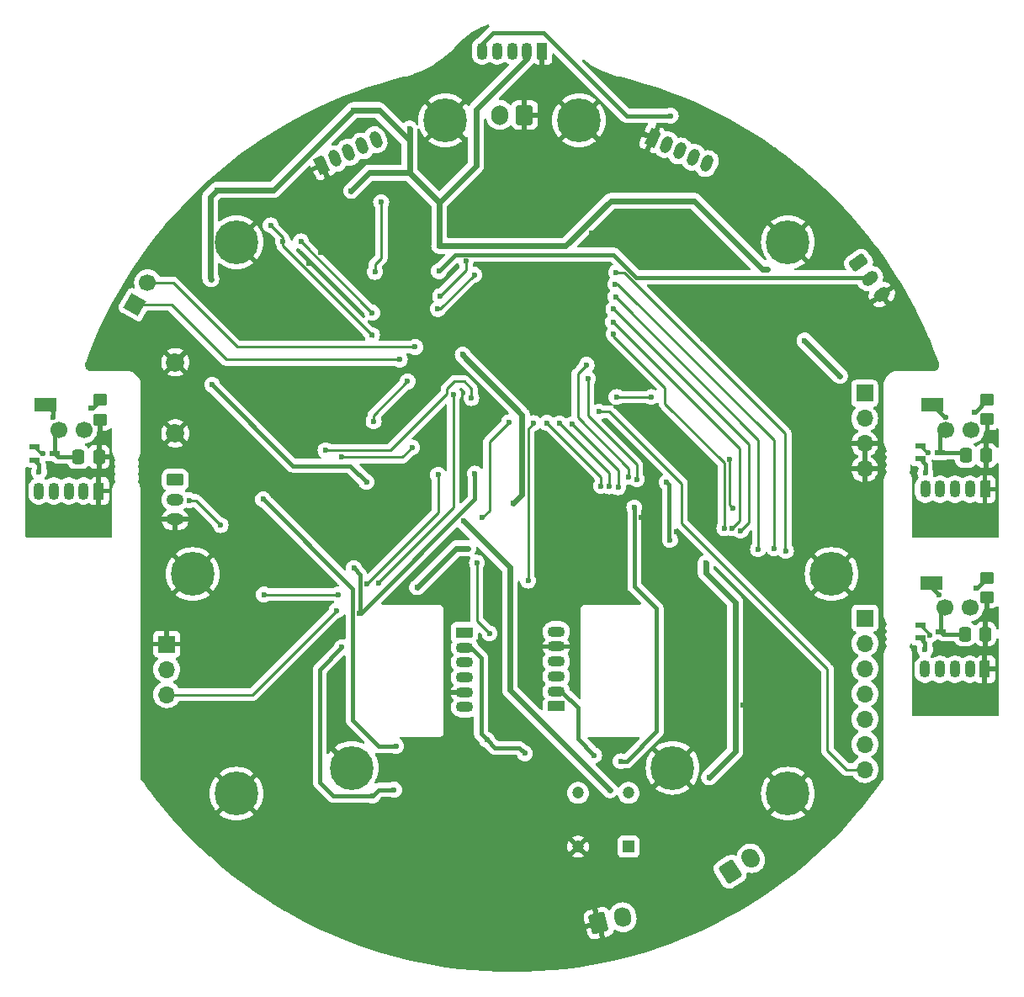
<source format=gbr>
%TF.GenerationSoftware,KiCad,Pcbnew,8.0.1*%
%TF.CreationDate,2024-04-29T04:15:04+02:00*%
%TF.ProjectId,PAMI-Power_Board,50414d49-2d50-46f7-9765-725f426f6172,rev?*%
%TF.SameCoordinates,Original*%
%TF.FileFunction,Copper,L2,Bot*%
%TF.FilePolarity,Positive*%
%FSLAX46Y46*%
G04 Gerber Fmt 4.6, Leading zero omitted, Abs format (unit mm)*
G04 Created by KiCad (PCBNEW 8.0.1) date 2024-04-29 04:15:04*
%MOMM*%
%LPD*%
G01*
G04 APERTURE LIST*
G04 Aperture macros list*
%AMRoundRect*
0 Rectangle with rounded corners*
0 $1 Rounding radius*
0 $2 $3 $4 $5 $6 $7 $8 $9 X,Y pos of 4 corners*
0 Add a 4 corners polygon primitive as box body*
4,1,4,$2,$3,$4,$5,$6,$7,$8,$9,$2,$3,0*
0 Add four circle primitives for the rounded corners*
1,1,$1+$1,$2,$3*
1,1,$1+$1,$4,$5*
1,1,$1+$1,$6,$7*
1,1,$1+$1,$8,$9*
0 Add four rect primitives between the rounded corners*
20,1,$1+$1,$2,$3,$4,$5,0*
20,1,$1+$1,$4,$5,$6,$7,0*
20,1,$1+$1,$6,$7,$8,$9,0*
20,1,$1+$1,$8,$9,$2,$3,0*%
%AMHorizOval*
0 Thick line with rounded ends*
0 $1 width*
0 $2 $3 position (X,Y) of the first rounded end (center of the circle)*
0 $4 $5 position (X,Y) of the second rounded end (center of the circle)*
0 Add line between two ends*
20,1,$1,$2,$3,$4,$5,0*
0 Add two circle primitives to create the rounded ends*
1,1,$1,$2,$3*
1,1,$1,$4,$5*%
%AMRotRect*
0 Rectangle, with rotation*
0 The origin of the aperture is its center*
0 $1 length*
0 $2 width*
0 $3 Rotation angle, in degrees counterclockwise*
0 Add horizontal line*
21,1,$1,$2,0,0,$3*%
%AMOutline5P*
0 Free polygon, 5 corners , with rotation*
0 The origin of the aperture is its center*
0 number of corners: always 5*
0 $1 to $10 corner X, Y*
0 $11 Rotation angle, in degrees counterclockwise*
0 create outline with 5 corners*
4,1,5,$1,$2,$3,$4,$5,$6,$7,$8,$9,$10,$1,$2,$11*%
%AMOutline6P*
0 Free polygon, 6 corners , with rotation*
0 The origin of the aperture is its center*
0 number of corners: always 6*
0 $1 to $12 corner X, Y*
0 $13 Rotation angle, in degrees counterclockwise*
0 create outline with 6 corners*
4,1,6,$1,$2,$3,$4,$5,$6,$7,$8,$9,$10,$11,$12,$1,$2,$13*%
%AMOutline7P*
0 Free polygon, 7 corners , with rotation*
0 The origin of the aperture is its center*
0 number of corners: always 7*
0 $1 to $14 corner X, Y*
0 $15 Rotation angle, in degrees counterclockwise*
0 create outline with 7 corners*
4,1,7,$1,$2,$3,$4,$5,$6,$7,$8,$9,$10,$11,$12,$13,$14,$1,$2,$15*%
%AMOutline8P*
0 Free polygon, 8 corners , with rotation*
0 The origin of the aperture is its center*
0 number of corners: always 8*
0 $1 to $16 corner X, Y*
0 $17 Rotation angle, in degrees counterclockwise*
0 create outline with 8 corners*
4,1,8,$1,$2,$3,$4,$5,$6,$7,$8,$9,$10,$11,$12,$13,$14,$15,$16,$1,$2,$17*%
G04 Aperture macros list end*
%TA.AperFunction,ComponentPad*%
%ADD10C,0.700000*%
%TD*%
%TA.AperFunction,ComponentPad*%
%ADD11C,4.400000*%
%TD*%
%TA.AperFunction,ComponentPad*%
%ADD12R,1.700000X1.700000*%
%TD*%
%TA.AperFunction,ComponentPad*%
%ADD13O,1.700000X1.700000*%
%TD*%
%TA.AperFunction,ComponentPad*%
%ADD14RoundRect,0.250000X-0.400736X-0.872875X0.763619X-0.582569X0.400736X0.872875X-0.763619X0.582569X0*%
%TD*%
%TA.AperFunction,ComponentPad*%
%ADD15HorizOval,1.700000X-0.036288X0.145544X0.036288X-0.145544X0*%
%TD*%
%TA.AperFunction,ComponentPad*%
%ADD16Outline5P,-0.550000X0.875000X0.330000X0.875000X0.550000X0.655000X0.550000X-0.875000X-0.550000X-0.875000X335.000000*%
%TD*%
%TA.AperFunction,ComponentPad*%
%ADD17HorizOval,1.100000X-0.137351X-0.294550X0.137351X0.294550X0*%
%TD*%
%TA.AperFunction,ComponentPad*%
%ADD18RoundRect,0.250000X-0.711360X-0.084210X-0.299911X-0.650522X0.711360X0.084210X0.299911X0.650522X0*%
%TD*%
%TA.AperFunction,ComponentPad*%
%ADD19HorizOval,1.200000X-0.222480X-0.161641X0.222480X0.161641X0*%
%TD*%
%TA.AperFunction,ComponentPad*%
%ADD20Outline5P,-0.550000X0.875000X0.330000X0.875000X0.550000X0.655000X0.550000X-0.875000X-0.550000X-0.875000X90.000000*%
%TD*%
%TA.AperFunction,ComponentPad*%
%ADD21O,1.750000X1.100000*%
%TD*%
%TA.AperFunction,ComponentPad*%
%ADD22R,1.200000X1.200000*%
%TD*%
%TA.AperFunction,ComponentPad*%
%ADD23C,1.200000*%
%TD*%
%TA.AperFunction,ComponentPad*%
%ADD24Outline5P,-0.550000X0.875000X0.330000X0.875000X0.550000X0.655000X0.550000X-0.875000X-0.550000X-0.875000X180.000000*%
%TD*%
%TA.AperFunction,ComponentPad*%
%ADD25O,1.100000X1.750000*%
%TD*%
%TA.AperFunction,ComponentPad*%
%ADD26C,1.700000*%
%TD*%
%TA.AperFunction,ComponentPad*%
%ADD27Outline5P,-0.550000X0.875000X0.330000X0.875000X0.550000X0.655000X0.550000X-0.875000X-0.550000X-0.875000X25.000000*%
%TD*%
%TA.AperFunction,ComponentPad*%
%ADD28HorizOval,1.100000X-0.137351X0.294550X0.137351X-0.294550X0*%
%TD*%
%TA.AperFunction,ComponentPad*%
%ADD29Outline5P,-0.550000X0.875000X0.330000X0.875000X0.550000X0.655000X0.550000X-0.875000X-0.550000X-0.875000X270.000000*%
%TD*%
%TA.AperFunction,ComponentPad*%
%ADD30RoundRect,0.250000X-0.625000X0.350000X-0.625000X-0.350000X0.625000X-0.350000X0.625000X0.350000X0*%
%TD*%
%TA.AperFunction,ComponentPad*%
%ADD31O,1.750000X1.200000*%
%TD*%
%TA.AperFunction,ComponentPad*%
%ADD32C,1.850000*%
%TD*%
%TA.AperFunction,ComponentPad*%
%ADD33RoundRect,0.250000X0.600000X0.750000X-0.600000X0.750000X-0.600000X-0.750000X0.600000X-0.750000X0*%
%TD*%
%TA.AperFunction,ComponentPad*%
%ADD34O,1.700000X2.000000*%
%TD*%
%TA.AperFunction,ComponentPad*%
%ADD35RotRect,1.700000X1.700000X150.000000*%
%TD*%
%TA.AperFunction,ComponentPad*%
%ADD36HorizOval,1.700000X0.000000X0.000000X0.000000X0.000000X0*%
%TD*%
%TA.AperFunction,ComponentPad*%
%ADD37RoundRect,0.250000X-0.094723X-0.955786X0.911682X-0.302220X0.094723X0.955786X-0.911682X0.302220X0*%
%TD*%
%TA.AperFunction,ComponentPad*%
%ADD38HorizOval,1.700000X-0.081696X0.125801X0.081696X-0.125801X0*%
%TD*%
%TA.AperFunction,SMDPad,CuDef*%
%ADD39RoundRect,0.250000X-0.337500X-0.475000X0.337500X-0.475000X0.337500X0.475000X-0.337500X0.475000X0*%
%TD*%
%TA.AperFunction,SMDPad,CuDef*%
%ADD40R,1.000000X0.500000*%
%TD*%
%TA.AperFunction,SMDPad,CuDef*%
%ADD41R,2.200000X1.400000*%
%TD*%
%TA.AperFunction,ComponentPad*%
%ADD42Outline5P,-0.550000X0.875000X0.550000X0.875000X0.550000X-0.655000X0.330000X-0.875000X-0.550000X-0.875000X180.000000*%
%TD*%
%TA.AperFunction,SMDPad,CuDef*%
%ADD43RoundRect,0.250000X-0.450000X0.350000X-0.450000X-0.350000X0.450000X-0.350000X0.450000X0.350000X0*%
%TD*%
%TA.AperFunction,ViaPad*%
%ADD44C,0.600000*%
%TD*%
%TA.AperFunction,Conductor*%
%ADD45C,0.400000*%
%TD*%
%TA.AperFunction,Conductor*%
%ADD46C,0.600000*%
%TD*%
%TA.AperFunction,Conductor*%
%ADD47C,0.250000*%
%TD*%
G04 APERTURE END LIST*
D10*
%TO.P,H9,1,1*%
%TO.N,GND*%
X130387844Y-117258356D03*
X130871118Y-116091630D03*
X130871118Y-118425082D03*
X132037844Y-115608356D03*
D11*
X132037844Y-117258356D03*
D10*
X132037844Y-118908356D03*
X133204570Y-116091630D03*
X133204570Y-118425082D03*
X133687844Y-117258356D03*
%TD*%
%TO.P,H10,1,1*%
%TO.N,GND*%
X114387844Y-97758356D03*
X114871118Y-96591630D03*
X114871118Y-98925082D03*
X116037844Y-96108356D03*
D11*
X116037844Y-97758356D03*
D10*
X116037844Y-99408356D03*
X117204570Y-96591630D03*
X117204570Y-98925082D03*
X117687844Y-97758356D03*
%TD*%
D12*
%TO.P,J16,1,Pin_1*%
%TO.N,TP3.3V_1_Power*%
X183650000Y-79570000D03*
D13*
%TO.P,J16,2,Pin_2*%
X183650000Y-82110000D03*
%TO.P,J16,3,Pin_3*%
%TO.N,GND*%
X183650000Y-84650000D03*
%TO.P,J16,4,Pin_4*%
X183650000Y-87190000D03*
%TD*%
D14*
%TO.P,J2,1,Pin_1*%
%TO.N,GND*%
X156880122Y-132892999D03*
D15*
%TO.P,J2,2,Pin_2*%
%TO.N,+9V_BAT*%
X159305862Y-132288194D03*
%TD*%
D16*
%TO.P,J9,1,Pin_1*%
%TO.N,GND*%
X162342285Y-53912059D03*
D17*
%TO.P,J9,2,Pin_2*%
%TO.N,TP3.3V_1_Power*%
X163701746Y-54545986D03*
%TO.P,J9,3,Pin_3*%
%TO.N,IR_RES_3*%
X165061208Y-55179913D03*
%TO.P,J9,4,Pin_4*%
%TO.N,IR_E3_POW*%
X166420670Y-55813841D03*
%TO.P,J9,5,Pin_5*%
%TO.N,+1.475V*%
X167780131Y-56447768D03*
%TD*%
D18*
%TO.P,J14,1,Pin_1*%
%TO.N,+6V*%
X183028686Y-66423286D03*
D19*
%TO.P,J14,2,Pin_2*%
%TO.N,Servo_PWM*%
X184204257Y-68041322D03*
%TO.P,J14,3,Pin_3*%
%TO.N,GND*%
X185379827Y-69659355D03*
%TD*%
D10*
%TO.P,H3,1,1*%
%TO.N,GND*%
X118780001Y-119862278D03*
X119263275Y-118695552D03*
X119263275Y-121029004D03*
X120430001Y-118212278D03*
D11*
X120430001Y-119862278D03*
D10*
X120430001Y-121512278D03*
X121596727Y-118695552D03*
X121596727Y-121029004D03*
X122080001Y-119862278D03*
%TD*%
D20*
%TO.P,J3,1,Pin_1*%
%TO.N,B02*%
X152630000Y-111060000D03*
D21*
%TO.P,J3,2,Pin_2*%
%TO.N,TP3.3V_1_Power*%
X152630000Y-109560000D03*
%TO.P,J3,3,Pin_3*%
%TO.N,encoderB_C2*%
X152630000Y-108060000D03*
%TO.P,J3,4,Pin_4*%
%TO.N,encoderB_C1*%
X152630000Y-106560000D03*
%TO.P,J3,5,Pin_5*%
%TO.N,GND*%
X152630000Y-105060000D03*
%TO.P,J3,6,Pin_6*%
%TO.N,B01*%
X152630000Y-103560000D03*
%TD*%
D22*
%TO.P,K1,1,COIL+*%
%TO.N,BAU_NC*%
X159890000Y-125190000D03*
D23*
%TO.P,K1,3,COM*%
%TO.N,+9V_BAT*%
X159890000Y-119790000D03*
%TO.P,K1,6,NO*%
%TO.N,BAU_9V*%
X154810000Y-119790000D03*
%TO.P,K1,8,COIL-*%
%TO.N,GND*%
X154810000Y-125190000D03*
%TD*%
D10*
%TO.P,H7,1,1*%
%TO.N,GND*%
X178672157Y-97758356D03*
X179155431Y-96591630D03*
X179155431Y-98925082D03*
X180322157Y-96108356D03*
D11*
X180322157Y-97758356D03*
D10*
X180322157Y-99408356D03*
X181488883Y-96591630D03*
X181488883Y-98925082D03*
X181972157Y-97758356D03*
%TD*%
%TO.P,H6,1,1*%
%TO.N,GND*%
X153261001Y-52112278D03*
X153744275Y-50945552D03*
X153744275Y-53279004D03*
X154911001Y-50462278D03*
D11*
X154911001Y-52112278D03*
D10*
X154911001Y-53762278D03*
X156077727Y-50945552D03*
X156077727Y-53279004D03*
X156561001Y-52112278D03*
%TD*%
D24*
%TO.P,J8,1,Pin_1*%
%TO.N,GND*%
X151170000Y-45120000D03*
D25*
%TO.P,J8,2,Pin_2*%
%TO.N,TP3.3V_1_Power*%
X149670000Y-45120000D03*
%TO.P,J8,3,Pin_3*%
%TO.N,IR_RES_2*%
X148170000Y-45120000D03*
%TO.P,J8,4,Pin_4*%
%TO.N,IR_E2_POW*%
X146670000Y-45120000D03*
%TO.P,J8,5,Pin_5*%
%TO.N,+1.475V*%
X145170000Y-45120000D03*
%TD*%
D26*
%TO.P,LED3,1,A*%
%TO.N,Net-(LED3-A)*%
X191740000Y-101120000D03*
%TO.P,LED3,2,K*%
%TO.N,Net-(LED3-K)*%
X194280000Y-101120000D03*
%TD*%
D12*
%TO.P,J10,1,Pin_1*%
%TO.N,UART_0_TXD___*%
X183680000Y-102190000D03*
D13*
%TO.P,J10,2,Pin_2*%
%TO.N,UART_0_RXD___*%
X183680000Y-104730000D03*
%TO.P,J10,3,Pin_3*%
%TO.N,MTMS___*%
X183680000Y-107270000D03*
%TO.P,J10,4,Pin_4*%
%TO.N,free_1*%
X183680000Y-109810000D03*
%TO.P,J10,5,Pin_5*%
%TO.N,free_2*%
X183680000Y-112350000D03*
%TO.P,J10,6,Pin_6*%
%TO.N,free_3*%
X183680000Y-114890000D03*
%TO.P,J10,7,Pin_7*%
%TO.N,Strapping_3___*%
X183680000Y-117430000D03*
%TD*%
D10*
%TO.P,H1,1,1*%
%TO.N,GND*%
X118780001Y-64362278D03*
X119263275Y-63195552D03*
X119263275Y-65529004D03*
X120430001Y-62712278D03*
D11*
X120430001Y-64362278D03*
D10*
X120430001Y-66012278D03*
X121596727Y-63195552D03*
X121596727Y-65529004D03*
X122080001Y-64362278D03*
%TD*%
D27*
%TO.P,J7,1,Pin_1*%
%TO.N,GND*%
X129012153Y-56585710D03*
D28*
%TO.P,J7,2,Pin_2*%
%TO.N,TP3.3V_1_Power*%
X130371615Y-55951782D03*
%TO.P,J7,3,Pin_3*%
%TO.N,IR_RES_1*%
X131731076Y-55317855D03*
%TO.P,J7,4,Pin_4*%
%TO.N,IR_E1_POW*%
X133090538Y-54683928D03*
%TO.P,J7,5,Pin_5*%
%TO.N,+1.475V*%
X134450000Y-54050000D03*
%TD*%
D29*
%TO.P,J12,1,Pin_1*%
%TO.N,A02*%
X143400000Y-103650000D03*
D21*
%TO.P,J12,2,Pin_2*%
%TO.N,TP3.3V_1_Power*%
X143400000Y-105150000D03*
%TO.P,J12,3,Pin_3*%
%TO.N,encoderA_C2*%
X143400000Y-106650000D03*
%TO.P,J12,4,Pin_4*%
%TO.N,encoderA_C1*%
X143400000Y-108150000D03*
%TO.P,J12,5,Pin_5*%
%TO.N,GND*%
X143400000Y-109650000D03*
%TO.P,J12,6,Pin_6*%
%TO.N,A01*%
X143400000Y-111150000D03*
%TD*%
D30*
%TO.P,J11,1,Pin_1*%
%TO.N,Net-(J11-Pin_1)*%
X114270000Y-88270000D03*
D31*
%TO.P,J11,2,Pin_2*%
%TO.N,Data_Ruban*%
X114270000Y-90270000D03*
%TO.P,J11,3,Pin_3*%
%TO.N,GND*%
X114270000Y-92270000D03*
%TD*%
D10*
%TO.P,H8,1,1*%
%TO.N,GND*%
X162672157Y-117258356D03*
X163155431Y-116091630D03*
X163155431Y-118425082D03*
X164322157Y-115608356D03*
D11*
X164322157Y-117258356D03*
D10*
X164322157Y-118908356D03*
X165488883Y-116091630D03*
X165488883Y-118425082D03*
X165972157Y-117258356D03*
%TD*%
D26*
%TO.P,LED1,1,A*%
%TO.N,Net-(LED1-A)*%
X191780000Y-83285000D03*
%TO.P,LED1,2,K*%
%TO.N,Net-(LED1-K)*%
X194320000Y-83285000D03*
%TD*%
D32*
%TO.P,J6,MH1,MH1*%
%TO.N,GND*%
X114290000Y-76455000D03*
%TO.P,J6,MH2,MH2*%
X114290000Y-83605000D03*
%TD*%
D12*
%TO.P,J17,1,Pin_1*%
%TO.N,GND*%
X113430000Y-104810000D03*
D13*
%TO.P,J17,2,Pin_2*%
%TO.N,___Strapping_2*%
X113430000Y-107350000D03*
%TO.P,J17,3,Pin_3*%
%TO.N,___Strapping_4*%
X113430000Y-109890000D03*
%TD*%
D10*
%TO.P,H4,1,1*%
%TO.N,GND*%
X174280001Y-119862278D03*
X174763275Y-118695552D03*
X174763275Y-121029004D03*
X175930001Y-118212278D03*
D11*
X175930001Y-119862278D03*
D10*
X175930001Y-121512278D03*
X177096727Y-118695552D03*
X177096727Y-121029004D03*
X177580001Y-119862278D03*
%TD*%
D33*
%TO.P,J20,1,Pin_1*%
%TO.N,GND*%
X149430000Y-51560000D03*
D34*
%TO.P,J20,2,Pin_2*%
%TO.N,Net-(J20-Pin_2)*%
X146930000Y-51560000D03*
%TD*%
D26*
%TO.P,LED2,1,A*%
%TO.N,Net-(LED2-A)*%
X102534851Y-83270040D03*
%TO.P,LED2,2,K*%
%TO.N,Net-(LED2-K)*%
X105074851Y-83270040D03*
%TD*%
D10*
%TO.P,H5,1,1*%
%TO.N,GND*%
X139799001Y-52112278D03*
X140282275Y-50945552D03*
X140282275Y-53279004D03*
X141449001Y-50462278D03*
D11*
X141449001Y-52112278D03*
D10*
X141449001Y-53762278D03*
X142615727Y-50945552D03*
X142615727Y-53279004D03*
X143099001Y-52112278D03*
%TD*%
D35*
%TO.P,J15,1,Pin_1*%
%TO.N,___UART_0_CTS*%
X110233349Y-70650032D03*
D36*
%TO.P,J15,2,Pin_2*%
%TO.N,___UART_0_RTS*%
X111503349Y-68450327D03*
%TD*%
D10*
%TO.P,H2,1,1*%
%TO.N,GND*%
X174280001Y-64362278D03*
X174763275Y-63195552D03*
X174763275Y-65529004D03*
X175930001Y-62712278D03*
D11*
X175930001Y-64362278D03*
D10*
X175930001Y-66012278D03*
X177096727Y-63195552D03*
X177096727Y-65529004D03*
X177580001Y-64362278D03*
%TD*%
D37*
%TO.P,J1,1,Pin_1*%
%TO.N,+9V_BAT*%
X170105727Y-127720497D03*
D38*
%TO.P,J1,2,Pin_2*%
%TO.N,BAU_NC*%
X172202403Y-126358900D03*
%TD*%
D39*
%TO.P,C11,1*%
%TO.N,Net-(LED2-A)*%
X104527351Y-85970040D03*
%TO.P,C11,2*%
%TO.N,GND*%
X106602351Y-85970040D03*
%TD*%
D40*
%TO.P,Q2,1,D*%
%TO.N,+1.475V*%
X100110000Y-86280000D03*
%TO.P,Q2,2,G*%
%TO.N,IR_E2_POW*%
X100110000Y-84980000D03*
%TO.P,Q2,3,S*%
%TO.N,Net-(LED2-A)*%
X102110000Y-85630000D03*
%TD*%
D41*
%TO.P,TPIR-LED3,1,1*%
%TO.N,Net-(LED3-A)*%
X190380000Y-98650000D03*
%TD*%
D42*
%TO.P,J5,1,Pin_1*%
%TO.N,GND*%
X106564851Y-89400040D03*
D25*
%TO.P,J5,2,Pin_2*%
%TO.N,TP3.3V_1_Power*%
X105064851Y-89400040D03*
%TO.P,J5,3,Pin_3*%
%TO.N,IR_E2_POW*%
X103564851Y-89400040D03*
%TO.P,J5,4,Pin_4*%
%TO.N,IR_RES_2*%
X102064851Y-89400040D03*
%TO.P,J5,5,Pin_5*%
%TO.N,+1.475V*%
X100564851Y-89400040D03*
%TD*%
D42*
%TO.P,J4,1,Pin_1*%
%TO.N,GND*%
X195750000Y-89225000D03*
D25*
%TO.P,J4,2,Pin_2*%
%TO.N,TP3.3V_1_Power*%
X194250003Y-89225002D03*
%TO.P,J4,3,Pin_3*%
%TO.N,IR_E1_POW*%
X192750001Y-89225003D03*
%TO.P,J4,4,Pin_4*%
%TO.N,IR_RES_1*%
X191250001Y-89225002D03*
%TO.P,J4,5,Pin_5*%
%TO.N,+1.475V*%
X189750003Y-89225002D03*
%TD*%
D43*
%TO.P,R13,1*%
%TO.N,Net-(LED3-K)*%
X195980000Y-98130000D03*
%TO.P,R13,2*%
%TO.N,GND*%
X195980000Y-100130000D03*
%TD*%
D41*
%TO.P,TPIR-LED1,1,1*%
%TO.N,Net-(LED1-A)*%
X190470000Y-80725000D03*
%TD*%
D39*
%TO.P,C10,1*%
%TO.N,Net-(LED1-A)*%
X193822500Y-85815000D03*
%TO.P,C10,2*%
%TO.N,GND*%
X195897500Y-85815000D03*
%TD*%
D42*
%TO.P,J13,1,Pin_1*%
%TO.N,GND*%
X195729999Y-107340000D03*
D25*
%TO.P,J13,2,Pin_2*%
%TO.N,TP3.3V_1_Power*%
X194230000Y-107340000D03*
%TO.P,J13,3,Pin_3*%
%TO.N,IR_E3_POW*%
X192730000Y-107340000D03*
%TO.P,J13,4,Pin_4*%
%TO.N,IR_RES_3*%
X191229999Y-107340000D03*
%TO.P,J13,5,Pin_5*%
%TO.N,+1.475V*%
X189730000Y-107340000D03*
%TD*%
D40*
%TO.P,Q3,1,D*%
%TO.N,+1.475V*%
X189290000Y-104210000D03*
%TO.P,Q3,2,G*%
%TO.N,IR_E3_POW*%
X189290000Y-102910000D03*
%TO.P,Q3,3,S*%
%TO.N,Net-(LED3-A)*%
X191290000Y-103560000D03*
%TD*%
D43*
%TO.P,R12,1*%
%TO.N,Net-(LED2-K)*%
X106740000Y-80250000D03*
%TO.P,R12,2*%
%TO.N,GND*%
X106740000Y-82250000D03*
%TD*%
D39*
%TO.P,C12,1*%
%TO.N,Net-(LED3-A)*%
X193732500Y-103810000D03*
%TO.P,C12,2*%
%TO.N,GND*%
X195807500Y-103810000D03*
%TD*%
D41*
%TO.P,TPIR-LED2,1,1*%
%TO.N,Net-(LED2-A)*%
X101224851Y-80720040D03*
%TD*%
D40*
%TO.P,Q1,1,D*%
%TO.N,+1.475V*%
X189260000Y-86180000D03*
%TO.P,Q1,2,G*%
%TO.N,IR_E1_POW*%
X189260000Y-84880000D03*
%TO.P,Q1,3,S*%
%TO.N,Net-(LED1-A)*%
X191260000Y-85530000D03*
%TD*%
D43*
%TO.P,R11,1*%
%TO.N,Net-(LED1-K)*%
X196000000Y-80190000D03*
%TO.P,R11,2*%
%TO.N,GND*%
X196000000Y-82190000D03*
%TD*%
D44*
%TO.N,GND*%
X131860000Y-123770000D03*
X127200000Y-91310000D03*
X124940000Y-94480000D03*
X119390000Y-89190000D03*
X112920000Y-81110000D03*
X112880000Y-78910000D03*
X116790000Y-76730000D03*
X117640000Y-82950000D03*
X140200000Y-56490000D03*
X137410000Y-58760000D03*
X146660000Y-59290000D03*
X141620000Y-56290000D03*
X166740000Y-92290000D03*
X165690000Y-95370000D03*
X181960000Y-115780000D03*
X180030000Y-118380000D03*
X126100000Y-112750000D03*
%TO.N,TP3.3V_1_Power*%
X149450000Y-115810000D03*
X132251868Y-97174665D03*
X117910000Y-68090000D03*
%TO.N,GND*%
X155730000Y-99600000D03*
X162840000Y-98100000D03*
X132970000Y-60080000D03*
X137640000Y-61680000D03*
X131710000Y-73770000D03*
X128310000Y-77670000D03*
X125680000Y-82490000D03*
X120760000Y-84680000D03*
X117970000Y-106080000D03*
%TO.N,TP3.3V_1_Power*%
X118510000Y-59090000D03*
X132190000Y-51080000D03*
X131990000Y-59200000D03*
X143750000Y-95190000D03*
X138610000Y-99090000D03*
X148330000Y-90620000D03*
X143210000Y-75680000D03*
X177600000Y-74250000D03*
X173830000Y-67080000D03*
X137850000Y-52930000D03*
X140840000Y-64730000D03*
X181170000Y-77810000D03*
X160240000Y-60220000D03*
X163550000Y-60200000D03*
X131060000Y-105120000D03*
X132770000Y-101742133D03*
X144430000Y-87660000D03*
X136310000Y-119470000D03*
X134130000Y-120080000D03*
%TO.N,+1.475V*%
X189730000Y-105370000D03*
X164130000Y-51640000D03*
X100570000Y-87500000D03*
X189770000Y-87610000D03*
%TO.N,GND*%
X130170000Y-94810000D03*
X142910000Y-127410000D03*
X138476296Y-135680000D03*
X124174774Y-65883602D03*
X154090000Y-89520000D03*
X189940000Y-91510000D03*
X149600000Y-69790000D03*
X184260000Y-94460000D03*
X174430000Y-106350000D03*
X136240000Y-94690000D03*
X132910000Y-93830000D03*
X154000000Y-93640000D03*
X162250000Y-87000000D03*
X122630000Y-72690000D03*
X163490000Y-85460000D03*
X121755000Y-124255000D03*
X144610000Y-72590000D03*
X195480000Y-91520000D03*
X164680000Y-93510000D03*
X106300000Y-91570000D03*
X149460000Y-114210000D03*
X127990000Y-72770000D03*
X128830000Y-82480000D03*
X172915000Y-113055000D03*
X127790000Y-70032749D03*
X126180000Y-67770000D03*
X144260000Y-124750000D03*
X127710000Y-66470000D03*
X148600000Y-125350000D03*
X176810000Y-90600000D03*
X178240000Y-111300000D03*
X153710000Y-86300000D03*
X170400000Y-72230000D03*
X171420000Y-110920000D03*
X174140000Y-107950000D03*
X132140000Y-62350000D03*
X100830000Y-91710000D03*
X173666170Y-70998419D03*
X144760000Y-121940000D03*
X156130000Y-63470000D03*
X148400000Y-73670000D03*
X168230000Y-72400000D03*
X134110000Y-91020000D03*
X195780000Y-109510000D03*
X128940000Y-65370000D03*
X170420000Y-69420000D03*
X166280000Y-105200000D03*
X132120000Y-130620000D03*
X176220000Y-69710000D03*
X173620000Y-110780000D03*
X168990000Y-73810000D03*
X125270000Y-72650000D03*
X145620000Y-68880000D03*
X141655007Y-132890000D03*
X161200000Y-92100000D03*
X190470000Y-109500000D03*
%TO.N,+9V_BAT*%
X143260000Y-92410000D03*
X158030000Y-119510000D03*
%TO.N,TP3.3V_1_Power*%
X159110000Y-116610000D03*
X156430000Y-115990000D03*
X160470000Y-91070000D03*
X145650000Y-114440000D03*
%TO.N,BAU_9V*%
X167650000Y-96650000D03*
X168000000Y-118230000D03*
%TO.N,+6V*%
X136510000Y-115080000D03*
X123120000Y-90240000D03*
X164060000Y-94330000D03*
X163740000Y-88530000D03*
%TO.N,Net-(LED1-A)*%
X191780000Y-82020000D03*
%TO.N,Net-(LED2-A)*%
X101940000Y-81990000D03*
%TO.N,Net-(LED3-A)*%
X191170000Y-99880000D03*
%TO.N,5V_USB_micro*%
X133520000Y-88490000D03*
X117990000Y-78710000D03*
%TO.N,Enable_pin*%
X142250000Y-79670000D03*
X134740000Y-98700000D03*
%TO.N,Strapping_1___*%
X162200000Y-79950000D03*
X170420000Y-91170000D03*
X170070000Y-86240000D03*
X158680000Y-79940000D03*
%TO.N,Buzzer_PWM*%
X123210000Y-99820000D03*
X145180000Y-92080000D03*
X130680000Y-99820000D03*
X147860000Y-82490000D03*
%TO.N,IN_A_1*%
X155670000Y-76720000D03*
X159920000Y-87970000D03*
%TO.N,UART_0_TXD___*%
X175725000Y-95425000D03*
X158640000Y-67420000D03*
%TO.N,IR_E3_POW*%
X190232743Y-103879501D03*
%TO.N,___Strapping_2*%
X138100000Y-85030000D03*
X131050000Y-86010000D03*
%TO.N,IN_B_2*%
X152920000Y-82600000D03*
X157930000Y-88940000D03*
%TO.N,PWM_B*%
X151700000Y-82550000D03*
X157120000Y-88890000D03*
%TO.N,Servo_PWM*%
X140810000Y-67290000D03*
%TO.N,___Strapping_4*%
X140730000Y-87780000D03*
X133571942Y-98741942D03*
X130500000Y-101440000D03*
%TO.N,Data_Ruban*%
X144070000Y-80060000D03*
X118840000Y-92840000D03*
X129400000Y-85300000D03*
X115680000Y-90340000D03*
%TO.N,IR_E2_POW*%
X140680000Y-71090000D03*
X100930000Y-85640000D03*
X144360000Y-67640000D03*
%TO.N,Strapping_3___*%
X156890000Y-81420000D03*
%TO.N,BAT_lvl*%
X137665000Y-78375000D03*
X134240000Y-82400000D03*
%TO.N,UART_0_RXD___*%
X174530000Y-95160000D03*
X158570000Y-68590000D03*
%TO.N,MTMS___*%
X158590000Y-69850000D03*
X172930000Y-95270000D03*
%TO.N,___UART_0_CTS*%
X136870000Y-76170000D03*
%TO.N,IN_A_2*%
X160710000Y-88220000D03*
X155800000Y-78110000D03*
%TO.N,Net-(IC4-IO14)*%
X150360000Y-82570000D03*
X149790000Y-98430000D03*
%TO.N,IR_E1_POW*%
X143520000Y-66260000D03*
X140930000Y-69790000D03*
X190004464Y-85552192D03*
%TO.N,___UART_0_RTS*%
X138420000Y-74910000D03*
%TO.N,Net-(IC4-IO13)*%
X144640000Y-96620000D03*
X145910000Y-103730000D03*
%TO.N,IN_B_1*%
X158840000Y-89030000D03*
X154220000Y-82680000D03*
%TO.N,SCL*%
X126923918Y-64279384D03*
X134105000Y-71465000D03*
%TO.N,SDA*%
X123880000Y-62670000D03*
X125110000Y-64290000D03*
X134080000Y-73720000D03*
%TO.N,IR_RES_1*%
X134370000Y-67360000D03*
X135000000Y-60330000D03*
%TO.N,Net-(LED1-K)*%
X194720000Y-81450000D03*
%TO.N,Net-(LED2-K)*%
X105810000Y-81040000D03*
%TO.N,Net-(LED3-K)*%
X194880000Y-99180000D03*
%TO.N,free_1*%
X171180000Y-93410000D03*
X158370000Y-71100000D03*
%TO.N,free_2*%
X158330000Y-72390000D03*
X170329932Y-93149334D03*
%TO.N,free_3*%
X169530000Y-93160000D03*
X158400000Y-73610000D03*
%TD*%
D45*
%TO.N,+6V*%
X132120000Y-112440000D02*
X132120000Y-99220000D01*
X136510000Y-115080000D02*
X134760000Y-115080000D01*
X134760000Y-115080000D02*
X132120000Y-112440000D01*
X132120000Y-99220000D02*
X123140000Y-90240000D01*
X123140000Y-90240000D02*
X123120000Y-90240000D01*
%TO.N,TP3.3V_1_Power*%
X144430000Y-90239239D02*
X144430000Y-87660000D01*
X132927106Y-101742133D02*
X144430000Y-90239239D01*
X132770000Y-101742133D02*
X132927106Y-101742133D01*
X132770000Y-101742133D02*
X132870000Y-101642133D01*
X132870000Y-101642133D02*
X132870000Y-97792797D01*
X132870000Y-97792797D02*
X132251868Y-97174665D01*
D46*
X149150000Y-89800000D02*
X148330000Y-90620000D01*
X143210000Y-75760000D02*
X149150000Y-81700000D01*
X143210000Y-75680000D02*
X143210000Y-75760000D01*
X149150000Y-81700000D02*
X149150000Y-89800000D01*
X149670000Y-45910000D02*
X149670000Y-45120000D01*
X144560000Y-56660000D02*
X144560000Y-51020000D01*
X144560000Y-51020000D02*
X149670000Y-45910000D01*
X140840000Y-60380000D02*
X144560000Y-56660000D01*
D47*
%TO.N,Buzzer_PWM*%
X123210000Y-99820000D02*
X130680000Y-99820000D01*
D45*
%TO.N,TP3.3V_1_Power*%
X145050000Y-113840000D02*
X145050000Y-106175000D01*
X148900000Y-115260000D02*
X149450000Y-115810000D01*
X146470000Y-115260000D02*
X148900000Y-115260000D01*
X145050000Y-106175000D02*
X144025000Y-105150000D01*
X145650000Y-114440000D02*
X146470000Y-115260000D01*
X145650000Y-114440000D02*
X145050000Y-113840000D01*
X144025000Y-105150000D02*
X143400000Y-105150000D01*
D47*
%TO.N,___Strapping_4*%
X140730000Y-91583884D02*
X140730000Y-87780000D01*
X133571942Y-98741942D02*
X140730000Y-91583884D01*
D46*
%TO.N,TP3.3V_1_Power*%
X117780001Y-59819999D02*
X117780001Y-67960001D01*
X117780001Y-67960001D02*
X117910000Y-68090000D01*
X118510000Y-59090000D02*
X117780001Y-59819999D01*
D47*
%TO.N,___UART_0_CTS*%
X113900032Y-70650032D02*
X110233349Y-70650032D01*
X136870000Y-76170000D02*
X119420000Y-76170000D01*
X119420000Y-76170000D02*
X113900032Y-70650032D01*
%TO.N,BAT_lvl*%
X134240000Y-81800000D02*
X134240000Y-82400000D01*
X137665000Y-78375000D02*
X134240000Y-81800000D01*
D46*
%TO.N,TP3.3V_1_Power*%
X124180000Y-59090000D02*
X118510000Y-59090000D01*
X132190000Y-51080000D02*
X124180000Y-59090000D01*
X134790000Y-51080000D02*
X132190000Y-51080000D01*
X137850000Y-54140000D02*
X134790000Y-51080000D01*
X137850000Y-54140000D02*
X137850000Y-57390000D01*
X137850000Y-52930000D02*
X137850000Y-54140000D01*
X133800000Y-57390000D02*
X137850000Y-57390000D01*
X131990000Y-59200000D02*
X133800000Y-57390000D01*
X138610000Y-99090000D02*
X142510000Y-95190000D01*
X142510000Y-95190000D02*
X143750000Y-95190000D01*
X137850000Y-57390000D02*
X140840000Y-60380000D01*
X140840000Y-60380000D02*
X140840000Y-64730000D01*
X158090000Y-60220000D02*
X153580000Y-64730000D01*
X153580000Y-64730000D02*
X140840000Y-64730000D01*
X160260000Y-60200000D02*
X163550000Y-60200000D01*
X160240000Y-60220000D02*
X158090000Y-60220000D01*
X160240000Y-60220000D02*
X160260000Y-60200000D01*
X181170000Y-77810000D02*
X181160000Y-77810000D01*
X181160000Y-77810000D02*
X177600000Y-74250000D01*
X163550000Y-60200000D02*
X166510000Y-60200000D01*
X166510000Y-60200000D02*
X173390000Y-67080000D01*
X173390000Y-67080000D02*
X173830000Y-67080000D01*
D47*
%TO.N,Enable_pin*%
X134740000Y-98560000D02*
X142250000Y-91050000D01*
X134740000Y-98700000D02*
X134740000Y-98560000D01*
X142250000Y-91050000D02*
X142250000Y-79670000D01*
%TO.N,IR_E1_POW*%
X143520000Y-67200000D02*
X140930000Y-69790000D01*
X143520000Y-66260000D02*
X143520000Y-67200000D01*
D45*
%TO.N,Servo_PWM*%
X184072935Y-67910000D02*
X184204257Y-68041322D01*
X160692462Y-67910000D02*
X184072935Y-67910000D01*
X158392462Y-65610000D02*
X160692462Y-67910000D01*
X140810000Y-67290000D02*
X142490000Y-65610000D01*
X142490000Y-65610000D02*
X158392462Y-65610000D01*
D47*
%TO.N,IR_E2_POW*%
X140910000Y-71090000D02*
X140680000Y-71090000D01*
X144360000Y-67640000D02*
X140910000Y-71090000D01*
D45*
%TO.N,TP3.3V_1_Power*%
X128830000Y-107350000D02*
X128830000Y-118710000D01*
X131060000Y-105120000D02*
X128830000Y-107350000D01*
X130200000Y-120080000D02*
X134130000Y-120080000D01*
X128830000Y-118710000D02*
X130200000Y-120080000D01*
X134740000Y-119470000D02*
X136310000Y-119470000D01*
X134130000Y-120080000D02*
X134740000Y-119470000D01*
%TO.N,+1.475V*%
X164130000Y-51640000D02*
X159680686Y-51640000D01*
X100570000Y-86740000D02*
X100110000Y-86280000D01*
X189730000Y-105370000D02*
X189730000Y-104650000D01*
X159680686Y-51640000D02*
X151330686Y-43290000D01*
X100570000Y-87500000D02*
X100570000Y-86740000D01*
X189730000Y-104650000D02*
X189290000Y-104210000D01*
X189770000Y-87610000D02*
X189770000Y-86690000D01*
X151330686Y-43290000D02*
X146250000Y-43290000D01*
X146250000Y-43290000D02*
X145170000Y-44370000D01*
X145170000Y-44370000D02*
X145170000Y-45120000D01*
X189770000Y-86690000D02*
X189260000Y-86180000D01*
%TO.N,GND*%
X162250000Y-91050000D02*
X162250000Y-87000000D01*
X161200000Y-92100000D02*
X162250000Y-91050000D01*
D46*
%TO.N,+9V_BAT*%
X147950000Y-109430000D02*
X147950000Y-97100000D01*
X158030000Y-119510000D02*
X147950000Y-109430000D01*
X147950000Y-97100000D02*
X143260000Y-92410000D01*
D45*
%TO.N,TP3.3V_1_Power*%
X159720000Y-116610000D02*
X159110000Y-116610000D01*
X160470000Y-98980000D02*
X162720000Y-101230000D01*
X162720000Y-113610000D02*
X159720000Y-116610000D01*
X162720000Y-101230000D02*
X162720000Y-113610000D01*
X154772157Y-114332157D02*
X156430000Y-115990000D01*
X152630000Y-109560000D02*
X153120686Y-109560000D01*
X154772157Y-111211471D02*
X154772157Y-114332157D01*
X160470000Y-91070000D02*
X160470000Y-98980000D01*
X153120686Y-109560000D02*
X154772157Y-111211471D01*
D46*
%TO.N,BAU_9V*%
X170620000Y-115610000D02*
X168000000Y-118230000D01*
X167650000Y-96650000D02*
X167650000Y-97620000D01*
X167650000Y-97620000D02*
X170620000Y-100590000D01*
X170620000Y-100590000D02*
X170620000Y-115610000D01*
D45*
%TO.N,+6V*%
X163980000Y-88770000D02*
X163740000Y-88530000D01*
X164060000Y-94330000D02*
X163980000Y-94250000D01*
X163980000Y-94250000D02*
X163980000Y-88770000D01*
%TO.N,Net-(LED1-A)*%
X191765000Y-82020000D02*
X190470000Y-80725000D01*
X191780000Y-82020000D02*
X191765000Y-82020000D01*
X193537500Y-85530000D02*
X193822500Y-85815000D01*
X191260000Y-83805000D02*
X191780000Y-83285000D01*
X191260000Y-85530000D02*
X193537500Y-85530000D01*
X191260000Y-85530000D02*
X191260000Y-83805000D01*
%TO.N,Net-(LED2-A)*%
X101940000Y-81435189D02*
X101224851Y-80720040D01*
X102110000Y-83694891D02*
X102534851Y-83270040D01*
X101940000Y-81990000D02*
X101940000Y-81435189D01*
X102110000Y-85630000D02*
X102110000Y-83694891D01*
X104527351Y-85970040D02*
X102450040Y-85970040D01*
X102450040Y-85970040D02*
X102110000Y-85630000D01*
%TO.N,Net-(LED3-A)*%
X191290000Y-103560000D02*
X191290000Y-101570000D01*
X191290000Y-101570000D02*
X191740000Y-101120000D01*
X193732500Y-103810000D02*
X191540000Y-103810000D01*
X190380000Y-99090000D02*
X191170000Y-99880000D01*
X190380000Y-98650000D02*
X190380000Y-99090000D01*
X191540000Y-103810000D02*
X191290000Y-103560000D01*
%TO.N,5V_USB_micro*%
X131890000Y-86860000D02*
X133520000Y-88490000D01*
X117990000Y-78710000D02*
X126140000Y-86860000D01*
X126140000Y-86860000D02*
X131890000Y-86860000D01*
D47*
%TO.N,Strapping_1___*%
X158690000Y-79950000D02*
X158680000Y-79940000D01*
X162200000Y-79950000D02*
X158690000Y-79950000D01*
X170420000Y-91170000D02*
X170040000Y-90790000D01*
X170040000Y-90790000D02*
X170040000Y-86270000D01*
X170040000Y-86270000D02*
X170070000Y-86240000D01*
%TO.N,Buzzer_PWM*%
X145890000Y-91370000D02*
X145890000Y-84460000D01*
X145890000Y-84460000D02*
X147860000Y-82490000D01*
X145180000Y-92080000D02*
X145890000Y-91370000D01*
%TO.N,IN_A_1*%
X159920000Y-87970000D02*
X159920000Y-87120000D01*
X159920000Y-87120000D02*
X154770000Y-81970000D01*
X154770000Y-77620000D02*
X155670000Y-76720000D01*
X154770000Y-81970000D02*
X154770000Y-77620000D01*
%TO.N,UART_0_TXD___*%
X175725000Y-95425000D02*
X175670000Y-95370000D01*
X175670000Y-95370000D02*
X175670000Y-83630000D01*
X175670000Y-83630000D02*
X159460000Y-67420000D01*
X159460000Y-67420000D02*
X158640000Y-67420000D01*
%TO.N,IR_E3_POW*%
X190232743Y-103879501D02*
X190232743Y-103852743D01*
X190232743Y-103852743D02*
X189290000Y-102910000D01*
%TO.N,___Strapping_2*%
X138100000Y-85030000D02*
X137120000Y-86010000D01*
X137120000Y-86010000D02*
X131050000Y-86010000D01*
%TO.N,IN_B_2*%
X157930000Y-87580000D02*
X152950000Y-82600000D01*
X152950000Y-82600000D02*
X152920000Y-82600000D01*
X157930000Y-88940000D02*
X157930000Y-87580000D01*
%TO.N,PWM_B*%
X157120000Y-87970000D02*
X151700000Y-82550000D01*
X157120000Y-88890000D02*
X157120000Y-87970000D01*
%TO.N,___Strapping_4*%
X130500000Y-101440000D02*
X122050000Y-109890000D01*
X122050000Y-109890000D02*
X113430000Y-109890000D01*
%TO.N,Data_Ruban*%
X144070000Y-79090000D02*
X144070000Y-80060000D01*
X115680000Y-90340000D02*
X116340000Y-90340000D01*
X129400000Y-85300000D02*
X135930000Y-85300000D01*
X141625000Y-79095000D02*
X142330000Y-78390000D01*
X135930000Y-85300000D02*
X141625000Y-79605000D01*
X141625000Y-79605000D02*
X141625000Y-79095000D01*
X116340000Y-90340000D02*
X118840000Y-92840000D01*
X143370000Y-78390000D02*
X144070000Y-79090000D01*
X142330000Y-78390000D02*
X143370000Y-78390000D01*
%TO.N,IR_E2_POW*%
X100930000Y-85640000D02*
X100770000Y-85640000D01*
X100770000Y-85640000D02*
X100110000Y-84980000D01*
%TO.N,Strapping_3___*%
X183670000Y-117440000D02*
X183680000Y-117430000D01*
X179910000Y-107330000D02*
X179910000Y-115530000D01*
X181820000Y-117440000D02*
X183670000Y-117440000D01*
X156890000Y-81420000D02*
X157980000Y-81420000D01*
X179910000Y-115530000D02*
X181820000Y-117440000D01*
X165230000Y-92650000D02*
X179910000Y-107330000D01*
X165230000Y-88670000D02*
X165230000Y-92650000D01*
X157980000Y-81420000D02*
X165230000Y-88670000D01*
%TO.N,UART_0_RXD___*%
X158810000Y-68590000D02*
X158570000Y-68590000D01*
X174530000Y-84310000D02*
X158810000Y-68590000D01*
X174530000Y-95160000D02*
X174530000Y-84310000D01*
%TO.N,MTMS___*%
X158590000Y-69900000D02*
X158590000Y-69850000D01*
X172930000Y-84240000D02*
X158590000Y-69900000D01*
X172930000Y-95270000D02*
X172930000Y-84240000D01*
%TO.N,IN_A_2*%
X155800000Y-81850000D02*
X155800000Y-78110000D01*
X160710000Y-86760000D02*
X155800000Y-81850000D01*
X160710000Y-88220000D02*
X160710000Y-86760000D01*
%TO.N,Net-(IC4-IO14)*%
X149790000Y-98430000D02*
X149790000Y-83140000D01*
X149790000Y-83140000D02*
X150360000Y-82570000D01*
%TO.N,IR_E1_POW*%
X190004464Y-85552192D02*
X189932192Y-85552192D01*
X189932192Y-85552192D02*
X189260000Y-84880000D01*
%TO.N,___UART_0_RTS*%
X120520000Y-74910000D02*
X114060327Y-68450327D01*
X138420000Y-74910000D02*
X120520000Y-74910000D01*
X114060327Y-68450327D02*
X111503349Y-68450327D01*
%TO.N,Net-(IC4-IO13)*%
X144640000Y-102460000D02*
X145910000Y-103730000D01*
X144640000Y-96620000D02*
X144640000Y-102460000D01*
%TO.N,IN_B_1*%
X158840000Y-89030000D02*
X158840000Y-87300000D01*
X158840000Y-87300000D02*
X154220000Y-82680000D01*
%TO.N,SCL*%
X133850000Y-71205466D02*
X126923918Y-64279384D01*
X133850000Y-71210000D02*
X133850000Y-71205466D01*
X134105000Y-71465000D02*
X133850000Y-71210000D01*
%TO.N,SDA*%
X125110000Y-63900000D02*
X123880000Y-62670000D01*
X134076116Y-73720000D02*
X125110000Y-64753884D01*
X134080000Y-73720000D02*
X134076116Y-73720000D01*
X125110000Y-64753884D02*
X125110000Y-64290000D01*
X134180000Y-73820000D02*
X134080000Y-73720000D01*
X125110000Y-64290000D02*
X125110000Y-63900000D01*
%TO.N,IR_RES_1*%
X135020000Y-60350000D02*
X135020000Y-65960000D01*
X135000000Y-60330000D02*
X135020000Y-60350000D01*
X134370000Y-66610000D02*
X134370000Y-67360000D01*
X135020000Y-65960000D02*
X134370000Y-66610000D01*
D45*
%TO.N,Net-(LED1-K)*%
X194740000Y-81450000D02*
X196000000Y-80190000D01*
X194720000Y-81450000D02*
X194740000Y-81450000D01*
%TO.N,Net-(LED2-K)*%
X105810000Y-81040000D02*
X105950000Y-81040000D01*
X105950000Y-81040000D02*
X106740000Y-80250000D01*
%TO.N,Net-(LED3-K)*%
X194880000Y-99180000D02*
X194930000Y-99180000D01*
X194930000Y-99180000D02*
X195980000Y-98130000D01*
D47*
%TO.N,free_1*%
X171978058Y-92611942D02*
X171978058Y-84708058D01*
X171978058Y-84708058D02*
X158370000Y-71100000D01*
X171180000Y-93410000D02*
X171978058Y-92611942D01*
%TO.N,free_2*%
X171045000Y-92434266D02*
X171045000Y-85105000D01*
X171045000Y-85105000D02*
X158330000Y-72390000D01*
X170329932Y-93149334D02*
X171045000Y-92434266D01*
%TO.N,free_3*%
X163560000Y-80613884D02*
X169530000Y-86583884D01*
X163560000Y-79005000D02*
X163560000Y-80613884D01*
X158400000Y-73610000D02*
X158400000Y-73845000D01*
X158400000Y-73845000D02*
X163560000Y-79005000D01*
X169530000Y-86583884D02*
X169530000Y-93160000D01*
%TD*%
%TA.AperFunction,Conductor*%
%TO.N,GND*%
G36*
X183900000Y-86756988D02*
G01*
X183842993Y-86724075D01*
X183715826Y-86690000D01*
X183584174Y-86690000D01*
X183457007Y-86724075D01*
X183400000Y-86756988D01*
X183400000Y-85083012D01*
X183457007Y-85115925D01*
X183584174Y-85150000D01*
X183715826Y-85150000D01*
X183842993Y-85115925D01*
X183900000Y-85083012D01*
X183900000Y-86756988D01*
G37*
%TD.AperFunction*%
%TA.AperFunction,Conductor*%
G36*
X126581844Y-65007780D02*
G01*
X126744655Y-65064750D01*
X126744660Y-65064751D01*
X126744663Y-65064752D01*
X126791741Y-65070056D01*
X126856154Y-65097121D01*
X126865539Y-65105595D01*
X133278211Y-71518267D01*
X133311696Y-71579590D01*
X133313750Y-71592063D01*
X133319630Y-71644249D01*
X133374164Y-71800100D01*
X133377725Y-71869879D01*
X133342996Y-71930506D01*
X133281002Y-71962733D01*
X133211427Y-71956327D01*
X133169441Y-71928735D01*
X126453208Y-65212502D01*
X126419723Y-65151179D01*
X126424707Y-65081487D01*
X126466579Y-65025554D01*
X126532043Y-65001137D01*
X126581844Y-65007780D01*
G37*
%TD.AperFunction*%
%TA.AperFunction,Conductor*%
G36*
X145877575Y-42524471D02*
G01*
X145908383Y-42587182D01*
X145900396Y-42656594D01*
X145856150Y-42710669D01*
X145855083Y-42711390D01*
X145803457Y-42745885D01*
X145803453Y-42745888D01*
X144711832Y-43837509D01*
X144677412Y-43860512D01*
X144677773Y-43861188D01*
X144672406Y-43864056D01*
X144500342Y-43979024D01*
X144354024Y-44125342D01*
X144239058Y-44297403D01*
X144159870Y-44488579D01*
X144159868Y-44488587D01*
X144119500Y-44691530D01*
X144119500Y-45548469D01*
X144159868Y-45751412D01*
X144159870Y-45751420D01*
X144234135Y-45930712D01*
X144239059Y-45942598D01*
X144292888Y-46023159D01*
X144354024Y-46114657D01*
X144500342Y-46260975D01*
X144500345Y-46260977D01*
X144672402Y-46375941D01*
X144863580Y-46455130D01*
X145010978Y-46484449D01*
X145066530Y-46495499D01*
X145066534Y-46495500D01*
X145066535Y-46495500D01*
X145273466Y-46495500D01*
X145273467Y-46495499D01*
X145476420Y-46455130D01*
X145667598Y-46375941D01*
X145839655Y-46260977D01*
X145839660Y-46260971D01*
X145841329Y-46259603D01*
X145842378Y-46259157D01*
X145844721Y-46257592D01*
X145845017Y-46258036D01*
X145905637Y-46232286D01*
X145974506Y-46244073D01*
X145998671Y-46259603D01*
X146000343Y-46260975D01*
X146000345Y-46260977D01*
X146172402Y-46375941D01*
X146363580Y-46455130D01*
X146510978Y-46484449D01*
X146566530Y-46495499D01*
X146566534Y-46495500D01*
X146566535Y-46495500D01*
X146773466Y-46495500D01*
X146773467Y-46495499D01*
X146976420Y-46455130D01*
X147167598Y-46375941D01*
X147339655Y-46260977D01*
X147339660Y-46260971D01*
X147341329Y-46259603D01*
X147342378Y-46259157D01*
X147344721Y-46257592D01*
X147345017Y-46258036D01*
X147405637Y-46232286D01*
X147474506Y-46244073D01*
X147498671Y-46259603D01*
X147500343Y-46260975D01*
X147500345Y-46260977D01*
X147672402Y-46375941D01*
X147779462Y-46420287D01*
X147783494Y-46421957D01*
X147837897Y-46465798D01*
X147859962Y-46532092D01*
X147842683Y-46599791D01*
X147823722Y-46624199D01*
X143938213Y-50509707D01*
X143887478Y-50585637D01*
X143833865Y-50630441D01*
X143764540Y-50639148D01*
X143701513Y-50608993D01*
X143678256Y-50580890D01*
X143675119Y-50575700D01*
X143527523Y-50387308D01*
X142385291Y-51529540D01*
X142288034Y-51395676D01*
X142165603Y-51273245D01*
X142031737Y-51175987D01*
X143173969Y-50033754D01*
X142985577Y-49886159D01*
X142706044Y-49717176D01*
X142706042Y-49717175D01*
X142408176Y-49583117D01*
X142408165Y-49583113D01*
X142096342Y-49485945D01*
X141775039Y-49427064D01*
X141449001Y-49407343D01*
X141122962Y-49427064D01*
X140801659Y-49485945D01*
X140489836Y-49583113D01*
X140489825Y-49583117D01*
X140191959Y-49717175D01*
X140191957Y-49717176D01*
X139912423Y-49886159D01*
X139912417Y-49886164D01*
X139724031Y-50033752D01*
X139724030Y-50033754D01*
X140866263Y-51175987D01*
X140732399Y-51273245D01*
X140609968Y-51395676D01*
X140512710Y-51529540D01*
X139370477Y-50387307D01*
X139370475Y-50387308D01*
X139222887Y-50575694D01*
X139222882Y-50575700D01*
X139053899Y-50855234D01*
X139053898Y-50855236D01*
X138919840Y-51153102D01*
X138919836Y-51153113D01*
X138822668Y-51464936D01*
X138763787Y-51786239D01*
X138744066Y-52112278D01*
X138763952Y-52441042D01*
X138748351Y-52509148D01*
X138698406Y-52558008D01*
X138629974Y-52572108D01*
X138564781Y-52546974D01*
X138537076Y-52517420D01*
X138522797Y-52496050D01*
X138520905Y-52493131D01*
X138479816Y-52427738D01*
X138352262Y-52300184D01*
X138352260Y-52300182D01*
X138352257Y-52300180D01*
X138286900Y-52259114D01*
X138283982Y-52257223D01*
X138229179Y-52220605D01*
X138229173Y-52220603D01*
X138228365Y-52220268D01*
X138209865Y-52210709D01*
X138199524Y-52204212D01*
X138199523Y-52204211D01*
X138199522Y-52204211D01*
X138138867Y-52182986D01*
X138132377Y-52180509D01*
X138083496Y-52160262D01*
X138069860Y-52157550D01*
X138053104Y-52152976D01*
X138029260Y-52144633D01*
X138029256Y-52144632D01*
X138029255Y-52144632D01*
X138008223Y-52142262D01*
X137978303Y-52138890D01*
X137968003Y-52137288D01*
X137928844Y-52129500D01*
X137928842Y-52129500D01*
X137901915Y-52129500D01*
X137888031Y-52128720D01*
X137850002Y-52124435D01*
X137849998Y-52124435D01*
X137811969Y-52128720D01*
X137798085Y-52129500D01*
X137771152Y-52129500D01*
X137731994Y-52137288D01*
X137721696Y-52138890D01*
X137670742Y-52144632D01*
X137670735Y-52144634D01*
X137646898Y-52152975D01*
X137630140Y-52157550D01*
X137616502Y-52160263D01*
X137616496Y-52160264D01*
X137567631Y-52180504D01*
X137561140Y-52182982D01*
X137500477Y-52204210D01*
X137500474Y-52204212D01*
X137490127Y-52210713D01*
X137471639Y-52220266D01*
X137470832Y-52220600D01*
X137470824Y-52220604D01*
X137416047Y-52257204D01*
X137413132Y-52259092D01*
X137347742Y-52300180D01*
X137347734Y-52300187D01*
X137332679Y-52315242D01*
X137271355Y-52348726D01*
X137201664Y-52343740D01*
X137157319Y-52315240D01*
X135300292Y-50458213D01*
X135300288Y-50458210D01*
X135169185Y-50370609D01*
X135169172Y-50370602D01*
X135023501Y-50310264D01*
X135023489Y-50310261D01*
X134868845Y-50279500D01*
X134868842Y-50279500D01*
X132268843Y-50279500D01*
X132241915Y-50279500D01*
X132228031Y-50278720D01*
X132190002Y-50274435D01*
X132189998Y-50274435D01*
X132151969Y-50278720D01*
X132138085Y-50279500D01*
X132111158Y-50279500D01*
X132071991Y-50287290D01*
X132061685Y-50288892D01*
X132010751Y-50294630D01*
X132010741Y-50294632D01*
X131986904Y-50302973D01*
X131970150Y-50307547D01*
X131956503Y-50310261D01*
X131907619Y-50330509D01*
X131901126Y-50332988D01*
X131840481Y-50354209D01*
X131840469Y-50354215D01*
X131830127Y-50360713D01*
X131811639Y-50370266D01*
X131810832Y-50370600D01*
X131810824Y-50370604D01*
X131756047Y-50407204D01*
X131753132Y-50409092D01*
X131687742Y-50450180D01*
X131687735Y-50450186D01*
X123884741Y-58253181D01*
X123823418Y-58286666D01*
X123797060Y-58289500D01*
X118561915Y-58289500D01*
X118548031Y-58288720D01*
X118510002Y-58284435D01*
X118509998Y-58284435D01*
X118471969Y-58288720D01*
X118458085Y-58289500D01*
X118431154Y-58289500D01*
X118391996Y-58297288D01*
X118381696Y-58298890D01*
X118330741Y-58304632D01*
X118306895Y-58312976D01*
X118290142Y-58317549D01*
X118276503Y-58320262D01*
X118276500Y-58320263D01*
X118240089Y-58335345D01*
X118233833Y-58337937D01*
X118231545Y-58338884D01*
X118227611Y-58340513D01*
X118221143Y-58342981D01*
X118160475Y-58364212D01*
X118160474Y-58364212D01*
X118150127Y-58370713D01*
X118131639Y-58380266D01*
X118130832Y-58380600D01*
X118130824Y-58380604D01*
X118076047Y-58417204D01*
X118073132Y-58419092D01*
X118007742Y-58460180D01*
X118007735Y-58460186D01*
X117636642Y-58831280D01*
X117269712Y-59198210D01*
X117229893Y-59238029D01*
X117158210Y-59309711D01*
X117070610Y-59440813D01*
X117070603Y-59440826D01*
X117010265Y-59586497D01*
X117010262Y-59586509D01*
X116979501Y-59741152D01*
X116979501Y-68038847D01*
X117010262Y-68193490D01*
X117010265Y-68193502D01*
X117070603Y-68339173D01*
X117070610Y-68339186D01*
X117158210Y-68470288D01*
X117158211Y-68470289D01*
X117158212Y-68470290D01*
X117280184Y-68592262D01*
X117407738Y-68719816D01*
X117473149Y-68760916D01*
X117476026Y-68762780D01*
X117530821Y-68799393D01*
X117530826Y-68799395D01*
X117531603Y-68799717D01*
X117550132Y-68809287D01*
X117560478Y-68815789D01*
X117560480Y-68815790D01*
X117560485Y-68815792D01*
X117621140Y-68837015D01*
X117627615Y-68839486D01*
X117676502Y-68859737D01*
X117690137Y-68862449D01*
X117706897Y-68867024D01*
X117724187Y-68873073D01*
X117730745Y-68875368D01*
X117781723Y-68881111D01*
X117791976Y-68882706D01*
X117831157Y-68890500D01*
X117858085Y-68890500D01*
X117871969Y-68891280D01*
X117909998Y-68895565D01*
X117910000Y-68895565D01*
X117910002Y-68895565D01*
X117948031Y-68891280D01*
X117961915Y-68890500D01*
X117988841Y-68890500D01*
X117988842Y-68890500D01*
X118028017Y-68882707D01*
X118038283Y-68881110D01*
X118089255Y-68875368D01*
X118113107Y-68867020D01*
X118129852Y-68862450D01*
X118143497Y-68859737D01*
X118192382Y-68839487D01*
X118198852Y-68837017D01*
X118259522Y-68815789D01*
X118269860Y-68809292D01*
X118288389Y-68799719D01*
X118289179Y-68799393D01*
X118343965Y-68762784D01*
X118346827Y-68760930D01*
X118412262Y-68719816D01*
X118539816Y-68592262D01*
X118580939Y-68526811D01*
X118582784Y-68523965D01*
X118619393Y-68469179D01*
X118619719Y-68468389D01*
X118629293Y-68449859D01*
X118635789Y-68439522D01*
X118657017Y-68378852D01*
X118659493Y-68372368D01*
X118679737Y-68323497D01*
X118682450Y-68309852D01*
X118687020Y-68293107D01*
X118695368Y-68269255D01*
X118701110Y-68218283D01*
X118702707Y-68208017D01*
X118710500Y-68168842D01*
X118710500Y-68141914D01*
X118711280Y-68128029D01*
X118715565Y-68090001D01*
X118715565Y-68089998D01*
X118711280Y-68051969D01*
X118710500Y-68038085D01*
X118710500Y-68011158D01*
X118710500Y-68011157D01*
X118702706Y-67971976D01*
X118701111Y-67961723D01*
X118695368Y-67910745D01*
X118693073Y-67904187D01*
X118687024Y-67886897D01*
X118682448Y-67870133D01*
X118680882Y-67862262D01*
X118679737Y-67856502D01*
X118659486Y-67807615D01*
X118657015Y-67801140D01*
X118635792Y-67740485D01*
X118635790Y-67740480D01*
X118635789Y-67740478D01*
X118629287Y-67730132D01*
X118619717Y-67711603D01*
X118619395Y-67710826D01*
X118619391Y-67710818D01*
X118601398Y-67683889D01*
X118580521Y-67617211D01*
X118580501Y-67615000D01*
X118580501Y-66597909D01*
X118600186Y-66530870D01*
X118652990Y-66485115D01*
X118722148Y-66475171D01*
X118780974Y-66500298D01*
X118893414Y-66588390D01*
X119172957Y-66757379D01*
X119172959Y-66757380D01*
X119470825Y-66891438D01*
X119470836Y-66891442D01*
X119782659Y-66988610D01*
X120103962Y-67047491D01*
X120430001Y-67067212D01*
X120756039Y-67047491D01*
X121077342Y-66988610D01*
X121389165Y-66891442D01*
X121389176Y-66891438D01*
X121687042Y-66757380D01*
X121687044Y-66757379D01*
X121966587Y-66588390D01*
X122154969Y-66440801D01*
X122154969Y-66440800D01*
X121012737Y-65298568D01*
X121146603Y-65201311D01*
X121269034Y-65078880D01*
X121366291Y-64945015D01*
X122508523Y-66087246D01*
X122508524Y-66087246D01*
X122656113Y-65898864D01*
X122825102Y-65619321D01*
X122825103Y-65619319D01*
X122959161Y-65321453D01*
X122959165Y-65321442D01*
X123056333Y-65009619D01*
X123115214Y-64688316D01*
X123134935Y-64362278D01*
X123115214Y-64036239D01*
X123056333Y-63714936D01*
X122959165Y-63403113D01*
X122959161Y-63403102D01*
X122825103Y-63105236D01*
X122825102Y-63105234D01*
X122656119Y-62825701D01*
X122508523Y-62637308D01*
X121366291Y-63779540D01*
X121269034Y-63645676D01*
X121146603Y-63523245D01*
X121012737Y-63425987D01*
X122154969Y-62283754D01*
X121966577Y-62136159D01*
X121687044Y-61967176D01*
X121687042Y-61967175D01*
X121389176Y-61833117D01*
X121389165Y-61833113D01*
X121077342Y-61735945D01*
X120756039Y-61677064D01*
X120430001Y-61657343D01*
X120103962Y-61677064D01*
X119782659Y-61735945D01*
X119470836Y-61833113D01*
X119470825Y-61833117D01*
X119172959Y-61967175D01*
X119172957Y-61967176D01*
X118893414Y-62136166D01*
X118780974Y-62224257D01*
X118716062Y-62250106D01*
X118647479Y-62236757D01*
X118597000Y-62188449D01*
X118580501Y-62126646D01*
X118580501Y-60202939D01*
X118600186Y-60135900D01*
X118616820Y-60115258D01*
X118805259Y-59926819D01*
X118866582Y-59893334D01*
X118892940Y-59890500D01*
X124258844Y-59890500D01*
X124258845Y-59890499D01*
X124413497Y-59859737D01*
X124559179Y-59799394D01*
X124690289Y-59711789D01*
X127146042Y-57256035D01*
X128166184Y-57256035D01*
X128450534Y-57865825D01*
X128481500Y-57917087D01*
X128481502Y-57917089D01*
X128583971Y-58017944D01*
X128710704Y-58085845D01*
X128710710Y-58085848D01*
X128851435Y-58115294D01*
X128994762Y-58103899D01*
X129051438Y-58084534D01*
X129366675Y-57937536D01*
X128891228Y-56917941D01*
X128166184Y-57256035D01*
X127146042Y-57256035D01*
X127716546Y-56685531D01*
X127777864Y-56652049D01*
X127847555Y-56657033D01*
X127903489Y-56698905D01*
X127916604Y-56720810D01*
X127954874Y-56802880D01*
X127954875Y-56802880D01*
X128682534Y-56463567D01*
X128662153Y-56539632D01*
X128662153Y-56631788D01*
X128686005Y-56720805D01*
X128732083Y-56800615D01*
X128797248Y-56865780D01*
X128877058Y-56911858D01*
X128966075Y-56935710D01*
X129058231Y-56935710D01*
X129147248Y-56911858D01*
X129227058Y-56865780D01*
X129292223Y-56800615D01*
X129338301Y-56720805D01*
X129342932Y-56703519D01*
X129819828Y-57726228D01*
X129819829Y-57726228D01*
X130135065Y-57579232D01*
X130186331Y-57548262D01*
X130287188Y-57445791D01*
X130330302Y-57365323D01*
X130379314Y-57315527D01*
X130446370Y-57300069D01*
X130451421Y-57300344D01*
X130451422Y-57300345D01*
X130451422Y-57300344D01*
X130451423Y-57300345D01*
X130460449Y-57299950D01*
X130658155Y-57291319D01*
X130859156Y-57242134D01*
X130859161Y-57242131D01*
X130859163Y-57242131D01*
X131013226Y-57170290D01*
X131046698Y-57154682D01*
X131213576Y-57032322D01*
X131353376Y-56879757D01*
X131460726Y-56702850D01*
X131460732Y-56702831D01*
X131461660Y-56700900D01*
X131462424Y-56700050D01*
X131463886Y-56697642D01*
X131464342Y-56697919D01*
X131508397Y-56648963D01*
X131575793Y-56630539D01*
X131604266Y-56634402D01*
X131606343Y-56634933D01*
X131606360Y-56634940D01*
X131810883Y-56666418D01*
X131810883Y-56666417D01*
X131810884Y-56666418D01*
X131819910Y-56666023D01*
X132017616Y-56657392D01*
X132218617Y-56608207D01*
X132218622Y-56608204D01*
X132218624Y-56608204D01*
X132315667Y-56562952D01*
X132406159Y-56520755D01*
X132573037Y-56398395D01*
X132712837Y-56245830D01*
X132820187Y-56068923D01*
X132820193Y-56068904D01*
X132821121Y-56066973D01*
X132821885Y-56066123D01*
X132823347Y-56063715D01*
X132823803Y-56063992D01*
X132867858Y-56015036D01*
X132935254Y-55996612D01*
X132963724Y-56000474D01*
X132965803Y-56001006D01*
X132965822Y-56001013D01*
X133170345Y-56032491D01*
X133170345Y-56032490D01*
X133170346Y-56032491D01*
X133179372Y-56032096D01*
X133377078Y-56023465D01*
X133578079Y-55974280D01*
X133578084Y-55974277D01*
X133578086Y-55974277D01*
X133670934Y-55930981D01*
X133765621Y-55886828D01*
X133932499Y-55764468D01*
X134072299Y-55611903D01*
X134179649Y-55434996D01*
X134179652Y-55434987D01*
X134180587Y-55433039D01*
X134181352Y-55432188D01*
X134182809Y-55429788D01*
X134183264Y-55430064D01*
X134227327Y-55381105D01*
X134294724Y-55362684D01*
X134323190Y-55366547D01*
X134325267Y-55367078D01*
X134325284Y-55367085D01*
X134529807Y-55398563D01*
X134529807Y-55398562D01*
X134529808Y-55398563D01*
X134538834Y-55398168D01*
X134736540Y-55389537D01*
X134937541Y-55340352D01*
X134937546Y-55340349D01*
X134937548Y-55340349D01*
X135030394Y-55297054D01*
X135125083Y-55252900D01*
X135291961Y-55130540D01*
X135431761Y-54977975D01*
X135539111Y-54801068D01*
X135609886Y-54606617D01*
X135641364Y-54402094D01*
X135640830Y-54389874D01*
X135638583Y-54338396D01*
X135632338Y-54195361D01*
X135583153Y-53994360D01*
X135583151Y-53994356D01*
X135583150Y-53994352D01*
X135221000Y-53217720D01*
X135220998Y-53217716D01*
X135098642Y-53050844D01*
X135098636Y-53050837D01*
X134946079Y-52911044D01*
X134946070Y-52911037D01*
X134840701Y-52847098D01*
X134769167Y-52803690D01*
X134574716Y-52732915D01*
X134574715Y-52732914D01*
X134574713Y-52732914D01*
X134370195Y-52701437D01*
X134370191Y-52701436D01*
X134163458Y-52710463D01*
X133962461Y-52759647D01*
X133962451Y-52759650D01*
X133774919Y-52847098D01*
X133774915Y-52847100D01*
X133608043Y-52969456D01*
X133608036Y-52969462D01*
X133468243Y-53122019D01*
X133468236Y-53122028D01*
X133360883Y-53298940D01*
X133359941Y-53300906D01*
X133359175Y-53301756D01*
X133357729Y-53304140D01*
X133357276Y-53303865D01*
X133313193Y-53352833D01*
X133245793Y-53371243D01*
X133217357Y-53367382D01*
X133215257Y-53366843D01*
X133010733Y-53335365D01*
X133010729Y-53335364D01*
X132803996Y-53344391D01*
X132602999Y-53393575D01*
X132602989Y-53393578D01*
X132415457Y-53481026D01*
X132415453Y-53481028D01*
X132248581Y-53603384D01*
X132248574Y-53603390D01*
X132108781Y-53755947D01*
X132108774Y-53755956D01*
X132001424Y-53932865D01*
X132000483Y-53934827D01*
X131999717Y-53935676D01*
X131998267Y-53938068D01*
X131997813Y-53937792D01*
X131953738Y-53986756D01*
X131886339Y-54005170D01*
X131857900Y-54001310D01*
X131855797Y-54000771D01*
X131855793Y-54000770D01*
X131855792Y-54000770D01*
X131764738Y-53986756D01*
X131651271Y-53969292D01*
X131651267Y-53969291D01*
X131444534Y-53978318D01*
X131243537Y-54027502D01*
X131243527Y-54027505D01*
X131055995Y-54114953D01*
X131055991Y-54114955D01*
X130889119Y-54237311D01*
X130889112Y-54237317D01*
X130749319Y-54389874D01*
X130749312Y-54389883D01*
X130641962Y-54566792D01*
X130641021Y-54568754D01*
X130640255Y-54569603D01*
X130638805Y-54571995D01*
X130638351Y-54571719D01*
X130594276Y-54620683D01*
X130526877Y-54639097D01*
X130498434Y-54635236D01*
X130496334Y-54634697D01*
X130291810Y-54603219D01*
X130291805Y-54603218D01*
X130094914Y-54611815D01*
X130027079Y-54595073D01*
X129979065Y-54544315D01*
X129966114Y-54475656D01*
X129992339Y-54410895D01*
X130001814Y-54400262D01*
X132485259Y-51916819D01*
X132546582Y-51883334D01*
X132572940Y-51880500D01*
X134407060Y-51880500D01*
X134474099Y-51900185D01*
X134494741Y-51916819D01*
X137013181Y-54435259D01*
X137046666Y-54496582D01*
X137049500Y-54522940D01*
X137049500Y-56465500D01*
X137029815Y-56532539D01*
X136977011Y-56578294D01*
X136925500Y-56589500D01*
X133721153Y-56589500D01*
X133566510Y-56620260D01*
X133566502Y-56620262D01*
X133420824Y-56680604D01*
X133420814Y-56680609D01*
X133289711Y-56768210D01*
X133289707Y-56768213D01*
X131487738Y-58570184D01*
X131360186Y-58697735D01*
X131360180Y-58697742D01*
X131319092Y-58763132D01*
X131317204Y-58766047D01*
X131280604Y-58820824D01*
X131280600Y-58820832D01*
X131280266Y-58821639D01*
X131270713Y-58840127D01*
X131264212Y-58850474D01*
X131264210Y-58850477D01*
X131242982Y-58911140D01*
X131240504Y-58917631D01*
X131220264Y-58966496D01*
X131220263Y-58966502D01*
X131217550Y-58980140D01*
X131212975Y-58996898D01*
X131204634Y-59020735D01*
X131204632Y-59020742D01*
X131198890Y-59071696D01*
X131197288Y-59081994D01*
X131189500Y-59121152D01*
X131189500Y-59148085D01*
X131188720Y-59161969D01*
X131184435Y-59199998D01*
X131184435Y-59200001D01*
X131188720Y-59238029D01*
X131189500Y-59251914D01*
X131189500Y-59278844D01*
X131197288Y-59318003D01*
X131198890Y-59328303D01*
X131204632Y-59379252D01*
X131204633Y-59379260D01*
X131212976Y-59403104D01*
X131217550Y-59419860D01*
X131220262Y-59433496D01*
X131240509Y-59482377D01*
X131242986Y-59488867D01*
X131255432Y-59524435D01*
X131264212Y-59549524D01*
X131270709Y-59559865D01*
X131280268Y-59578365D01*
X131280603Y-59579173D01*
X131280605Y-59579179D01*
X131317223Y-59633982D01*
X131319114Y-59636900D01*
X131360180Y-59702257D01*
X131360182Y-59702260D01*
X131360184Y-59702262D01*
X131487738Y-59829816D01*
X131535354Y-59859735D01*
X131553131Y-59870905D01*
X131556040Y-59872790D01*
X131610821Y-59909394D01*
X131611606Y-59909719D01*
X131630134Y-59919289D01*
X131640478Y-59925789D01*
X131701175Y-59947028D01*
X131707607Y-59949484D01*
X131736021Y-59961253D01*
X131756497Y-59969735D01*
X131756498Y-59969735D01*
X131756503Y-59969737D01*
X131770139Y-59972449D01*
X131786898Y-59977023D01*
X131810745Y-59985368D01*
X131861714Y-59991110D01*
X131871992Y-59992709D01*
X131899140Y-59998109D01*
X131911157Y-60000500D01*
X131911158Y-60000500D01*
X131938085Y-60000500D01*
X131951969Y-60001280D01*
X131989998Y-60005565D01*
X131990000Y-60005565D01*
X131990002Y-60005565D01*
X132028031Y-60001280D01*
X132041915Y-60000500D01*
X132068841Y-60000500D01*
X132068842Y-60000500D01*
X132108017Y-59992707D01*
X132118283Y-59991110D01*
X132169255Y-59985368D01*
X132193100Y-59977023D01*
X132209862Y-59972448D01*
X132223497Y-59969737D01*
X132272389Y-59949484D01*
X132278837Y-59947023D01*
X132339522Y-59925789D01*
X132349868Y-59919287D01*
X132368390Y-59909720D01*
X132369179Y-59909394D01*
X132423987Y-59872771D01*
X132426825Y-59870931D01*
X132492262Y-59829816D01*
X132619816Y-59702262D01*
X134095259Y-58226819D01*
X134156582Y-58193334D01*
X134182940Y-58190500D01*
X137467060Y-58190500D01*
X137534099Y-58210185D01*
X137554741Y-58226819D01*
X140003181Y-60675259D01*
X140036666Y-60736582D01*
X140039500Y-60762940D01*
X140039500Y-64678085D01*
X140038720Y-64691969D01*
X140034435Y-64729998D01*
X140034435Y-64730001D01*
X140038720Y-64768029D01*
X140039500Y-64781914D01*
X140039500Y-64808844D01*
X140047288Y-64848003D01*
X140048890Y-64858303D01*
X140054632Y-64909255D01*
X140054632Y-64909256D01*
X140054633Y-64909260D01*
X140062976Y-64933104D01*
X140067550Y-64949860D01*
X140070262Y-64963496D01*
X140080898Y-64989174D01*
X140089366Y-65009619D01*
X140090509Y-65012377D01*
X140092986Y-65018867D01*
X140113986Y-65078880D01*
X140114212Y-65079524D01*
X140120709Y-65089865D01*
X140130268Y-65108365D01*
X140130603Y-65109173D01*
X140130605Y-65109179D01*
X140167223Y-65163982D01*
X140169114Y-65166900D01*
X140210180Y-65232257D01*
X140210182Y-65232260D01*
X140210184Y-65232262D01*
X140337738Y-65359816D01*
X140372547Y-65381688D01*
X140403131Y-65400905D01*
X140406040Y-65402790D01*
X140460821Y-65439394D01*
X140461606Y-65439719D01*
X140480134Y-65449289D01*
X140490478Y-65455789D01*
X140551175Y-65477028D01*
X140557607Y-65479484D01*
X140586021Y-65491253D01*
X140606497Y-65499735D01*
X140606498Y-65499735D01*
X140606503Y-65499737D01*
X140620139Y-65502449D01*
X140636898Y-65507023D01*
X140660745Y-65515368D01*
X140711714Y-65521110D01*
X140721992Y-65522709D01*
X140749140Y-65528109D01*
X140761157Y-65530500D01*
X140761158Y-65530500D01*
X140788085Y-65530500D01*
X140801969Y-65531280D01*
X140839998Y-65535565D01*
X140840000Y-65535565D01*
X140840002Y-65535565D01*
X140878031Y-65531280D01*
X140891915Y-65530500D01*
X141279481Y-65530500D01*
X141346520Y-65550185D01*
X141392275Y-65602989D01*
X141402219Y-65672147D01*
X141373194Y-65735703D01*
X141367162Y-65742181D01*
X140610709Y-66498632D01*
X140563984Y-66527992D01*
X140460476Y-66564211D01*
X140460475Y-66564212D01*
X140307737Y-66660184D01*
X140180184Y-66787737D01*
X140084211Y-66940476D01*
X140024631Y-67110745D01*
X140024630Y-67110750D01*
X140004435Y-67289996D01*
X140004435Y-67290003D01*
X140024630Y-67469249D01*
X140024631Y-67469254D01*
X140084211Y-67639523D01*
X140135580Y-67721276D01*
X140180184Y-67792262D01*
X140307738Y-67919816D01*
X140387605Y-67970000D01*
X140453107Y-68011158D01*
X140460478Y-68015789D01*
X140575146Y-68055913D01*
X140630745Y-68075368D01*
X140630750Y-68075369D01*
X140809996Y-68095565D01*
X140810000Y-68095565D01*
X140810004Y-68095565D01*
X140989249Y-68075369D01*
X140989252Y-68075368D01*
X140989255Y-68075368D01*
X141159522Y-68015789D01*
X141312262Y-67919816D01*
X141439816Y-67792262D01*
X141535789Y-67639522D01*
X141572007Y-67536013D01*
X141601365Y-67489290D01*
X142573515Y-66517140D01*
X142634836Y-66483657D01*
X142704528Y-66488641D01*
X142760461Y-66530513D01*
X142778236Y-66563868D01*
X142794211Y-66609524D01*
X142875493Y-66738881D01*
X142894500Y-66804854D01*
X142894500Y-66889547D01*
X142874815Y-66956586D01*
X142858181Y-66977228D01*
X140871621Y-68963787D01*
X140810298Y-68997272D01*
X140797825Y-68999326D01*
X140750750Y-69004630D01*
X140580478Y-69064210D01*
X140427737Y-69160184D01*
X140300184Y-69287737D01*
X140204211Y-69440476D01*
X140144631Y-69610745D01*
X140144630Y-69610750D01*
X140124435Y-69789996D01*
X140124435Y-69790003D01*
X140144630Y-69969249D01*
X140144631Y-69969254D01*
X140204212Y-70139526D01*
X140275198Y-70252498D01*
X140294199Y-70319734D01*
X140273832Y-70386569D01*
X140236178Y-70423463D01*
X140177739Y-70460182D01*
X140050184Y-70587737D01*
X139954211Y-70740476D01*
X139894631Y-70910745D01*
X139894630Y-70910750D01*
X139874435Y-71089996D01*
X139874435Y-71090003D01*
X139894630Y-71269249D01*
X139894631Y-71269254D01*
X139954211Y-71439523D01*
X140042222Y-71579590D01*
X140050184Y-71592262D01*
X140177738Y-71719816D01*
X140193653Y-71729816D01*
X140328461Y-71814522D01*
X140330478Y-71815789D01*
X140485058Y-71869879D01*
X140500745Y-71875368D01*
X140500750Y-71875369D01*
X140679996Y-71895565D01*
X140680000Y-71895565D01*
X140680004Y-71895565D01*
X140859249Y-71875369D01*
X140859252Y-71875368D01*
X140859255Y-71875368D01*
X141029522Y-71815789D01*
X141182262Y-71719816D01*
X141309816Y-71592262D01*
X141331947Y-71557040D01*
X141349254Y-71535335D01*
X141395858Y-71488733D01*
X141395859Y-71488730D01*
X141402920Y-71481670D01*
X141402926Y-71481662D01*
X144418379Y-68466209D01*
X144479700Y-68432726D01*
X144492156Y-68430674D01*
X144539255Y-68425368D01*
X144709522Y-68365789D01*
X144862262Y-68269816D01*
X144989816Y-68142262D01*
X145085789Y-67989522D01*
X145145368Y-67819255D01*
X145147409Y-67801140D01*
X145165565Y-67640003D01*
X145165565Y-67639996D01*
X145145369Y-67460750D01*
X145145368Y-67460745D01*
X145110114Y-67359996D01*
X145085789Y-67290478D01*
X145076875Y-67276292D01*
X145034907Y-67209500D01*
X144989816Y-67137738D01*
X144862262Y-67010184D01*
X144809813Y-66977228D01*
X144709523Y-66914211D01*
X144539254Y-66854631D01*
X144539249Y-66854630D01*
X144360004Y-66834435D01*
X144360002Y-66834435D01*
X144360000Y-66834435D01*
X144346296Y-66835978D01*
X144340864Y-66836591D01*
X144272043Y-66824535D01*
X144220664Y-66777185D01*
X144203041Y-66709574D01*
X144221991Y-66647396D01*
X144226750Y-66639823D01*
X144245789Y-66609522D01*
X144305368Y-66439255D01*
X144305369Y-66439250D01*
X144307469Y-66420615D01*
X144334536Y-66356201D01*
X144392132Y-66316647D01*
X144430689Y-66310500D01*
X158050943Y-66310500D01*
X158117982Y-66330185D01*
X158138624Y-66346819D01*
X158300613Y-66508808D01*
X158334098Y-66570131D01*
X158329114Y-66639823D01*
X158287242Y-66695756D01*
X158278904Y-66701483D01*
X158137737Y-66790184D01*
X158010184Y-66917737D01*
X157914211Y-67070476D01*
X157854631Y-67240745D01*
X157854630Y-67240750D01*
X157834435Y-67419996D01*
X157834435Y-67420003D01*
X157854630Y-67599249D01*
X157854631Y-67599254D01*
X157914211Y-67769523D01*
X157994415Y-67897166D01*
X158013415Y-67964403D01*
X157993047Y-68031238D01*
X157977103Y-68050818D01*
X157940184Y-68087737D01*
X157844211Y-68240476D01*
X157784631Y-68410745D01*
X157784630Y-68410750D01*
X157764435Y-68589996D01*
X157764435Y-68590003D01*
X157784630Y-68769249D01*
X157784631Y-68769254D01*
X157844211Y-68939523D01*
X157940184Y-69092262D01*
X157990240Y-69142318D01*
X158023725Y-69203641D01*
X158018741Y-69273333D01*
X157990241Y-69317679D01*
X157960186Y-69347734D01*
X157864211Y-69500476D01*
X157804631Y-69670745D01*
X157804630Y-69670750D01*
X157784435Y-69849996D01*
X157784435Y-69850003D01*
X157804630Y-70029249D01*
X157804631Y-70029254D01*
X157864211Y-70199522D01*
X157921166Y-70290165D01*
X157940166Y-70357401D01*
X157919798Y-70424237D01*
X157882147Y-70461129D01*
X157867740Y-70470181D01*
X157740184Y-70597737D01*
X157644211Y-70750476D01*
X157584631Y-70920745D01*
X157584630Y-70920750D01*
X157564435Y-71099996D01*
X157564435Y-71100003D01*
X157584630Y-71279249D01*
X157584631Y-71279254D01*
X157644211Y-71449523D01*
X157740184Y-71602262D01*
X157775241Y-71637319D01*
X157808726Y-71698642D01*
X157803742Y-71768334D01*
X157775241Y-71812681D01*
X157700184Y-71887737D01*
X157604211Y-72040476D01*
X157544631Y-72210745D01*
X157544630Y-72210750D01*
X157524435Y-72389996D01*
X157524435Y-72390003D01*
X157544630Y-72569249D01*
X157544631Y-72569254D01*
X157604211Y-72739523D01*
X157700184Y-72892262D01*
X157756396Y-72948474D01*
X157789881Y-73009797D01*
X157784897Y-73079489D01*
X157773709Y-73102127D01*
X157674211Y-73260476D01*
X157614631Y-73430745D01*
X157614630Y-73430750D01*
X157594435Y-73609996D01*
X157594435Y-73610003D01*
X157614630Y-73789249D01*
X157614631Y-73789254D01*
X157674211Y-73959523D01*
X157743329Y-74069523D01*
X157770184Y-74112262D01*
X157897738Y-74239816D01*
X157919509Y-74253495D01*
X157941212Y-74270803D01*
X157999251Y-74328842D01*
X158005597Y-74335188D01*
X158005608Y-74335198D01*
X162699867Y-79029457D01*
X162733352Y-79090780D01*
X162728368Y-79160472D01*
X162686496Y-79216405D01*
X162621032Y-79240822D01*
X162556056Y-79226687D01*
X162555795Y-79227231D01*
X162553520Y-79226135D01*
X162552759Y-79225970D01*
X162550838Y-79224843D01*
X162549529Y-79224213D01*
X162379254Y-79164631D01*
X162379249Y-79164630D01*
X162200004Y-79144435D01*
X162199996Y-79144435D01*
X162020750Y-79164630D01*
X162020745Y-79164631D01*
X161850476Y-79224211D01*
X161721117Y-79305494D01*
X161655145Y-79324500D01*
X159240770Y-79324500D01*
X159174798Y-79305494D01*
X159029523Y-79214211D01*
X158859254Y-79154631D01*
X158859249Y-79154630D01*
X158680004Y-79134435D01*
X158679996Y-79134435D01*
X158500750Y-79154630D01*
X158500745Y-79154631D01*
X158330476Y-79214211D01*
X158177737Y-79310184D01*
X158050184Y-79437737D01*
X157954211Y-79590476D01*
X157894631Y-79760745D01*
X157894630Y-79760750D01*
X157874435Y-79939996D01*
X157874435Y-79940003D01*
X157894630Y-80119249D01*
X157894631Y-80119254D01*
X157954211Y-80289523D01*
X157995224Y-80354794D01*
X158050184Y-80442262D01*
X158177738Y-80569816D01*
X158185012Y-80574387D01*
X158194542Y-80580375D01*
X158240833Y-80632710D01*
X158251480Y-80701763D01*
X158223105Y-80765611D01*
X158164715Y-80803983D01*
X158104391Y-80806987D01*
X158102029Y-80806518D01*
X158041610Y-80794500D01*
X158041607Y-80794500D01*
X158041606Y-80794500D01*
X157434855Y-80794500D01*
X157368883Y-80775494D01*
X157239523Y-80694211D01*
X157069254Y-80634631D01*
X157069249Y-80634630D01*
X156890004Y-80614435D01*
X156889996Y-80614435D01*
X156710750Y-80634630D01*
X156710742Y-80634632D01*
X156590454Y-80676723D01*
X156520676Y-80680284D01*
X156460048Y-80645555D01*
X156427821Y-80583562D01*
X156425500Y-80559681D01*
X156425500Y-78654854D01*
X156444507Y-78588881D01*
X156444585Y-78588758D01*
X156497766Y-78504120D01*
X156525788Y-78459524D01*
X156527402Y-78454911D01*
X156585368Y-78289255D01*
X156585742Y-78285939D01*
X156605565Y-78110003D01*
X156605565Y-78109996D01*
X156585369Y-77930750D01*
X156585368Y-77930745D01*
X156576059Y-77904141D01*
X156525789Y-77760478D01*
X156524285Y-77758085D01*
X156476284Y-77681691D01*
X156429816Y-77607738D01*
X156302262Y-77480184D01*
X156287863Y-77471136D01*
X156274020Y-77462438D01*
X156227730Y-77410102D01*
X156217083Y-77341048D01*
X156245459Y-77277201D01*
X156252302Y-77269775D01*
X156299816Y-77222262D01*
X156395789Y-77069522D01*
X156455368Y-76899255D01*
X156464917Y-76814506D01*
X156475565Y-76720003D01*
X156475565Y-76719996D01*
X156455369Y-76540750D01*
X156455368Y-76540745D01*
X156425365Y-76455001D01*
X156395789Y-76370478D01*
X156378866Y-76343546D01*
X156327153Y-76261245D01*
X156299816Y-76217738D01*
X156172262Y-76090184D01*
X156019523Y-75994211D01*
X155849254Y-75934631D01*
X155849249Y-75934630D01*
X155670004Y-75914435D01*
X155669996Y-75914435D01*
X155490750Y-75934630D01*
X155490745Y-75934631D01*
X155320476Y-75994211D01*
X155167737Y-76090184D01*
X155040184Y-76217737D01*
X154944210Y-76370478D01*
X154884630Y-76540750D01*
X154879326Y-76587825D01*
X154852258Y-76652239D01*
X154843787Y-76661621D01*
X154606160Y-76899249D01*
X154371270Y-77134139D01*
X154371267Y-77134142D01*
X154342134Y-77163275D01*
X154284142Y-77221266D01*
X154251102Y-77270715D01*
X154251101Y-77270717D01*
X154215687Y-77323714D01*
X154215685Y-77323718D01*
X154190629Y-77384210D01*
X154190630Y-77384211D01*
X154168536Y-77437549D01*
X154168535Y-77437555D01*
X154159197Y-77484496D01*
X154159198Y-77484497D01*
X154155027Y-77505471D01*
X154155026Y-77505477D01*
X154144500Y-77558391D01*
X154144500Y-81772128D01*
X154124815Y-81839167D01*
X154072011Y-81884922D01*
X154047245Y-81891784D01*
X154047541Y-81893080D01*
X154040753Y-81894629D01*
X153870478Y-81954210D01*
X153717734Y-82050186D01*
X153697678Y-82070242D01*
X153636355Y-82103726D01*
X153566663Y-82098740D01*
X153522318Y-82070240D01*
X153422262Y-81970184D01*
X153269523Y-81874211D01*
X153099254Y-81814631D01*
X153099249Y-81814630D01*
X152920004Y-81794435D01*
X152919996Y-81794435D01*
X152740750Y-81814630D01*
X152740745Y-81814631D01*
X152570476Y-81874211D01*
X152417732Y-81970187D01*
X152412304Y-81974516D01*
X152347615Y-82000918D01*
X152278921Y-81988155D01*
X152247320Y-81965242D01*
X152202262Y-81920184D01*
X152049523Y-81824211D01*
X151879254Y-81764631D01*
X151879249Y-81764630D01*
X151700004Y-81744435D01*
X151699996Y-81744435D01*
X151520750Y-81764630D01*
X151520745Y-81764631D01*
X151350476Y-81824211D01*
X151197737Y-81920184D01*
X151107681Y-82010241D01*
X151046358Y-82043726D01*
X150976666Y-82038742D01*
X150932319Y-82010241D01*
X150862262Y-81940184D01*
X150709523Y-81844211D01*
X150539254Y-81784631D01*
X150539249Y-81784630D01*
X150360004Y-81764435D01*
X150359996Y-81764435D01*
X150180750Y-81784630D01*
X150180745Y-81784631D01*
X150115455Y-81807478D01*
X150045676Y-81811039D01*
X149985048Y-81776310D01*
X149952821Y-81714317D01*
X149950500Y-81690436D01*
X149950500Y-81621155D01*
X149946144Y-81599261D01*
X149946144Y-81599256D01*
X149924003Y-81487947D01*
X149919738Y-81466503D01*
X149859394Y-81320821D01*
X149859392Y-81320818D01*
X149859390Y-81320814D01*
X149771789Y-81189711D01*
X149771786Y-81189707D01*
X143968307Y-75386229D01*
X143938945Y-75339498D01*
X143935789Y-75330479D01*
X143935789Y-75330478D01*
X143929289Y-75320134D01*
X143919719Y-75301606D01*
X143919394Y-75300821D01*
X143882790Y-75246040D01*
X143880905Y-75243131D01*
X143839816Y-75177738D01*
X143712262Y-75050184D01*
X143712260Y-75050182D01*
X143712257Y-75050180D01*
X143646900Y-75009114D01*
X143643982Y-75007223D01*
X143589179Y-74970605D01*
X143589173Y-74970603D01*
X143588365Y-74970268D01*
X143569865Y-74960709D01*
X143559524Y-74954212D01*
X143559523Y-74954211D01*
X143559522Y-74954211D01*
X143498867Y-74932986D01*
X143492377Y-74930509D01*
X143443496Y-74910262D01*
X143429860Y-74907550D01*
X143413104Y-74902976D01*
X143389260Y-74894633D01*
X143389256Y-74894632D01*
X143389255Y-74894632D01*
X143368575Y-74892301D01*
X143338303Y-74888890D01*
X143328003Y-74887288D01*
X143288844Y-74879500D01*
X143288842Y-74879500D01*
X143261915Y-74879500D01*
X143248031Y-74878720D01*
X143210002Y-74874435D01*
X143209998Y-74874435D01*
X143171969Y-74878720D01*
X143158085Y-74879500D01*
X143131152Y-74879500D01*
X143091994Y-74887288D01*
X143081696Y-74888890D01*
X143030742Y-74894632D01*
X143030735Y-74894634D01*
X143006898Y-74902975D01*
X142990140Y-74907550D01*
X142976502Y-74910263D01*
X142976496Y-74910264D01*
X142927631Y-74930504D01*
X142921140Y-74932982D01*
X142860477Y-74954210D01*
X142860474Y-74954212D01*
X142850127Y-74960713D01*
X142831639Y-74970266D01*
X142830832Y-74970600D01*
X142830824Y-74970604D01*
X142776047Y-75007204D01*
X142773132Y-75009092D01*
X142707742Y-75050180D01*
X142707735Y-75050186D01*
X142580186Y-75177735D01*
X142580180Y-75177742D01*
X142539092Y-75243132D01*
X142537209Y-75246038D01*
X142529248Y-75257954D01*
X142500604Y-75300824D01*
X142500600Y-75300832D01*
X142500266Y-75301639D01*
X142490713Y-75320127D01*
X142484212Y-75330474D01*
X142484210Y-75330477D01*
X142462982Y-75391140D01*
X142460504Y-75397631D01*
X142440264Y-75446496D01*
X142440263Y-75446502D01*
X142437550Y-75460140D01*
X142432975Y-75476898D01*
X142424634Y-75500735D01*
X142424632Y-75500742D01*
X142418890Y-75551696D01*
X142417288Y-75561994D01*
X142409500Y-75601152D01*
X142409500Y-75628085D01*
X142408720Y-75641969D01*
X142404435Y-75679998D01*
X142404435Y-75680001D01*
X142408720Y-75718029D01*
X142409500Y-75731914D01*
X142409500Y-75838846D01*
X142440261Y-75993489D01*
X142440264Y-75993501D01*
X142500602Y-76139172D01*
X142500609Y-76139185D01*
X142588210Y-76270288D01*
X142588213Y-76270292D01*
X147805869Y-81487947D01*
X147839354Y-81549270D01*
X147834370Y-81618962D01*
X147792498Y-81674895D01*
X147732072Y-81698848D01*
X147680749Y-81704630D01*
X147680745Y-81704631D01*
X147510476Y-81764211D01*
X147357737Y-81860184D01*
X147230184Y-81987737D01*
X147134210Y-82140478D01*
X147074630Y-82310750D01*
X147069326Y-82357825D01*
X147042258Y-82422238D01*
X147033787Y-82431620D01*
X145860415Y-83604994D01*
X145491269Y-83974140D01*
X145491267Y-83974142D01*
X145448012Y-84017397D01*
X145404141Y-84061267D01*
X145389914Y-84082558D01*
X145389915Y-84082559D01*
X145335686Y-84163717D01*
X145335685Y-84163718D01*
X145304502Y-84239004D01*
X145288538Y-84277543D01*
X145288535Y-84277552D01*
X145282215Y-84309321D01*
X145282216Y-84309322D01*
X145265349Y-84394128D01*
X145265345Y-84394146D01*
X145264500Y-84398386D01*
X145264500Y-87063060D01*
X145244815Y-87130099D01*
X145192011Y-87175854D01*
X145122853Y-87185798D01*
X145059297Y-87156773D01*
X145052819Y-87150741D01*
X144932262Y-87030184D01*
X144779523Y-86934211D01*
X144609254Y-86874631D01*
X144609249Y-86874630D01*
X144430004Y-86854435D01*
X144429996Y-86854435D01*
X144250750Y-86874630D01*
X144250745Y-86874631D01*
X144080476Y-86934211D01*
X143927737Y-87030184D01*
X143800184Y-87157737D01*
X143704211Y-87310476D01*
X143644631Y-87480745D01*
X143644630Y-87480750D01*
X143624435Y-87659996D01*
X143624435Y-87660003D01*
X143644630Y-87839249D01*
X143644631Y-87839254D01*
X143704212Y-88009525D01*
X143710492Y-88019519D01*
X143729500Y-88085493D01*
X143729500Y-89897720D01*
X143709815Y-89964759D01*
X143693181Y-89985401D01*
X143087181Y-90591401D01*
X143025858Y-90624886D01*
X142956166Y-90619902D01*
X142900233Y-90578030D01*
X142875816Y-90512566D01*
X142875500Y-90503720D01*
X142875500Y-80214854D01*
X142894507Y-80148881D01*
X142913123Y-80119255D01*
X142950355Y-80060000D01*
X142975788Y-80019524D01*
X142990623Y-79977128D01*
X143035368Y-79849255D01*
X143035369Y-79849249D01*
X143055565Y-79670003D01*
X143055565Y-79669996D01*
X143035369Y-79490750D01*
X143035368Y-79490745D01*
X143003773Y-79400452D01*
X142975789Y-79320478D01*
X142975604Y-79320184D01*
X142903526Y-79205472D01*
X142884526Y-79138235D01*
X142904894Y-79071400D01*
X142958162Y-79026186D01*
X143008520Y-79015500D01*
X143059548Y-79015500D01*
X143126587Y-79035185D01*
X143147229Y-79051819D01*
X143408181Y-79312771D01*
X143441666Y-79374094D01*
X143444500Y-79400452D01*
X143444500Y-79515145D01*
X143425494Y-79581117D01*
X143344211Y-79710476D01*
X143284631Y-79880745D01*
X143284630Y-79880750D01*
X143264435Y-80059996D01*
X143264435Y-80060003D01*
X143284630Y-80239249D01*
X143284631Y-80239254D01*
X143344211Y-80409523D01*
X143433910Y-80552277D01*
X143440184Y-80562262D01*
X143567738Y-80689816D01*
X143622479Y-80724212D01*
X143712227Y-80780605D01*
X143720478Y-80785789D01*
X143844611Y-80829225D01*
X143890745Y-80845368D01*
X143890750Y-80845369D01*
X144069996Y-80865565D01*
X144070000Y-80865565D01*
X144070004Y-80865565D01*
X144249249Y-80845369D01*
X144249252Y-80845368D01*
X144249255Y-80845368D01*
X144419522Y-80785789D01*
X144572262Y-80689816D01*
X144699816Y-80562262D01*
X144795789Y-80409522D01*
X144855368Y-80239255D01*
X144855369Y-80239249D01*
X144875565Y-80060003D01*
X144875565Y-80059996D01*
X144855369Y-79880750D01*
X144855368Y-79880745D01*
X144808640Y-79747204D01*
X144795789Y-79710478D01*
X144781164Y-79687203D01*
X144714506Y-79581117D01*
X144695500Y-79515145D01*
X144695500Y-79028394D01*
X144695499Y-79028390D01*
X144694922Y-79025489D01*
X144694922Y-79025486D01*
X144679283Y-78946865D01*
X144671463Y-78907548D01*
X144653605Y-78864435D01*
X144624313Y-78793717D01*
X144624311Y-78793714D01*
X144614476Y-78778995D01*
X144614475Y-78778994D01*
X144555858Y-78691267D01*
X144468733Y-78604142D01*
X144468732Y-78604141D01*
X143862927Y-77998337D01*
X143862925Y-77998334D01*
X143862925Y-77998335D01*
X143855858Y-77991268D01*
X143855858Y-77991267D01*
X143768733Y-77904142D01*
X143768732Y-77904141D01*
X143768731Y-77904140D01*
X143717509Y-77869915D01*
X143684755Y-77848029D01*
X143666286Y-77835688D01*
X143666276Y-77835684D01*
X143646884Y-77827651D01*
X143580657Y-77800220D01*
X143580655Y-77800218D01*
X143552458Y-77788539D01*
X143552454Y-77788537D01*
X143552452Y-77788537D01*
X143552448Y-77788536D01*
X143552444Y-77788535D01*
X143473454Y-77772823D01*
X143473453Y-77772823D01*
X143431611Y-77764500D01*
X143431607Y-77764500D01*
X143431606Y-77764500D01*
X142397741Y-77764500D01*
X142397721Y-77764499D01*
X142391607Y-77764499D01*
X142268394Y-77764499D01*
X142167597Y-77784548D01*
X142167592Y-77784548D01*
X142147551Y-77788535D01*
X142129316Y-77796088D01*
X142119343Y-77800220D01*
X142119342Y-77800220D01*
X142033721Y-77835684D01*
X142033708Y-77835691D01*
X141931267Y-77904141D01*
X141931263Y-77904144D01*
X141226269Y-78609140D01*
X141139144Y-78696264D01*
X141139138Y-78696272D01*
X141070690Y-78798708D01*
X141070688Y-78798713D01*
X141043466Y-78864434D01*
X141043466Y-78864435D01*
X141023536Y-78912549D01*
X141022936Y-78915564D01*
X141022937Y-78915565D01*
X141000495Y-79028394D01*
X141000493Y-79028403D01*
X140999500Y-79033389D01*
X140999500Y-79294548D01*
X140979815Y-79361587D01*
X140963181Y-79382229D01*
X135707229Y-84638181D01*
X135645906Y-84671666D01*
X135619548Y-84674500D01*
X129944855Y-84674500D01*
X129878883Y-84655494D01*
X129749523Y-84574211D01*
X129579254Y-84514631D01*
X129579249Y-84514630D01*
X129400004Y-84494435D01*
X129399996Y-84494435D01*
X129220750Y-84514630D01*
X129220745Y-84514631D01*
X129050476Y-84574211D01*
X128897737Y-84670184D01*
X128770184Y-84797737D01*
X128674211Y-84950476D01*
X128614631Y-85120745D01*
X128614630Y-85120750D01*
X128594435Y-85299996D01*
X128594435Y-85300003D01*
X128614630Y-85479249D01*
X128614631Y-85479254D01*
X128674211Y-85649523D01*
X128770184Y-85802262D01*
X128897737Y-85929815D01*
X128897741Y-85929818D01*
X128898834Y-85930505D01*
X128899389Y-85931132D01*
X128903184Y-85934159D01*
X128902654Y-85934823D01*
X128945127Y-85982838D01*
X128955777Y-86051891D01*
X128927403Y-86115740D01*
X128869015Y-86154114D01*
X128832865Y-86159500D01*
X126481519Y-86159500D01*
X126414480Y-86139815D01*
X126393838Y-86123181D01*
X122670660Y-82400003D01*
X133434435Y-82400003D01*
X133454630Y-82579249D01*
X133454631Y-82579254D01*
X133514211Y-82749523D01*
X133610184Y-82902262D01*
X133737738Y-83029816D01*
X133890478Y-83125789D01*
X134044878Y-83179816D01*
X134060745Y-83185368D01*
X134060750Y-83185369D01*
X134239996Y-83205565D01*
X134240000Y-83205565D01*
X134240004Y-83205565D01*
X134419249Y-83185369D01*
X134419252Y-83185368D01*
X134419255Y-83185368D01*
X134589522Y-83125789D01*
X134742262Y-83029816D01*
X134869816Y-82902262D01*
X134965789Y-82749522D01*
X135025368Y-82579255D01*
X135025999Y-82573655D01*
X135045565Y-82400003D01*
X135045565Y-82399996D01*
X135025369Y-82220750D01*
X135025366Y-82220737D01*
X134973491Y-82072489D01*
X134967757Y-82056104D01*
X134964195Y-81986328D01*
X134997116Y-81927472D01*
X137723380Y-79201209D01*
X137784701Y-79167726D01*
X137797158Y-79165674D01*
X137844255Y-79160368D01*
X138014522Y-79100789D01*
X138167262Y-79004816D01*
X138294816Y-78877262D01*
X138390789Y-78724522D01*
X138450368Y-78554255D01*
X138452449Y-78535788D01*
X138470565Y-78375003D01*
X138470565Y-78374996D01*
X138450369Y-78195750D01*
X138450368Y-78195745D01*
X138444374Y-78178614D01*
X138390789Y-78025478D01*
X138388174Y-78021317D01*
X138327423Y-77924632D01*
X138294816Y-77872738D01*
X138167262Y-77745184D01*
X138144938Y-77731157D01*
X138014523Y-77649211D01*
X137844254Y-77589631D01*
X137844249Y-77589630D01*
X137665004Y-77569435D01*
X137664996Y-77569435D01*
X137485750Y-77589630D01*
X137485745Y-77589631D01*
X137315476Y-77649211D01*
X137162737Y-77745184D01*
X137035184Y-77872737D01*
X136939210Y-78025478D01*
X136879630Y-78195750D01*
X136874326Y-78242825D01*
X136847258Y-78307238D01*
X136838787Y-78316620D01*
X134585594Y-80569815D01*
X133841269Y-81314140D01*
X133841267Y-81314142D01*
X133815410Y-81339999D01*
X133754142Y-81401266D01*
X133733492Y-81432172D01*
X133733491Y-81432173D01*
X133685690Y-81503709D01*
X133685688Y-81503713D01*
X133675826Y-81527523D01*
X133657707Y-81571267D01*
X133646114Y-81599255D01*
X133638538Y-81617545D01*
X133638535Y-81617553D01*
X133628140Y-81669815D01*
X133628141Y-81669816D01*
X133625026Y-81685477D01*
X133625025Y-81685478D01*
X133614500Y-81738389D01*
X133614500Y-81855145D01*
X133595494Y-81921117D01*
X133514211Y-82050476D01*
X133454631Y-82220745D01*
X133454630Y-82220750D01*
X133434435Y-82399996D01*
X133434435Y-82400003D01*
X122670660Y-82400003D01*
X118781367Y-78510710D01*
X118752006Y-78463983D01*
X118750445Y-78459522D01*
X118715789Y-78360478D01*
X118715174Y-78359500D01*
X118642588Y-78243979D01*
X118619816Y-78207738D01*
X118492262Y-78080184D01*
X118412185Y-78029868D01*
X118339523Y-77984211D01*
X118169254Y-77924631D01*
X118169249Y-77924630D01*
X117990004Y-77904435D01*
X117989996Y-77904435D01*
X117810750Y-77924630D01*
X117810745Y-77924631D01*
X117640476Y-77984211D01*
X117487737Y-78080184D01*
X117360184Y-78207737D01*
X117264211Y-78360476D01*
X117204631Y-78530745D01*
X117204630Y-78530750D01*
X117184435Y-78709996D01*
X117184435Y-78710003D01*
X117204630Y-78889249D01*
X117204631Y-78889254D01*
X117264211Y-79059523D01*
X117330255Y-79164630D01*
X117360184Y-79212262D01*
X117487738Y-79339816D01*
X117542291Y-79374094D01*
X117633403Y-79431344D01*
X117640478Y-79435789D01*
X117743984Y-79472007D01*
X117790710Y-79501367D01*
X125693451Y-87404109D01*
X125693454Y-87404112D01*
X125788679Y-87467739D01*
X125788678Y-87467739D01*
X125803327Y-87477526D01*
X125808189Y-87480775D01*
X125808191Y-87480775D01*
X125808193Y-87480777D01*
X125935667Y-87533578D01*
X125935672Y-87533580D01*
X125935676Y-87533580D01*
X125935677Y-87533581D01*
X126071004Y-87560500D01*
X126071007Y-87560500D01*
X131548481Y-87560500D01*
X131615520Y-87580185D01*
X131636162Y-87596819D01*
X132728630Y-88689287D01*
X132757990Y-88736013D01*
X132794209Y-88839519D01*
X132838855Y-88910573D01*
X132890184Y-88992262D01*
X133017738Y-89119816D01*
X133065839Y-89150040D01*
X133165964Y-89212953D01*
X133170478Y-89215789D01*
X133310958Y-89264945D01*
X133340745Y-89275368D01*
X133340750Y-89275369D01*
X133519996Y-89295565D01*
X133520000Y-89295565D01*
X133520004Y-89295565D01*
X133699249Y-89275369D01*
X133699252Y-89275368D01*
X133699255Y-89275368D01*
X133869522Y-89215789D01*
X134022262Y-89119816D01*
X134149816Y-88992262D01*
X134245789Y-88839522D01*
X134305368Y-88669255D01*
X134305369Y-88669249D01*
X134325565Y-88490003D01*
X134325565Y-88489996D01*
X134305369Y-88310750D01*
X134305368Y-88310745D01*
X134294768Y-88280452D01*
X134245789Y-88140478D01*
X134244422Y-88138303D01*
X134200744Y-88068789D01*
X134149816Y-87987738D01*
X134022262Y-87860184D01*
X133911964Y-87790879D01*
X133869519Y-87764209D01*
X133766013Y-87727990D01*
X133719287Y-87698630D01*
X132867838Y-86847181D01*
X132834353Y-86785858D01*
X132839337Y-86716166D01*
X132881209Y-86660233D01*
X132946673Y-86635816D01*
X132955519Y-86635500D01*
X137181608Y-86635500D01*
X137181608Y-86635499D01*
X137245978Y-86622696D01*
X137245979Y-86622696D01*
X137265150Y-86618882D01*
X137302452Y-86611463D01*
X137335792Y-86597652D01*
X137416286Y-86564312D01*
X137470346Y-86528189D01*
X137518733Y-86495858D01*
X137605858Y-86408733D01*
X137605859Y-86408730D01*
X137612925Y-86401665D01*
X137612928Y-86401661D01*
X138158379Y-85856209D01*
X138219700Y-85822726D01*
X138232156Y-85820674D01*
X138279255Y-85815368D01*
X138449522Y-85755789D01*
X138602262Y-85659816D01*
X138729816Y-85532262D01*
X138825789Y-85379522D01*
X138885368Y-85209255D01*
X138885543Y-85207708D01*
X138905565Y-85030000D01*
X138905565Y-85029996D01*
X138885369Y-84850750D01*
X138885368Y-84850745D01*
X138875572Y-84822749D01*
X138825789Y-84680478D01*
X138810090Y-84655494D01*
X138763992Y-84582129D01*
X138729816Y-84527738D01*
X138602262Y-84400184D01*
X138566724Y-84377854D01*
X138449523Y-84304211D01*
X138279254Y-84244631D01*
X138279250Y-84244630D01*
X138167272Y-84232014D01*
X138102858Y-84204948D01*
X138063303Y-84147353D01*
X138061166Y-84077516D01*
X138093473Y-84021115D01*
X141412821Y-80701768D01*
X141474142Y-80668285D01*
X141543834Y-80673269D01*
X141599767Y-80715141D01*
X141624184Y-80780605D01*
X141624500Y-80789451D01*
X141624500Y-87268566D01*
X141604815Y-87335605D01*
X141552011Y-87381360D01*
X141482853Y-87391304D01*
X141419297Y-87362279D01*
X141395507Y-87334539D01*
X141359817Y-87277739D01*
X141232262Y-87150184D01*
X141079523Y-87054211D01*
X140909254Y-86994631D01*
X140909249Y-86994630D01*
X140730004Y-86974435D01*
X140729996Y-86974435D01*
X140550750Y-86994630D01*
X140550745Y-86994631D01*
X140380476Y-87054211D01*
X140227737Y-87150184D01*
X140100184Y-87277737D01*
X140004211Y-87430476D01*
X139944631Y-87600745D01*
X139944630Y-87600750D01*
X139924435Y-87779996D01*
X139924435Y-87780003D01*
X139944630Y-87959249D01*
X139944631Y-87959254D01*
X140004211Y-88129524D01*
X140066155Y-88228105D01*
X140083234Y-88255287D01*
X140085493Y-88258881D01*
X140104500Y-88324854D01*
X140104500Y-91273431D01*
X140084815Y-91340470D01*
X140068181Y-91361112D01*
X133756935Y-97672357D01*
X133695612Y-97705842D01*
X133625920Y-97700858D01*
X133569987Y-97658986D01*
X133547637Y-97608865D01*
X133543580Y-97588469D01*
X133543578Y-97588464D01*
X133490777Y-97460989D01*
X133414112Y-97346251D01*
X133414111Y-97346250D01*
X133043235Y-96975375D01*
X133013874Y-96928648D01*
X133010611Y-96919323D01*
X132977657Y-96825143D01*
X132961390Y-96799255D01*
X132881683Y-96672402D01*
X132754130Y-96544849D01*
X132601391Y-96448876D01*
X132431122Y-96389296D01*
X132431117Y-96389295D01*
X132251872Y-96369100D01*
X132251864Y-96369100D01*
X132072618Y-96389295D01*
X132072613Y-96389296D01*
X131902344Y-96448876D01*
X131749605Y-96544849D01*
X131622052Y-96672402D01*
X131526079Y-96825141D01*
X131466499Y-96995410D01*
X131466498Y-96995415D01*
X131446303Y-97174661D01*
X131446303Y-97174669D01*
X131455002Y-97251880D01*
X131442947Y-97320702D01*
X131395598Y-97372081D01*
X131327987Y-97389705D01*
X131261582Y-97367978D01*
X131244101Y-97353444D01*
X123900602Y-90009945D01*
X123871241Y-89963218D01*
X123865079Y-89945608D01*
X123845789Y-89890478D01*
X123749816Y-89737738D01*
X123622262Y-89610184D01*
X123566267Y-89575000D01*
X123469523Y-89514211D01*
X123299254Y-89454631D01*
X123299249Y-89454630D01*
X123120004Y-89434435D01*
X123119996Y-89434435D01*
X122940750Y-89454630D01*
X122940745Y-89454631D01*
X122770476Y-89514211D01*
X122617737Y-89610184D01*
X122490184Y-89737737D01*
X122394211Y-89890476D01*
X122334631Y-90060745D01*
X122334630Y-90060750D01*
X122314435Y-90239996D01*
X122314435Y-90240003D01*
X122334630Y-90419249D01*
X122334631Y-90419254D01*
X122394211Y-90589523D01*
X122475184Y-90718390D01*
X122490184Y-90742262D01*
X122617738Y-90869816D01*
X122674504Y-90905484D01*
X122770477Y-90965789D01*
X122770481Y-90965790D01*
X122904751Y-91012774D01*
X122951477Y-91042134D01*
X130717020Y-98807677D01*
X130750505Y-98869000D01*
X130745521Y-98938692D01*
X130703649Y-98994625D01*
X130643223Y-99018578D01*
X130500749Y-99034630D01*
X130500745Y-99034631D01*
X130330476Y-99094211D01*
X130201117Y-99175494D01*
X130135145Y-99194500D01*
X123754855Y-99194500D01*
X123688883Y-99175494D01*
X123559523Y-99094211D01*
X123389254Y-99034631D01*
X123389249Y-99034630D01*
X123210004Y-99014435D01*
X123209996Y-99014435D01*
X123030750Y-99034630D01*
X123030745Y-99034631D01*
X122860476Y-99094211D01*
X122707737Y-99190184D01*
X122580184Y-99317737D01*
X122484211Y-99470476D01*
X122424631Y-99640745D01*
X122424630Y-99640750D01*
X122404435Y-99819996D01*
X122404435Y-99820003D01*
X122424630Y-99999249D01*
X122424631Y-99999254D01*
X122484211Y-100169523D01*
X122558354Y-100287520D01*
X122580184Y-100322262D01*
X122707738Y-100449816D01*
X122775723Y-100492534D01*
X122833524Y-100528853D01*
X122860478Y-100545789D01*
X123009420Y-100597906D01*
X123030745Y-100605368D01*
X123030750Y-100605369D01*
X123209996Y-100625565D01*
X123210000Y-100625565D01*
X123210004Y-100625565D01*
X123389249Y-100605369D01*
X123389252Y-100605368D01*
X123389255Y-100605368D01*
X123559522Y-100545789D01*
X123688883Y-100464505D01*
X123754855Y-100445500D01*
X130135145Y-100445500D01*
X130201116Y-100464506D01*
X130220235Y-100476519D01*
X130266527Y-100528853D01*
X130277176Y-100597906D01*
X130248801Y-100661755D01*
X130195220Y-100698554D01*
X130150479Y-100714209D01*
X129997737Y-100810184D01*
X129870184Y-100937737D01*
X129774210Y-101090478D01*
X129714630Y-101260750D01*
X129709326Y-101307825D01*
X129682258Y-101372238D01*
X129673787Y-101381620D01*
X121827229Y-109228181D01*
X121765906Y-109261666D01*
X121739548Y-109264500D01*
X114705227Y-109264500D01*
X114638188Y-109244815D01*
X114603652Y-109211623D01*
X114468494Y-109018597D01*
X114301402Y-108851506D01*
X114301396Y-108851501D01*
X114115842Y-108721575D01*
X114072217Y-108666998D01*
X114065023Y-108597500D01*
X114096546Y-108535145D01*
X114115842Y-108518425D01*
X114169323Y-108480977D01*
X114301401Y-108388495D01*
X114468495Y-108221401D01*
X114604035Y-108027830D01*
X114703903Y-107813663D01*
X114765063Y-107585408D01*
X114785659Y-107350000D01*
X114783243Y-107322391D01*
X114777038Y-107251461D01*
X114765063Y-107114592D01*
X114708490Y-106903457D01*
X114703905Y-106886344D01*
X114703904Y-106886343D01*
X114703903Y-106886337D01*
X114604035Y-106672171D01*
X114548017Y-106592169D01*
X114468496Y-106478600D01*
X114446426Y-106456530D01*
X114346179Y-106356283D01*
X114312696Y-106294963D01*
X114317680Y-106225271D01*
X114359551Y-106169337D01*
X114390529Y-106152422D01*
X114522086Y-106103354D01*
X114522093Y-106103350D01*
X114637187Y-106017190D01*
X114637190Y-106017187D01*
X114723350Y-105902093D01*
X114723354Y-105902086D01*
X114773596Y-105767379D01*
X114773598Y-105767372D01*
X114779999Y-105707844D01*
X114780000Y-105707827D01*
X114780000Y-105060000D01*
X113863012Y-105060000D01*
X113895925Y-105002993D01*
X113930000Y-104875826D01*
X113930000Y-104744174D01*
X113895925Y-104617007D01*
X113863012Y-104560000D01*
X114780000Y-104560000D01*
X114780000Y-103912172D01*
X114779999Y-103912155D01*
X114773598Y-103852627D01*
X114773596Y-103852620D01*
X114723354Y-103717913D01*
X114723350Y-103717906D01*
X114637190Y-103602812D01*
X114637187Y-103602809D01*
X114522093Y-103516649D01*
X114522086Y-103516645D01*
X114387379Y-103466403D01*
X114387372Y-103466401D01*
X114327844Y-103460000D01*
X113680000Y-103460000D01*
X113680000Y-104376988D01*
X113622993Y-104344075D01*
X113495826Y-104310000D01*
X113364174Y-104310000D01*
X113237007Y-104344075D01*
X113180000Y-104376988D01*
X113180000Y-103460000D01*
X112532155Y-103460000D01*
X112472627Y-103466401D01*
X112472620Y-103466403D01*
X112337913Y-103516645D01*
X112337906Y-103516649D01*
X112222812Y-103602809D01*
X112222809Y-103602812D01*
X112136649Y-103717906D01*
X112136645Y-103717913D01*
X112086403Y-103852620D01*
X112086401Y-103852627D01*
X112080000Y-103912155D01*
X112080000Y-104560000D01*
X112996988Y-104560000D01*
X112964075Y-104617007D01*
X112930000Y-104744174D01*
X112930000Y-104875826D01*
X112964075Y-105002993D01*
X112996988Y-105060000D01*
X112080000Y-105060000D01*
X112080000Y-105707844D01*
X112086401Y-105767372D01*
X112086403Y-105767379D01*
X112136645Y-105902086D01*
X112136649Y-105902093D01*
X112222809Y-106017187D01*
X112222812Y-106017190D01*
X112337906Y-106103350D01*
X112337913Y-106103354D01*
X112469470Y-106152421D01*
X112525403Y-106194292D01*
X112549821Y-106259756D01*
X112534970Y-106328029D01*
X112513819Y-106356284D01*
X112391503Y-106478600D01*
X112255965Y-106672169D01*
X112255964Y-106672171D01*
X112156098Y-106886335D01*
X112156094Y-106886344D01*
X112094938Y-107114586D01*
X112094936Y-107114596D01*
X112074341Y-107349999D01*
X112074341Y-107350000D01*
X112094936Y-107585403D01*
X112094938Y-107585413D01*
X112156094Y-107813655D01*
X112156096Y-107813659D01*
X112156097Y-107813663D01*
X112229657Y-107971412D01*
X112255965Y-108027830D01*
X112255967Y-108027834D01*
X112391501Y-108221395D01*
X112391506Y-108221402D01*
X112558597Y-108388493D01*
X112558603Y-108388498D01*
X112744158Y-108518425D01*
X112787783Y-108573002D01*
X112794977Y-108642500D01*
X112763454Y-108704855D01*
X112744158Y-108721575D01*
X112558597Y-108851505D01*
X112391505Y-109018597D01*
X112255965Y-109212169D01*
X112255964Y-109212171D01*
X112156098Y-109426335D01*
X112156094Y-109426344D01*
X112094938Y-109654586D01*
X112094936Y-109654596D01*
X112074341Y-109889999D01*
X112074341Y-109890000D01*
X112094936Y-110125403D01*
X112094938Y-110125413D01*
X112156094Y-110353655D01*
X112156096Y-110353659D01*
X112156097Y-110353663D01*
X112231563Y-110515500D01*
X112255965Y-110567830D01*
X112255967Y-110567834D01*
X112340825Y-110689023D01*
X112391505Y-110761401D01*
X112558599Y-110928495D01*
X112637918Y-110984035D01*
X112752165Y-111064032D01*
X112752167Y-111064033D01*
X112752170Y-111064035D01*
X112966337Y-111163903D01*
X112966343Y-111163904D01*
X112966344Y-111163905D01*
X113021285Y-111178626D01*
X113194592Y-111225063D01*
X113382918Y-111241539D01*
X113429999Y-111245659D01*
X113430000Y-111245659D01*
X113430001Y-111245659D01*
X113469234Y-111242226D01*
X113665408Y-111225063D01*
X113893663Y-111163903D01*
X114107830Y-111064035D01*
X114301401Y-110928495D01*
X114468495Y-110761401D01*
X114603652Y-110568377D01*
X114658229Y-110524752D01*
X114705227Y-110515500D01*
X122111607Y-110515500D01*
X122172029Y-110503481D01*
X122232452Y-110491463D01*
X122279478Y-110471984D01*
X122346286Y-110444312D01*
X122408835Y-110402517D01*
X122448733Y-110375858D01*
X122535858Y-110288733D01*
X122535858Y-110288731D01*
X122546066Y-110278524D01*
X122546067Y-110278521D01*
X130558380Y-102266209D01*
X130619701Y-102232726D01*
X130632158Y-102230674D01*
X130679255Y-102225368D01*
X130849522Y-102165789D01*
X131002262Y-102069816D01*
X131129816Y-101942262D01*
X131190506Y-101845673D01*
X131242841Y-101799383D01*
X131311894Y-101788735D01*
X131375743Y-101817110D01*
X131414115Y-101875499D01*
X131419500Y-101911646D01*
X131419500Y-104222940D01*
X131399815Y-104289979D01*
X131347011Y-104335734D01*
X131277853Y-104345678D01*
X131254546Y-104339982D01*
X131239257Y-104334632D01*
X131239249Y-104334630D01*
X131060004Y-104314435D01*
X131059996Y-104314435D01*
X130880750Y-104334630D01*
X130880745Y-104334631D01*
X130710476Y-104394211D01*
X130557737Y-104490184D01*
X130430184Y-104617737D01*
X130334212Y-104770475D01*
X130334211Y-104770476D01*
X130297992Y-104873984D01*
X130268632Y-104920709D01*
X128285887Y-106903454D01*
X128209222Y-107018192D01*
X128156421Y-107145667D01*
X128156418Y-107145679D01*
X128135378Y-107251457D01*
X128135378Y-107251459D01*
X128129500Y-107281007D01*
X128129500Y-118641006D01*
X128129500Y-118778994D01*
X128129500Y-118778996D01*
X128129499Y-118778996D01*
X128156418Y-118914322D01*
X128156421Y-118914332D01*
X128209222Y-119041807D01*
X128285887Y-119156545D01*
X129753454Y-120624112D01*
X129868192Y-120700777D01*
X129995667Y-120753578D01*
X129995672Y-120753580D01*
X129995676Y-120753580D01*
X129995677Y-120753581D01*
X130131003Y-120780500D01*
X130131006Y-120780500D01*
X130131007Y-120780500D01*
X133704506Y-120780500D01*
X133770477Y-120799506D01*
X133780474Y-120805787D01*
X133780475Y-120805787D01*
X133780478Y-120805789D01*
X133915468Y-120853024D01*
X133950745Y-120865368D01*
X133950750Y-120865369D01*
X134129996Y-120885565D01*
X134130000Y-120885565D01*
X134130004Y-120885565D01*
X134309249Y-120865369D01*
X134309252Y-120865368D01*
X134309255Y-120865368D01*
X134479522Y-120805789D01*
X134632262Y-120709816D01*
X134759816Y-120582262D01*
X134855789Y-120429522D01*
X134892006Y-120326016D01*
X134921368Y-120279288D01*
X134993840Y-120206818D01*
X135055164Y-120173333D01*
X135081520Y-120170500D01*
X135884506Y-120170500D01*
X135950477Y-120189506D01*
X135960474Y-120195787D01*
X135960475Y-120195787D01*
X135960478Y-120195789D01*
X136130745Y-120255368D01*
X136130750Y-120255369D01*
X136309996Y-120275565D01*
X136310000Y-120275565D01*
X136310004Y-120275565D01*
X136489249Y-120255369D01*
X136489252Y-120255368D01*
X136489255Y-120255368D01*
X136659522Y-120195789D01*
X136812262Y-120099816D01*
X136939816Y-119972262D01*
X137035789Y-119819522D01*
X137046119Y-119790000D01*
X153704785Y-119790000D01*
X153723602Y-119993082D01*
X153779417Y-120189247D01*
X153779422Y-120189260D01*
X153870327Y-120371821D01*
X153993237Y-120534581D01*
X154143958Y-120671980D01*
X154143960Y-120671982D01*
X154205063Y-120709815D01*
X154317363Y-120779348D01*
X154507544Y-120853024D01*
X154708024Y-120890500D01*
X154708026Y-120890500D01*
X154911974Y-120890500D01*
X154911976Y-120890500D01*
X155112456Y-120853024D01*
X155302637Y-120779348D01*
X155476041Y-120671981D01*
X155626764Y-120534579D01*
X155749673Y-120371821D01*
X155840582Y-120189250D01*
X155896397Y-119993083D01*
X155915215Y-119790000D01*
X155913890Y-119775706D01*
X155896397Y-119586917D01*
X155867247Y-119484468D01*
X155840582Y-119390750D01*
X155834980Y-119379500D01*
X155761052Y-119231032D01*
X155749673Y-119208179D01*
X155649894Y-119076050D01*
X155626762Y-119045418D01*
X155476041Y-118908019D01*
X155476039Y-118908017D01*
X155302642Y-118800655D01*
X155302635Y-118800651D01*
X155173163Y-118750494D01*
X155112456Y-118726976D01*
X154911976Y-118689500D01*
X154708024Y-118689500D01*
X154507544Y-118726976D01*
X154507541Y-118726976D01*
X154507541Y-118726977D01*
X154317364Y-118800651D01*
X154317357Y-118800655D01*
X154143960Y-118908017D01*
X154143958Y-118908019D01*
X153993237Y-119045418D01*
X153870327Y-119208178D01*
X153779422Y-119390739D01*
X153779417Y-119390752D01*
X153723602Y-119586917D01*
X153704785Y-119789999D01*
X153704785Y-119790000D01*
X137046119Y-119790000D01*
X137095368Y-119649255D01*
X137113917Y-119484629D01*
X137115565Y-119470003D01*
X137115565Y-119469996D01*
X137095369Y-119290750D01*
X137095368Y-119290745D01*
X137093202Y-119284556D01*
X137035789Y-119120478D01*
X136939816Y-118967738D01*
X136812262Y-118840184D01*
X136749352Y-118800655D01*
X136659523Y-118744211D01*
X136489254Y-118684631D01*
X136489249Y-118684630D01*
X136310004Y-118664435D01*
X136309996Y-118664435D01*
X136130750Y-118684630D01*
X136130745Y-118684631D01*
X135960474Y-118744212D01*
X135950477Y-118750494D01*
X135884506Y-118769500D01*
X134671003Y-118769500D01*
X134562590Y-118791065D01*
X134562589Y-118791065D01*
X134552472Y-118793077D01*
X134535671Y-118796419D01*
X134520987Y-118802502D01*
X134451517Y-118809968D01*
X134389039Y-118778691D01*
X134353389Y-118718601D01*
X134355885Y-118648776D01*
X134367422Y-118623788D01*
X134432943Y-118515403D01*
X134432946Y-118515397D01*
X134567004Y-118217531D01*
X134567008Y-118217520D01*
X134664176Y-117905697D01*
X134723057Y-117584394D01*
X134742778Y-117258356D01*
X134723057Y-116932317D01*
X134664176Y-116611014D01*
X134567008Y-116299191D01*
X134567004Y-116299180D01*
X134432946Y-116001314D01*
X134432943Y-116001308D01*
X134387586Y-115926279D01*
X134369749Y-115858724D01*
X134391266Y-115792250D01*
X134445306Y-115747962D01*
X134514712Y-115739921D01*
X134541152Y-115747565D01*
X134555672Y-115753580D01*
X134555676Y-115753580D01*
X134555677Y-115753581D01*
X134691003Y-115780500D01*
X134691006Y-115780500D01*
X134691007Y-115780500D01*
X136084506Y-115780500D01*
X136150477Y-115799506D01*
X136160474Y-115805787D01*
X136160475Y-115805787D01*
X136160478Y-115805789D01*
X136311758Y-115858724D01*
X136330745Y-115865368D01*
X136330750Y-115865369D01*
X136509996Y-115885565D01*
X136510000Y-115885565D01*
X136510004Y-115885565D01*
X136689249Y-115865369D01*
X136689252Y-115865368D01*
X136689255Y-115865368D01*
X136859522Y-115805789D01*
X137012262Y-115709816D01*
X137139816Y-115582262D01*
X137235789Y-115429522D01*
X137295368Y-115259255D01*
X137296872Y-115245906D01*
X137315565Y-115080003D01*
X137315565Y-115079996D01*
X137295369Y-114900750D01*
X137295368Y-114900745D01*
X137235788Y-114730476D01*
X137178449Y-114639222D01*
X137139816Y-114577738D01*
X137012262Y-114450184D01*
X136890617Y-114373749D01*
X136844327Y-114321415D01*
X136833679Y-114252362D01*
X136862054Y-114188513D01*
X136920444Y-114150141D01*
X136956590Y-114144756D01*
X140940569Y-114144756D01*
X140940571Y-114144756D01*
X141042431Y-114117463D01*
X141133757Y-114064736D01*
X141208324Y-113990169D01*
X141261051Y-113898843D01*
X141288344Y-113796983D01*
X141288344Y-101191529D01*
X141261051Y-101089669D01*
X141208324Y-100998343D01*
X141133757Y-100923776D01*
X141042431Y-100871049D01*
X140940571Y-100843756D01*
X140940570Y-100843756D01*
X135115502Y-100843756D01*
X135048463Y-100824071D01*
X135002708Y-100771267D01*
X134992764Y-100702109D01*
X135021789Y-100638553D01*
X135027821Y-100632075D01*
X142601228Y-93058668D01*
X142662551Y-93025183D01*
X142732243Y-93030167D01*
X142776590Y-93058668D01*
X143895741Y-94177819D01*
X143929226Y-94239142D01*
X143924242Y-94308834D01*
X143882370Y-94364767D01*
X143816906Y-94389184D01*
X143808060Y-94389500D01*
X143801915Y-94389500D01*
X143788031Y-94388720D01*
X143750002Y-94384435D01*
X143749998Y-94384435D01*
X143711969Y-94388720D01*
X143698085Y-94389500D01*
X142431155Y-94389500D01*
X142276510Y-94420261D01*
X142276498Y-94420264D01*
X142130827Y-94480602D01*
X142130814Y-94480609D01*
X141999711Y-94568210D01*
X141999707Y-94568213D01*
X138107738Y-98460184D01*
X137980186Y-98587735D01*
X137980180Y-98587742D01*
X137939092Y-98653132D01*
X137937209Y-98656038D01*
X137922711Y-98677738D01*
X137900604Y-98710824D01*
X137900600Y-98710832D01*
X137900266Y-98711639D01*
X137890713Y-98730127D01*
X137884212Y-98740474D01*
X137884210Y-98740477D01*
X137862982Y-98801140D01*
X137860504Y-98807631D01*
X137840264Y-98856496D01*
X137840263Y-98856502D01*
X137837550Y-98870140D01*
X137832975Y-98886898D01*
X137824634Y-98910735D01*
X137824632Y-98910742D01*
X137818890Y-98961696D01*
X137817288Y-98971994D01*
X137809500Y-99011152D01*
X137809500Y-99038085D01*
X137808720Y-99051969D01*
X137804435Y-99089998D01*
X137804435Y-99090001D01*
X137808720Y-99128029D01*
X137809500Y-99141914D01*
X137809500Y-99168844D01*
X137817288Y-99208003D01*
X137818890Y-99218303D01*
X137824632Y-99269252D01*
X137824633Y-99269260D01*
X137832976Y-99293104D01*
X137837550Y-99309860D01*
X137840262Y-99323496D01*
X137842880Y-99329816D01*
X137860252Y-99371758D01*
X137860509Y-99372377D01*
X137862986Y-99378867D01*
X137879670Y-99426546D01*
X137884212Y-99439524D01*
X137890709Y-99449865D01*
X137900268Y-99468365D01*
X137900603Y-99469173D01*
X137900605Y-99469179D01*
X137937223Y-99523982D01*
X137939114Y-99526900D01*
X137980180Y-99592257D01*
X137980182Y-99592260D01*
X137980184Y-99592262D01*
X138107738Y-99719816D01*
X138173096Y-99760883D01*
X138173131Y-99760905D01*
X138176040Y-99762790D01*
X138230821Y-99799394D01*
X138231606Y-99799719D01*
X138250134Y-99809289D01*
X138260478Y-99815789D01*
X138321175Y-99837028D01*
X138327607Y-99839484D01*
X138354198Y-99850498D01*
X138376497Y-99859735D01*
X138376498Y-99859735D01*
X138376503Y-99859737D01*
X138390139Y-99862449D01*
X138406898Y-99867023D01*
X138430745Y-99875368D01*
X138481714Y-99881110D01*
X138491992Y-99882709D01*
X138512648Y-99886818D01*
X138531157Y-99890500D01*
X138531158Y-99890500D01*
X138558085Y-99890500D01*
X138571969Y-99891280D01*
X138609998Y-99895565D01*
X138610000Y-99895565D01*
X138610002Y-99895565D01*
X138648031Y-99891280D01*
X138661915Y-99890500D01*
X138688841Y-99890500D01*
X138688842Y-99890500D01*
X138728017Y-99882707D01*
X138738283Y-99881110D01*
X138789255Y-99875368D01*
X138813100Y-99867023D01*
X138829862Y-99862448D01*
X138843497Y-99859737D01*
X138892389Y-99839484D01*
X138898837Y-99837023D01*
X138959522Y-99815789D01*
X138969868Y-99809287D01*
X138988390Y-99799720D01*
X138989179Y-99799394D01*
X139043987Y-99762771D01*
X139046825Y-99760931D01*
X139112262Y-99719816D01*
X139239816Y-99592262D01*
X142805259Y-96026819D01*
X142866582Y-95993334D01*
X142892940Y-95990500D01*
X143698085Y-95990500D01*
X143711969Y-95991280D01*
X143749998Y-95995565D01*
X143750000Y-95995565D01*
X143750002Y-95995565D01*
X143788031Y-95991280D01*
X143801915Y-95990500D01*
X143828842Y-95990500D01*
X143845109Y-95987264D01*
X143914699Y-95993490D01*
X143969878Y-96036352D01*
X143993124Y-96102241D01*
X143977058Y-96170238D01*
X143974296Y-96174853D01*
X143914211Y-96270476D01*
X143854631Y-96440745D01*
X143854630Y-96440750D01*
X143834435Y-96619996D01*
X143834435Y-96620003D01*
X143854630Y-96799249D01*
X143854631Y-96799254D01*
X143914211Y-96969524D01*
X143995493Y-97098881D01*
X144014500Y-97164854D01*
X144014500Y-102475500D01*
X143994815Y-102542539D01*
X143942011Y-102588294D01*
X143890500Y-102599500D01*
X142477129Y-102599500D01*
X142477123Y-102599501D01*
X142417516Y-102605908D01*
X142282671Y-102656202D01*
X142282664Y-102656206D01*
X142167455Y-102742452D01*
X142167452Y-102742455D01*
X142081206Y-102857664D01*
X142081202Y-102857671D01*
X142030908Y-102992517D01*
X142024501Y-103052116D01*
X142024500Y-103052135D01*
X142024500Y-104247870D01*
X142024501Y-104247876D01*
X142030908Y-104307483D01*
X142081202Y-104442328D01*
X142081203Y-104442329D01*
X142081204Y-104442331D01*
X142126616Y-104502993D01*
X142136095Y-104515656D01*
X142160512Y-104581120D01*
X142146190Y-104648413D01*
X142144060Y-104652396D01*
X142064870Y-104843579D01*
X142064868Y-104843587D01*
X142024500Y-105046530D01*
X142024500Y-105253469D01*
X142064868Y-105456412D01*
X142064870Y-105456420D01*
X142144058Y-105647596D01*
X142259023Y-105819656D01*
X142260404Y-105821338D01*
X142260851Y-105822391D01*
X142262408Y-105824721D01*
X142261966Y-105825016D01*
X142287715Y-105885649D01*
X142275921Y-105954516D01*
X142260404Y-105978662D01*
X142259023Y-105980343D01*
X142144058Y-106152403D01*
X142064870Y-106343579D01*
X142064868Y-106343587D01*
X142024500Y-106546530D01*
X142024500Y-106753469D01*
X142064868Y-106956412D01*
X142064870Y-106956420D01*
X142144058Y-107147596D01*
X142259023Y-107319656D01*
X142260404Y-107321338D01*
X142260851Y-107322391D01*
X142262408Y-107324721D01*
X142261966Y-107325016D01*
X142287715Y-107385649D01*
X142275921Y-107454516D01*
X142260404Y-107478662D01*
X142259023Y-107480343D01*
X142144058Y-107652403D01*
X142064870Y-107843579D01*
X142064868Y-107843587D01*
X142024500Y-108046530D01*
X142024500Y-108253469D01*
X142064868Y-108456412D01*
X142064870Y-108456420D01*
X142123307Y-108597500D01*
X142144059Y-108647598D01*
X142226851Y-108771506D01*
X142259028Y-108819662D01*
X142260728Y-108821734D01*
X142261278Y-108823031D01*
X142262408Y-108824721D01*
X142262087Y-108824935D01*
X142288040Y-108886045D01*
X142276246Y-108954912D01*
X142260727Y-108979060D01*
X142259410Y-108980663D01*
X142144505Y-109152631D01*
X142144500Y-109152641D01*
X142065351Y-109343723D01*
X142065350Y-109343725D01*
X142054157Y-109400000D01*
X143155025Y-109400000D01*
X143119930Y-109435095D01*
X143073852Y-109514905D01*
X143050000Y-109603922D01*
X143050000Y-109696078D01*
X143073852Y-109785095D01*
X143119930Y-109864905D01*
X143155025Y-109900000D01*
X142054157Y-109900000D01*
X142065350Y-109956274D01*
X142065351Y-109956276D01*
X142144500Y-110147358D01*
X142144505Y-110147368D01*
X142259410Y-110319336D01*
X142260727Y-110320940D01*
X142261153Y-110321944D01*
X142262795Y-110324401D01*
X142262329Y-110324712D01*
X142288039Y-110385251D01*
X142276247Y-110454118D01*
X142260734Y-110478259D01*
X142259027Y-110480338D01*
X142144058Y-110652402D01*
X142064870Y-110843579D01*
X142064868Y-110843587D01*
X142024500Y-111046530D01*
X142024500Y-111253469D01*
X142064868Y-111456412D01*
X142064870Y-111456420D01*
X142144059Y-111647598D01*
X142160477Y-111672169D01*
X142259024Y-111819657D01*
X142405342Y-111965975D01*
X142405345Y-111965977D01*
X142577402Y-112080941D01*
X142768580Y-112160130D01*
X142971530Y-112200499D01*
X142971534Y-112200500D01*
X142971535Y-112200500D01*
X143828466Y-112200500D01*
X143828467Y-112200499D01*
X144031420Y-112160130D01*
X144178049Y-112099393D01*
X144247516Y-112091925D01*
X144309995Y-112123200D01*
X144345648Y-112183288D01*
X144349500Y-112213955D01*
X144349500Y-113771006D01*
X144349500Y-113908994D01*
X144349500Y-113908996D01*
X144349499Y-113908996D01*
X144376418Y-114044322D01*
X144376421Y-114044332D01*
X144429222Y-114171807D01*
X144505887Y-114286545D01*
X144505888Y-114286546D01*
X144858630Y-114639287D01*
X144887990Y-114686013D01*
X144924209Y-114789519D01*
X144935234Y-114807065D01*
X145020184Y-114942262D01*
X145147738Y-115069816D01*
X145300478Y-115165789D01*
X145403984Y-115202007D01*
X145450710Y-115231367D01*
X146023451Y-115804109D01*
X146023454Y-115804112D01*
X146115132Y-115865369D01*
X146115131Y-115865369D01*
X146132443Y-115876935D01*
X146138189Y-115880775D01*
X146138191Y-115880775D01*
X146138193Y-115880777D01*
X146253403Y-115928498D01*
X146265672Y-115933580D01*
X146265676Y-115933580D01*
X146265677Y-115933581D01*
X146401004Y-115960500D01*
X146401007Y-115960500D01*
X148558481Y-115960500D01*
X148625520Y-115980185D01*
X148646162Y-115996819D01*
X148658631Y-116009288D01*
X148687991Y-116056013D01*
X148724211Y-116159523D01*
X148724212Y-116159524D01*
X148754042Y-116206998D01*
X148820184Y-116312262D01*
X148947738Y-116439816D01*
X149100478Y-116535789D01*
X149270745Y-116595368D01*
X149270750Y-116595369D01*
X149449996Y-116615565D01*
X149450000Y-116615565D01*
X149450004Y-116615565D01*
X149629249Y-116595369D01*
X149629252Y-116595368D01*
X149629255Y-116595368D01*
X149799522Y-116535789D01*
X149952262Y-116439816D01*
X150079816Y-116312262D01*
X150175789Y-116159522D01*
X150235368Y-115989255D01*
X150241641Y-115933580D01*
X150255565Y-115810003D01*
X150255565Y-115809996D01*
X150235369Y-115630750D01*
X150235368Y-115630745D01*
X150213353Y-115567830D01*
X150175789Y-115460478D01*
X150079816Y-115307738D01*
X149952262Y-115180184D01*
X149799524Y-115084212D01*
X149799523Y-115084211D01*
X149696013Y-115047991D01*
X149649288Y-115018631D01*
X149346546Y-114715888D01*
X149346545Y-114715887D01*
X149231807Y-114639222D01*
X149104332Y-114586421D01*
X149104322Y-114586418D01*
X148968996Y-114559500D01*
X148968994Y-114559500D01*
X148968993Y-114559500D01*
X146811519Y-114559500D01*
X146744480Y-114539815D01*
X146723838Y-114523181D01*
X146441367Y-114240710D01*
X146412006Y-114193983D01*
X146409652Y-114187256D01*
X146375789Y-114090478D01*
X146354467Y-114056545D01*
X146312761Y-113990170D01*
X146279816Y-113937738D01*
X146152262Y-113810184D01*
X146003463Y-113716687D01*
X145999519Y-113714209D01*
X145896013Y-113677990D01*
X145849287Y-113648630D01*
X145786819Y-113586162D01*
X145753334Y-113524839D01*
X145750500Y-113498481D01*
X145750500Y-106106007D01*
X145748467Y-106095789D01*
X145748466Y-106095783D01*
X145732037Y-106013189D01*
X145723580Y-105970672D01*
X145721231Y-105965000D01*
X145670777Y-105843192D01*
X145594112Y-105728454D01*
X145594111Y-105728453D01*
X144768157Y-104902500D01*
X144738845Y-104848819D01*
X144736898Y-104849410D01*
X144735131Y-104843587D01*
X144735130Y-104843580D01*
X144655941Y-104652402D01*
X144574077Y-104529884D01*
X144553200Y-104463207D01*
X144571685Y-104395827D01*
X144589497Y-104373314D01*
X144657884Y-104304929D01*
X144709864Y-104238016D01*
X144764940Y-104105049D01*
X144775500Y-104020977D01*
X144775499Y-103779450D01*
X144795183Y-103712412D01*
X144847987Y-103666657D01*
X144917146Y-103656713D01*
X144980701Y-103685738D01*
X144987180Y-103691770D01*
X145083787Y-103788377D01*
X145117272Y-103849700D01*
X145119326Y-103862173D01*
X145124630Y-103909249D01*
X145184210Y-104079521D01*
X145200251Y-104105050D01*
X145280184Y-104232262D01*
X145407738Y-104359816D01*
X145465049Y-104395827D01*
X145552999Y-104451090D01*
X145560478Y-104455789D01*
X145671371Y-104494592D01*
X145730745Y-104515368D01*
X145730750Y-104515369D01*
X145909996Y-104535565D01*
X145910000Y-104535565D01*
X145910004Y-104535565D01*
X146089249Y-104515369D01*
X146089252Y-104515368D01*
X146089255Y-104515368D01*
X146259522Y-104455789D01*
X146412262Y-104359816D01*
X146539816Y-104232262D01*
X146635789Y-104079522D01*
X146695368Y-103909255D01*
X146695369Y-103909249D01*
X146715565Y-103730003D01*
X146715565Y-103729996D01*
X146695369Y-103550750D01*
X146695368Y-103550745D01*
X146691783Y-103540499D01*
X146635789Y-103380478D01*
X146539816Y-103227738D01*
X146412262Y-103100184D01*
X146352134Y-103062403D01*
X146259521Y-103004210D01*
X146089249Y-102944630D01*
X146042173Y-102939326D01*
X145977759Y-102912259D01*
X145968377Y-102903787D01*
X145301819Y-102237229D01*
X145268334Y-102175906D01*
X145265500Y-102149548D01*
X145265500Y-97164854D01*
X145284507Y-97098881D01*
X145365788Y-96969524D01*
X145365789Y-96969522D01*
X145425368Y-96799255D01*
X145425369Y-96799249D01*
X145445565Y-96620003D01*
X145445565Y-96619996D01*
X145425369Y-96440750D01*
X145425368Y-96440745D01*
X145413488Y-96406795D01*
X145365789Y-96270478D01*
X145269816Y-96117738D01*
X145142262Y-95990184D01*
X145123145Y-95978172D01*
X144989523Y-95894211D01*
X144819254Y-95834631D01*
X144819249Y-95834630D01*
X144640004Y-95814435D01*
X144639996Y-95814435D01*
X144533245Y-95826462D01*
X144464423Y-95814407D01*
X144413044Y-95767058D01*
X144395420Y-95699447D01*
X144414365Y-95637276D01*
X144420922Y-95626840D01*
X144422777Y-95623979D01*
X144459394Y-95569179D01*
X144459720Y-95568390D01*
X144469287Y-95549868D01*
X144475789Y-95539522D01*
X144497023Y-95478837D01*
X144499484Y-95472389D01*
X144519737Y-95423497D01*
X144522448Y-95409862D01*
X144527023Y-95393100D01*
X144535368Y-95369255D01*
X144541110Y-95318283D01*
X144542707Y-95308017D01*
X144550500Y-95268842D01*
X144550500Y-95241914D01*
X144551280Y-95228029D01*
X144555565Y-95190001D01*
X144555565Y-95189998D01*
X144551280Y-95151969D01*
X144550500Y-95138085D01*
X144550500Y-95131940D01*
X144570185Y-95064901D01*
X144622989Y-95019146D01*
X144692147Y-95009202D01*
X144755703Y-95038227D01*
X144762181Y-95044259D01*
X147113181Y-97395259D01*
X147146666Y-97456582D01*
X147149500Y-97482940D01*
X147149500Y-109508846D01*
X147180261Y-109663489D01*
X147180264Y-109663501D01*
X147240602Y-109809172D01*
X147240609Y-109809185D01*
X147328210Y-109940288D01*
X147328213Y-109940292D01*
X152406553Y-115018631D01*
X157400184Y-120012262D01*
X157527738Y-120139816D01*
X157581080Y-120173333D01*
X157593131Y-120180905D01*
X157596040Y-120182790D01*
X157650821Y-120219394D01*
X157651606Y-120219719D01*
X157670134Y-120229289D01*
X157680478Y-120235789D01*
X157741114Y-120257006D01*
X157747611Y-120259486D01*
X157796503Y-120279738D01*
X157796510Y-120279739D01*
X157796512Y-120279740D01*
X157810142Y-120282451D01*
X157826907Y-120287026D01*
X157850745Y-120295368D01*
X157901711Y-120301109D01*
X157911998Y-120302710D01*
X157929562Y-120306204D01*
X157951155Y-120310500D01*
X157951158Y-120310500D01*
X157978085Y-120310500D01*
X157991969Y-120311280D01*
X158029998Y-120315565D01*
X158030000Y-120315565D01*
X158030002Y-120315565D01*
X158068031Y-120311280D01*
X158081915Y-120310500D01*
X158108845Y-120310500D01*
X158121003Y-120308080D01*
X158148009Y-120302708D01*
X158158285Y-120301110D01*
X158209255Y-120295368D01*
X158233095Y-120287025D01*
X158249845Y-120282452D01*
X158263497Y-120279738D01*
X158312407Y-120259477D01*
X158318837Y-120257022D01*
X158379522Y-120235789D01*
X158389868Y-120229287D01*
X158408390Y-120219720D01*
X158409179Y-120219394D01*
X158463987Y-120182771D01*
X158466825Y-120180931D01*
X158532262Y-120139816D01*
X158626802Y-120045275D01*
X158688121Y-120011793D01*
X158757813Y-120016777D01*
X158813747Y-120058648D01*
X158833746Y-120099024D01*
X158859417Y-120189247D01*
X158859422Y-120189260D01*
X158950327Y-120371821D01*
X159073237Y-120534581D01*
X159223958Y-120671980D01*
X159223960Y-120671982D01*
X159285063Y-120709815D01*
X159397363Y-120779348D01*
X159587544Y-120853024D01*
X159788024Y-120890500D01*
X159788026Y-120890500D01*
X159991974Y-120890500D01*
X159991976Y-120890500D01*
X160192456Y-120853024D01*
X160382637Y-120779348D01*
X160556041Y-120671981D01*
X160706764Y-120534579D01*
X160829673Y-120371821D01*
X160920582Y-120189250D01*
X160976397Y-119993083D01*
X160995215Y-119790000D01*
X160993890Y-119775706D01*
X160976397Y-119586917D01*
X160947247Y-119484468D01*
X160920582Y-119390750D01*
X160914980Y-119379500D01*
X160841052Y-119231032D01*
X160829673Y-119208179D01*
X160729894Y-119076050D01*
X160706762Y-119045418D01*
X160556041Y-118908019D01*
X160556039Y-118908017D01*
X160382642Y-118800655D01*
X160382635Y-118800651D01*
X160253163Y-118750494D01*
X160192456Y-118726976D01*
X159991976Y-118689500D01*
X159788024Y-118689500D01*
X159587544Y-118726976D01*
X159587541Y-118726976D01*
X159587541Y-118726977D01*
X159397364Y-118800651D01*
X159397357Y-118800655D01*
X159223960Y-118908017D01*
X159223958Y-118908019D01*
X159073237Y-119045419D01*
X158968053Y-119184705D01*
X158911944Y-119226341D01*
X158842232Y-119231032D01*
X158781050Y-119197290D01*
X158757376Y-119163774D01*
X158755789Y-119160478D01*
X158749289Y-119150134D01*
X158739719Y-119131606D01*
X158739394Y-119130821D01*
X158702790Y-119076040D01*
X158700905Y-119073131D01*
X158683494Y-119045421D01*
X158659816Y-119007738D01*
X158532262Y-118880184D01*
X156614117Y-116962039D01*
X156580632Y-116900716D01*
X156585616Y-116831024D01*
X156627488Y-116775091D01*
X156660842Y-116757316D01*
X156779522Y-116715789D01*
X156932262Y-116619816D01*
X157059816Y-116492262D01*
X157155789Y-116339522D01*
X157215368Y-116169255D01*
X157216411Y-116160000D01*
X157235565Y-115990003D01*
X157235565Y-115989996D01*
X157215369Y-115810750D01*
X157215368Y-115810745D01*
X157191373Y-115742172D01*
X157155789Y-115640478D01*
X157149676Y-115630750D01*
X157110141Y-115567830D01*
X157059816Y-115487738D01*
X156932262Y-115360184D01*
X156779519Y-115264209D01*
X156676013Y-115227990D01*
X156629287Y-115198630D01*
X155787094Y-114356437D01*
X155753609Y-114295114D01*
X155758593Y-114225422D01*
X155800465Y-114169489D01*
X155865929Y-114145072D01*
X155874775Y-114144756D01*
X160895225Y-114144756D01*
X160962264Y-114164441D01*
X161008019Y-114217245D01*
X161017963Y-114286403D01*
X160988938Y-114349959D01*
X160982906Y-114356437D01*
X159511362Y-115827979D01*
X159450039Y-115861464D01*
X159382729Y-115857340D01*
X159289255Y-115824632D01*
X159289251Y-115824631D01*
X159289247Y-115824630D01*
X159110004Y-115804435D01*
X159109996Y-115804435D01*
X158930750Y-115824630D01*
X158930745Y-115824631D01*
X158760476Y-115884211D01*
X158607737Y-115980184D01*
X158480184Y-116107737D01*
X158384211Y-116260476D01*
X158324631Y-116430745D01*
X158324630Y-116430750D01*
X158304435Y-116609996D01*
X158304435Y-116610003D01*
X158324630Y-116789249D01*
X158324631Y-116789254D01*
X158384211Y-116959523D01*
X158410130Y-117000772D01*
X158480184Y-117112262D01*
X158607738Y-117239816D01*
X158677385Y-117283578D01*
X158760474Y-117335787D01*
X158760478Y-117335789D01*
X158930745Y-117395368D01*
X158930750Y-117395369D01*
X159109996Y-117415565D01*
X159110000Y-117415565D01*
X159110004Y-117415565D01*
X159289249Y-117395369D01*
X159289252Y-117395368D01*
X159289255Y-117395368D01*
X159459522Y-117335789D01*
X159460488Y-117335181D01*
X159469523Y-117329506D01*
X159535494Y-117310500D01*
X159788996Y-117310500D01*
X159880040Y-117292389D01*
X159924328Y-117283580D01*
X159985223Y-117258356D01*
X161617222Y-117258356D01*
X161636943Y-117584394D01*
X161695824Y-117905697D01*
X161792992Y-118217520D01*
X161792996Y-118217531D01*
X161927054Y-118515397D01*
X161927055Y-118515399D01*
X162096038Y-118794932D01*
X162243633Y-118983324D01*
X163385865Y-117841092D01*
X163483124Y-117974958D01*
X163605555Y-118097389D01*
X163739419Y-118194646D01*
X162597187Y-119336878D01*
X162597187Y-119336879D01*
X162785580Y-119484474D01*
X163065113Y-119653457D01*
X163065115Y-119653458D01*
X163362981Y-119787516D01*
X163362992Y-119787520D01*
X163674815Y-119884688D01*
X163996118Y-119943569D01*
X164322157Y-119963290D01*
X164648195Y-119943569D01*
X164969498Y-119884688D01*
X165041414Y-119862278D01*
X173225066Y-119862278D01*
X173244787Y-120188316D01*
X173303668Y-120509619D01*
X173400836Y-120821442D01*
X173400840Y-120821453D01*
X173534898Y-121119319D01*
X173534899Y-121119321D01*
X173703882Y-121398854D01*
X173851477Y-121587246D01*
X174993709Y-120445014D01*
X175090968Y-120578880D01*
X175213399Y-120701311D01*
X175347263Y-120798568D01*
X174205031Y-121940800D01*
X174205031Y-121940801D01*
X174393424Y-122088396D01*
X174672957Y-122257379D01*
X174672959Y-122257380D01*
X174970825Y-122391438D01*
X174970836Y-122391442D01*
X175282659Y-122488610D01*
X175603962Y-122547491D01*
X175930001Y-122567212D01*
X176256039Y-122547491D01*
X176577342Y-122488610D01*
X176889165Y-122391442D01*
X176889176Y-122391438D01*
X177187042Y-122257380D01*
X177187044Y-122257379D01*
X177466587Y-122088390D01*
X177654969Y-121940801D01*
X177654969Y-121940800D01*
X176512738Y-120798568D01*
X176646603Y-120701311D01*
X176769034Y-120578880D01*
X176866291Y-120445015D01*
X178008523Y-121587246D01*
X178008524Y-121587246D01*
X178156113Y-121398864D01*
X178325102Y-121119321D01*
X178325103Y-121119319D01*
X178459161Y-120821453D01*
X178459165Y-120821442D01*
X178556333Y-120509619D01*
X178615214Y-120188316D01*
X178634935Y-119862278D01*
X178615214Y-119536239D01*
X178556333Y-119214936D01*
X178459165Y-118903113D01*
X178459161Y-118903102D01*
X178325103Y-118605236D01*
X178325102Y-118605234D01*
X178156119Y-118325701D01*
X178008523Y-118137308D01*
X176866291Y-119279540D01*
X176769034Y-119145676D01*
X176646603Y-119023245D01*
X176512737Y-118925987D01*
X177654969Y-117783754D01*
X177466577Y-117636159D01*
X177187044Y-117467176D01*
X177187042Y-117467175D01*
X176889176Y-117333117D01*
X176889165Y-117333113D01*
X176577342Y-117235945D01*
X176256039Y-117177064D01*
X175930001Y-117157343D01*
X175603962Y-117177064D01*
X175282659Y-117235945D01*
X174970836Y-117333113D01*
X174970825Y-117333117D01*
X174672959Y-117467175D01*
X174672957Y-117467176D01*
X174393423Y-117636159D01*
X174393417Y-117636164D01*
X174205031Y-117783752D01*
X174205030Y-117783754D01*
X175347263Y-118925987D01*
X175213399Y-119023245D01*
X175090968Y-119145676D01*
X174993710Y-119279540D01*
X173851477Y-118137307D01*
X173851475Y-118137308D01*
X173703887Y-118325694D01*
X173703882Y-118325700D01*
X173534899Y-118605234D01*
X173534898Y-118605236D01*
X173400840Y-118903102D01*
X173400836Y-118903113D01*
X173303668Y-119214936D01*
X173244787Y-119536239D01*
X173225066Y-119862278D01*
X165041414Y-119862278D01*
X165281321Y-119787520D01*
X165281332Y-119787516D01*
X165579198Y-119653458D01*
X165579200Y-119653457D01*
X165858743Y-119484468D01*
X166047125Y-119336879D01*
X166047125Y-119336878D01*
X164904894Y-118194646D01*
X165038759Y-118097389D01*
X165161190Y-117974958D01*
X165258447Y-117841093D01*
X166400679Y-118983324D01*
X166400680Y-118983324D01*
X166548269Y-118794942D01*
X166717258Y-118515399D01*
X166717259Y-118515397D01*
X166851317Y-118217531D01*
X166851321Y-118217520D01*
X166948489Y-117905697D01*
X167007370Y-117584394D01*
X167027091Y-117258356D01*
X167007370Y-116932317D01*
X166948489Y-116611014D01*
X166851321Y-116299191D01*
X166851317Y-116299180D01*
X166717259Y-116001314D01*
X166717258Y-116001312D01*
X166548275Y-115721779D01*
X166400679Y-115533386D01*
X165258447Y-116675618D01*
X165161190Y-116541754D01*
X165038759Y-116419323D01*
X164904893Y-116322065D01*
X166047125Y-115179832D01*
X165858733Y-115032237D01*
X165579200Y-114863254D01*
X165579198Y-114863253D01*
X165281332Y-114729195D01*
X165281321Y-114729191D01*
X164969498Y-114632023D01*
X164648195Y-114573142D01*
X164322157Y-114553421D01*
X163996118Y-114573142D01*
X163674815Y-114632023D01*
X163362992Y-114729191D01*
X163362981Y-114729195D01*
X163065115Y-114863253D01*
X163065113Y-114863254D01*
X162785579Y-115032237D01*
X162785573Y-115032242D01*
X162597187Y-115179830D01*
X162597186Y-115179832D01*
X163739419Y-116322065D01*
X163605555Y-116419323D01*
X163483124Y-116541754D01*
X163385866Y-116675618D01*
X162243633Y-115533385D01*
X162243631Y-115533386D01*
X162096043Y-115721772D01*
X162096038Y-115721778D01*
X161927055Y-116001312D01*
X161927054Y-116001314D01*
X161792996Y-116299180D01*
X161792992Y-116299191D01*
X161695824Y-116611014D01*
X161636943Y-116932317D01*
X161617222Y-117258356D01*
X159985223Y-117258356D01*
X159988069Y-117257177D01*
X160051807Y-117230777D01*
X160051808Y-117230776D01*
X160051811Y-117230775D01*
X160166543Y-117154114D01*
X163264114Y-114056543D01*
X163340775Y-113941811D01*
X163354368Y-113908996D01*
X163393578Y-113814332D01*
X163393580Y-113814328D01*
X163412030Y-113721575D01*
X163420500Y-113678996D01*
X163420500Y-101161004D01*
X163393581Y-101025677D01*
X163393580Y-101025676D01*
X163393580Y-101025672D01*
X163375678Y-100982452D01*
X163340778Y-100898195D01*
X163340776Y-100898191D01*
X163340775Y-100898189D01*
X163301561Y-100839501D01*
X163264114Y-100783457D01*
X163264112Y-100783454D01*
X161206819Y-98726161D01*
X161173334Y-98664838D01*
X161170500Y-98638480D01*
X161170500Y-91495493D01*
X161189508Y-91429519D01*
X161195787Y-91419525D01*
X161195786Y-91419525D01*
X161195789Y-91419522D01*
X161255368Y-91249255D01*
X161255369Y-91249249D01*
X161275565Y-91070003D01*
X161275565Y-91069996D01*
X161255369Y-90890750D01*
X161255368Y-90890745D01*
X161239987Y-90846788D01*
X161195789Y-90720478D01*
X161194478Y-90718392D01*
X161137150Y-90627155D01*
X161099816Y-90567738D01*
X160972262Y-90440184D01*
X160922127Y-90408682D01*
X160819523Y-90344211D01*
X160649254Y-90284631D01*
X160649249Y-90284630D01*
X160470004Y-90264435D01*
X160469996Y-90264435D01*
X160290750Y-90284630D01*
X160290745Y-90284631D01*
X160120476Y-90344211D01*
X159967737Y-90440184D01*
X159840184Y-90567737D01*
X159744211Y-90720476D01*
X159684631Y-90890745D01*
X159684630Y-90890750D01*
X159664435Y-91069996D01*
X159664435Y-91070003D01*
X159684630Y-91249249D01*
X159684631Y-91249254D01*
X159744212Y-91419525D01*
X159750492Y-91429519D01*
X159769500Y-91495493D01*
X159769500Y-98911006D01*
X159769500Y-99048994D01*
X159769500Y-99048996D01*
X159769499Y-99048996D01*
X159796418Y-99184322D01*
X159796421Y-99184332D01*
X159849222Y-99311807D01*
X159925887Y-99426545D01*
X159925888Y-99426546D01*
X161131418Y-100632075D01*
X161164903Y-100693398D01*
X161159919Y-100763090D01*
X161118047Y-100819023D01*
X161052583Y-100843440D01*
X161043737Y-100843756D01*
X155419430Y-100843756D01*
X155317570Y-100871049D01*
X155317567Y-100871050D01*
X155226242Y-100923777D01*
X155151678Y-100998341D01*
X155098951Y-101089666D01*
X155098950Y-101089669D01*
X155071657Y-101191529D01*
X155071657Y-110220952D01*
X155051972Y-110287991D01*
X154999168Y-110333746D01*
X154930010Y-110343690D01*
X154866454Y-110314665D01*
X154859976Y-110308633D01*
X154031506Y-109480163D01*
X153998021Y-109418840D01*
X153997600Y-109416823D01*
X153965130Y-109253580D01*
X153885941Y-109062402D01*
X153770977Y-108890345D01*
X153770975Y-108890343D01*
X153769603Y-108888671D01*
X153769157Y-108887621D01*
X153767592Y-108885279D01*
X153768036Y-108884982D01*
X153742286Y-108824363D01*
X153754073Y-108755494D01*
X153769603Y-108731329D01*
X153770971Y-108729660D01*
X153770977Y-108729655D01*
X153885941Y-108557598D01*
X153965130Y-108366420D01*
X154005500Y-108163465D01*
X154005500Y-107956535D01*
X153965130Y-107753580D01*
X153885941Y-107562402D01*
X153770977Y-107390345D01*
X153770975Y-107390343D01*
X153769603Y-107388671D01*
X153769157Y-107387621D01*
X153767592Y-107385279D01*
X153768036Y-107384982D01*
X153742286Y-107324363D01*
X153754073Y-107255494D01*
X153769603Y-107231329D01*
X153770971Y-107229660D01*
X153770977Y-107229655D01*
X153885941Y-107057598D01*
X153965130Y-106866420D01*
X154005500Y-106663465D01*
X154005500Y-106456535D01*
X153965130Y-106253580D01*
X153885941Y-106062402D01*
X153770977Y-105890345D01*
X153770975Y-105890342D01*
X153769272Y-105888267D01*
X153768719Y-105886967D01*
X153767592Y-105885279D01*
X153767912Y-105885065D01*
X153741960Y-105823956D01*
X153753752Y-105755089D01*
X153769285Y-105730923D01*
X153770595Y-105729326D01*
X153885494Y-105557368D01*
X153885499Y-105557358D01*
X153964648Y-105366276D01*
X153964649Y-105366274D01*
X153975843Y-105310000D01*
X152874975Y-105310000D01*
X152910070Y-105274905D01*
X152956148Y-105195095D01*
X152980000Y-105106078D01*
X152980000Y-105013922D01*
X152956148Y-104924905D01*
X152910070Y-104845095D01*
X152874975Y-104810000D01*
X153975843Y-104810000D01*
X153964649Y-104753725D01*
X153964648Y-104753723D01*
X153885499Y-104562641D01*
X153885494Y-104562631D01*
X153770589Y-104390663D01*
X153769273Y-104389060D01*
X153768846Y-104388055D01*
X153767205Y-104385599D01*
X153767670Y-104385287D01*
X153741960Y-104324750D01*
X153753751Y-104255883D01*
X153769283Y-104231717D01*
X153770963Y-104229668D01*
X153770977Y-104229655D01*
X153885941Y-104057598D01*
X153965130Y-103866420D01*
X154005500Y-103663465D01*
X154005500Y-103456535D01*
X153965130Y-103253580D01*
X153885941Y-103062402D01*
X153770977Y-102890345D01*
X153770975Y-102890342D01*
X153624657Y-102744024D01*
X153536938Y-102685413D01*
X153452598Y-102629059D01*
X153423147Y-102616860D01*
X153261420Y-102549870D01*
X153261412Y-102549868D01*
X153058469Y-102509500D01*
X153058465Y-102509500D01*
X152201535Y-102509500D01*
X152201530Y-102509500D01*
X151998587Y-102549868D01*
X151998579Y-102549870D01*
X151807403Y-102629058D01*
X151635342Y-102744024D01*
X151489024Y-102890342D01*
X151374058Y-103062403D01*
X151294870Y-103253579D01*
X151294868Y-103253587D01*
X151254500Y-103456530D01*
X151254500Y-103663469D01*
X151294868Y-103866412D01*
X151294870Y-103866420D01*
X151312612Y-103909254D01*
X151374059Y-104057598D01*
X151489017Y-104229646D01*
X151489028Y-104229662D01*
X151490728Y-104231734D01*
X151491278Y-104233031D01*
X151492408Y-104234721D01*
X151492087Y-104234935D01*
X151518040Y-104296045D01*
X151506246Y-104364912D01*
X151490727Y-104389060D01*
X151489410Y-104390663D01*
X151374505Y-104562631D01*
X151374500Y-104562641D01*
X151295351Y-104753723D01*
X151295350Y-104753725D01*
X151284157Y-104810000D01*
X152385025Y-104810000D01*
X152349930Y-104845095D01*
X152303852Y-104924905D01*
X152280000Y-105013922D01*
X152280000Y-105106078D01*
X152303852Y-105195095D01*
X152349930Y-105274905D01*
X152385025Y-105310000D01*
X151284157Y-105310000D01*
X151295350Y-105366274D01*
X151295351Y-105366276D01*
X151374500Y-105557358D01*
X151374505Y-105557368D01*
X151489410Y-105729336D01*
X151490727Y-105730940D01*
X151491153Y-105731944D01*
X151492795Y-105734401D01*
X151492329Y-105734712D01*
X151518039Y-105795251D01*
X151506247Y-105864118D01*
X151490734Y-105888259D01*
X151489027Y-105890338D01*
X151374058Y-106062402D01*
X151294870Y-106253579D01*
X151294868Y-106253587D01*
X151254500Y-106456530D01*
X151254500Y-106663469D01*
X151294868Y-106866412D01*
X151294870Y-106866420D01*
X151364529Y-107034592D01*
X151374059Y-107057598D01*
X151412137Y-107114586D01*
X151489023Y-107229656D01*
X151490404Y-107231338D01*
X151490851Y-107232391D01*
X151492408Y-107234721D01*
X151491966Y-107235016D01*
X151517715Y-107295649D01*
X151505921Y-107364516D01*
X151490404Y-107388662D01*
X151489023Y-107390343D01*
X151374058Y-107562403D01*
X151294870Y-107753579D01*
X151294868Y-107753587D01*
X151254500Y-107956530D01*
X151254500Y-108163469D01*
X151294868Y-108366412D01*
X151294870Y-108366420D01*
X151366769Y-108540000D01*
X151374059Y-108557598D01*
X151404826Y-108603645D01*
X151489023Y-108729656D01*
X151490404Y-108731338D01*
X151490851Y-108732391D01*
X151492408Y-108734721D01*
X151491966Y-108735016D01*
X151517715Y-108795649D01*
X151505921Y-108864516D01*
X151490404Y-108888662D01*
X151489023Y-108890343D01*
X151374058Y-109062403D01*
X151294870Y-109253579D01*
X151294868Y-109253587D01*
X151254500Y-109456530D01*
X151254500Y-109663469D01*
X151294868Y-109866412D01*
X151294870Y-109866420D01*
X151374058Y-110057596D01*
X151455921Y-110180115D01*
X151476798Y-110246793D01*
X151458313Y-110314173D01*
X151440500Y-110336685D01*
X151372119Y-110405067D01*
X151372106Y-110405081D01*
X151320135Y-110471984D01*
X151265060Y-110604949D01*
X151265060Y-110604950D01*
X151254500Y-110689019D01*
X151254500Y-111303060D01*
X151234815Y-111370099D01*
X151182011Y-111415854D01*
X151112853Y-111425798D01*
X151049297Y-111396773D01*
X151042819Y-111390741D01*
X148786819Y-109134741D01*
X148753334Y-109073418D01*
X148750500Y-109047060D01*
X148750500Y-98561797D01*
X148770185Y-98494758D01*
X148822989Y-98449003D01*
X148892147Y-98439059D01*
X148955703Y-98468084D01*
X148993477Y-98526862D01*
X148997720Y-98547914D01*
X149004630Y-98609249D01*
X149004631Y-98609254D01*
X149064211Y-98779523D01*
X149120434Y-98869000D01*
X149160184Y-98932262D01*
X149287738Y-99059816D01*
X149440478Y-99155789D01*
X149551108Y-99194500D01*
X149610745Y-99215368D01*
X149610750Y-99215369D01*
X149789996Y-99235565D01*
X149790000Y-99235565D01*
X149790004Y-99235565D01*
X149969249Y-99215369D01*
X149969252Y-99215368D01*
X149969255Y-99215368D01*
X150139522Y-99155789D01*
X150292262Y-99059816D01*
X150419816Y-98932262D01*
X150515789Y-98779522D01*
X150575368Y-98609255D01*
X150577792Y-98587742D01*
X150595565Y-98430003D01*
X150595565Y-98429996D01*
X150575369Y-98250750D01*
X150575368Y-98250745D01*
X150550826Y-98180609D01*
X150515789Y-98080478D01*
X150434505Y-97951116D01*
X150415500Y-97885145D01*
X150415500Y-83480125D01*
X150435185Y-83413086D01*
X150487989Y-83367331D01*
X150525615Y-83356904D01*
X150539255Y-83355368D01*
X150709522Y-83295789D01*
X150862262Y-83199816D01*
X150952319Y-83109759D01*
X151013642Y-83076274D01*
X151083334Y-83081258D01*
X151127681Y-83109759D01*
X151197738Y-83179816D01*
X151268623Y-83224356D01*
X151349804Y-83275366D01*
X151350478Y-83275789D01*
X151520745Y-83335368D01*
X151567823Y-83340672D01*
X151632236Y-83367737D01*
X151641621Y-83376211D01*
X156458181Y-88192771D01*
X156491666Y-88254094D01*
X156494500Y-88280452D01*
X156494500Y-88345145D01*
X156475494Y-88411117D01*
X156394211Y-88540476D01*
X156334631Y-88710745D01*
X156334630Y-88710750D01*
X156314435Y-88889996D01*
X156314435Y-88890003D01*
X156334630Y-89069249D01*
X156334631Y-89069254D01*
X156394211Y-89239523D01*
X156484792Y-89383680D01*
X156490184Y-89392262D01*
X156617738Y-89519816D01*
X156679542Y-89558650D01*
X156769134Y-89614945D01*
X156770478Y-89615789D01*
X156868362Y-89650040D01*
X156940745Y-89675368D01*
X156940750Y-89675369D01*
X157119996Y-89695565D01*
X157120000Y-89695565D01*
X157120004Y-89695565D01*
X157299249Y-89675369D01*
X157299251Y-89675368D01*
X157299255Y-89675368D01*
X157299258Y-89675366D01*
X157299262Y-89675366D01*
X157433313Y-89628459D01*
X157503091Y-89624896D01*
X157540240Y-89640506D01*
X157560874Y-89653471D01*
X157580478Y-89665789D01*
X157665370Y-89695494D01*
X157750745Y-89725368D01*
X157750750Y-89725369D01*
X157929996Y-89745565D01*
X157930000Y-89745565D01*
X157930004Y-89745565D01*
X158109249Y-89725369D01*
X158109251Y-89725368D01*
X158109255Y-89725368D01*
X158109258Y-89725366D01*
X158109262Y-89725366D01*
X158201154Y-89693211D01*
X158266656Y-89670290D01*
X158336433Y-89666728D01*
X158373580Y-89682337D01*
X158490478Y-89755789D01*
X158660745Y-89815368D01*
X158660750Y-89815369D01*
X158839996Y-89835565D01*
X158840000Y-89835565D01*
X158840004Y-89835565D01*
X159019249Y-89815369D01*
X159019252Y-89815368D01*
X159019255Y-89815368D01*
X159189522Y-89755789D01*
X159342262Y-89659816D01*
X159469816Y-89532262D01*
X159565789Y-89379522D01*
X159625368Y-89209255D01*
X159628086Y-89185135D01*
X159645565Y-89030003D01*
X159645565Y-89029997D01*
X159635349Y-88939331D01*
X159630409Y-88895487D01*
X159642463Y-88826666D01*
X159689812Y-88775287D01*
X159757422Y-88757662D01*
X159767513Y-88758384D01*
X159919997Y-88775565D01*
X159920000Y-88775565D01*
X159920002Y-88775565D01*
X159948584Y-88772344D01*
X160052530Y-88760632D01*
X160121350Y-88772686D01*
X160154093Y-88796171D01*
X160207738Y-88849816D01*
X160360478Y-88945789D01*
X160530745Y-89005368D01*
X160530750Y-89005369D01*
X160709996Y-89025565D01*
X160710000Y-89025565D01*
X160710004Y-89025565D01*
X160889249Y-89005369D01*
X160889252Y-89005368D01*
X160889255Y-89005368D01*
X161059522Y-88945789D01*
X161212262Y-88849816D01*
X161339816Y-88722262D01*
X161435789Y-88569522D01*
X161495368Y-88399255D01*
X161495746Y-88395904D01*
X161515565Y-88220003D01*
X161515565Y-88219996D01*
X161495369Y-88040750D01*
X161495368Y-88040745D01*
X161479049Y-87994108D01*
X161435789Y-87870478D01*
X161435487Y-87869998D01*
X161354506Y-87741117D01*
X161335500Y-87675145D01*
X161335500Y-86827741D01*
X161335501Y-86827720D01*
X161335501Y-86698391D01*
X161312584Y-86583186D01*
X161312581Y-86583171D01*
X161311463Y-86577549D01*
X161305980Y-86564313D01*
X161285204Y-86514154D01*
X161285203Y-86514152D01*
X161276550Y-86493261D01*
X161264312Y-86463715D01*
X161195858Y-86361267D01*
X161195855Y-86361263D01*
X157187096Y-82352506D01*
X157153611Y-82291183D01*
X157158595Y-82221491D01*
X157200467Y-82165558D01*
X157233827Y-82147782D01*
X157236104Y-82146984D01*
X157239522Y-82145789D01*
X157368883Y-82064505D01*
X157434855Y-82045500D01*
X157669548Y-82045500D01*
X157736587Y-82065185D01*
X157757229Y-82081819D01*
X163335273Y-87659864D01*
X163368758Y-87721187D01*
X163363774Y-87790879D01*
X163321902Y-87846812D01*
X163313565Y-87852538D01*
X163237739Y-87900182D01*
X163110184Y-88027737D01*
X163014211Y-88180476D01*
X162954631Y-88350745D01*
X162954630Y-88350750D01*
X162934435Y-88529996D01*
X162934435Y-88530003D01*
X162954630Y-88709249D01*
X162954631Y-88709254D01*
X163014211Y-88879523D01*
X163055849Y-88945789D01*
X163110184Y-89032262D01*
X163197737Y-89119815D01*
X163242663Y-89164741D01*
X163240510Y-89166893D01*
X163272911Y-89212953D01*
X163279500Y-89252835D01*
X163279500Y-94115762D01*
X163274771Y-94143631D01*
X163276182Y-94143953D01*
X163274630Y-94150750D01*
X163254435Y-94329996D01*
X163254435Y-94330003D01*
X163274630Y-94509249D01*
X163274631Y-94509254D01*
X163334211Y-94679523D01*
X163430184Y-94832262D01*
X163557738Y-94959816D01*
X163710478Y-95055789D01*
X163810377Y-95090745D01*
X163880745Y-95115368D01*
X163880750Y-95115369D01*
X164059996Y-95135565D01*
X164060000Y-95135565D01*
X164060004Y-95135565D01*
X164239249Y-95115369D01*
X164239252Y-95115368D01*
X164239255Y-95115368D01*
X164409522Y-95055789D01*
X164562262Y-94959816D01*
X164689816Y-94832262D01*
X164785789Y-94679522D01*
X164845368Y-94509255D01*
X164848596Y-94480606D01*
X164865565Y-94330003D01*
X164865565Y-94329996D01*
X164845369Y-94150750D01*
X164845368Y-94150745D01*
X164827561Y-94099855D01*
X164785789Y-93980478D01*
X164785788Y-93980476D01*
X164699506Y-93843159D01*
X164680500Y-93777187D01*
X164680500Y-93284452D01*
X164700185Y-93217413D01*
X164752989Y-93171658D01*
X164822147Y-93161714D01*
X164885703Y-93190739D01*
X164892181Y-93196771D01*
X167397350Y-95701940D01*
X167430835Y-95763263D01*
X167425851Y-95832955D01*
X167383979Y-95888888D01*
X167350628Y-95906661D01*
X167300475Y-95924212D01*
X167300474Y-95924212D01*
X167290127Y-95930713D01*
X167271639Y-95940266D01*
X167270832Y-95940600D01*
X167270824Y-95940604D01*
X167270821Y-95940605D01*
X167270821Y-95940606D01*
X167263693Y-95945369D01*
X167216047Y-95977204D01*
X167213132Y-95979092D01*
X167147742Y-96020180D01*
X167147735Y-96020186D01*
X167020186Y-96147735D01*
X167020180Y-96147742D01*
X166979092Y-96213132D01*
X166977209Y-96216038D01*
X166940837Y-96270476D01*
X166940604Y-96270824D01*
X166940600Y-96270832D01*
X166940266Y-96271639D01*
X166930713Y-96290127D01*
X166924212Y-96300474D01*
X166924210Y-96300477D01*
X166902982Y-96361140D01*
X166900504Y-96367631D01*
X166880264Y-96416496D01*
X166880263Y-96416502D01*
X166877550Y-96430140D01*
X166872975Y-96446898D01*
X166864634Y-96470735D01*
X166864632Y-96470742D01*
X166858890Y-96521696D01*
X166857288Y-96531994D01*
X166849500Y-96571152D01*
X166849500Y-96598085D01*
X166848720Y-96611969D01*
X166844435Y-96649998D01*
X166844435Y-96650001D01*
X166848720Y-96688029D01*
X166849500Y-96701914D01*
X166849500Y-97698846D01*
X166880261Y-97853489D01*
X166880264Y-97853501D01*
X166940602Y-97999172D01*
X166940609Y-97999185D01*
X167028210Y-98130288D01*
X167028213Y-98130292D01*
X169783181Y-100885258D01*
X169816666Y-100946581D01*
X169819500Y-100972939D01*
X169819500Y-115227060D01*
X169799815Y-115294099D01*
X169783181Y-115314741D01*
X167370186Y-117727735D01*
X167370180Y-117727742D01*
X167329092Y-117793132D01*
X167327209Y-117796038D01*
X167300772Y-117835606D01*
X167290604Y-117850824D01*
X167290600Y-117850832D01*
X167290266Y-117851639D01*
X167280713Y-117870127D01*
X167274212Y-117880474D01*
X167274210Y-117880477D01*
X167252982Y-117941140D01*
X167250504Y-117947631D01*
X167230264Y-117996496D01*
X167230263Y-117996502D01*
X167227550Y-118010140D01*
X167222975Y-118026898D01*
X167214634Y-118050735D01*
X167214632Y-118050742D01*
X167208890Y-118101696D01*
X167207288Y-118111994D01*
X167199500Y-118151152D01*
X167199500Y-118178085D01*
X167198720Y-118191969D01*
X167194435Y-118229998D01*
X167194435Y-118230001D01*
X167198720Y-118268029D01*
X167199500Y-118281914D01*
X167199500Y-118308844D01*
X167207288Y-118348003D01*
X167208890Y-118358303D01*
X167214281Y-118406142D01*
X167214632Y-118409252D01*
X167214633Y-118409260D01*
X167222976Y-118433104D01*
X167227550Y-118449860D01*
X167230262Y-118463496D01*
X167250509Y-118512377D01*
X167252986Y-118518867D01*
X167270409Y-118568658D01*
X167274212Y-118579524D01*
X167280709Y-118589865D01*
X167290268Y-118608365D01*
X167290603Y-118609173D01*
X167290605Y-118609179D01*
X167327223Y-118663982D01*
X167329114Y-118666900D01*
X167370180Y-118732257D01*
X167370182Y-118732260D01*
X167370184Y-118732262D01*
X167497738Y-118859816D01*
X167563096Y-118900883D01*
X167563131Y-118900905D01*
X167566040Y-118902790D01*
X167620821Y-118939394D01*
X167621606Y-118939719D01*
X167640134Y-118949289D01*
X167650478Y-118955789D01*
X167711175Y-118977028D01*
X167717607Y-118979484D01*
X167746021Y-118991253D01*
X167766497Y-118999735D01*
X167766498Y-118999735D01*
X167766503Y-118999737D01*
X167780139Y-119002449D01*
X167796898Y-119007023D01*
X167820745Y-119015368D01*
X167871714Y-119021110D01*
X167881992Y-119022709D01*
X167909140Y-119028109D01*
X167921157Y-119030500D01*
X167921158Y-119030500D01*
X167948085Y-119030500D01*
X167961969Y-119031280D01*
X167999998Y-119035565D01*
X168000000Y-119035565D01*
X168000002Y-119035565D01*
X168038031Y-119031280D01*
X168051915Y-119030500D01*
X168078841Y-119030500D01*
X168078842Y-119030500D01*
X168118017Y-119022707D01*
X168128283Y-119021110D01*
X168179255Y-119015368D01*
X168203100Y-119007023D01*
X168219862Y-119002448D01*
X168233497Y-118999737D01*
X168282389Y-118979484D01*
X168288837Y-118977023D01*
X168349522Y-118955789D01*
X168359868Y-118949287D01*
X168378390Y-118939720D01*
X168379179Y-118939394D01*
X168433987Y-118902771D01*
X168436825Y-118900931D01*
X168502262Y-118859816D01*
X168629816Y-118732262D01*
X171241789Y-116120289D01*
X171329394Y-115989179D01*
X171389738Y-115843497D01*
X171420500Y-115688842D01*
X171420500Y-115531157D01*
X171420500Y-100511158D01*
X171418126Y-100499225D01*
X171389737Y-100356503D01*
X171364782Y-100296256D01*
X171364782Y-100296255D01*
X171329397Y-100210827D01*
X171329390Y-100210814D01*
X171241789Y-100079711D01*
X171241786Y-100079707D01*
X171125970Y-99963891D01*
X171125947Y-99963870D01*
X168486819Y-97324741D01*
X168453334Y-97263418D01*
X168450500Y-97237060D01*
X168450500Y-97054452D01*
X168470185Y-96987413D01*
X168522989Y-96941658D01*
X168592147Y-96931714D01*
X168655703Y-96960739D01*
X168662181Y-96966771D01*
X179248181Y-107552771D01*
X179281666Y-107614094D01*
X179284500Y-107640452D01*
X179284500Y-115591605D01*
X179290005Y-115619282D01*
X179290005Y-115619291D01*
X179307361Y-115706543D01*
X179308535Y-115712444D01*
X179308536Y-115712446D01*
X179308537Y-115712451D01*
X179328813Y-115761402D01*
X179355688Y-115826287D01*
X179381803Y-115865368D01*
X179381804Y-115865370D01*
X179424141Y-115928733D01*
X179515586Y-116020178D01*
X179515608Y-116020198D01*
X181331016Y-117835606D01*
X181331045Y-117835637D01*
X181421264Y-117925856D01*
X181421267Y-117925858D01*
X181498190Y-117977256D01*
X181523710Y-117994309D01*
X181523712Y-117994310D01*
X181523715Y-117994312D01*
X181560383Y-118009500D01*
X181637548Y-118041463D01*
X181684213Y-118050745D01*
X181758390Y-118065499D01*
X181758392Y-118065500D01*
X181758393Y-118065500D01*
X181758394Y-118065500D01*
X182411775Y-118065500D01*
X182478814Y-118085185D01*
X182513350Y-118118377D01*
X182641500Y-118301395D01*
X182641505Y-118301401D01*
X182808599Y-118468495D01*
X182876680Y-118516166D01*
X183002165Y-118604032D01*
X183002167Y-118604033D01*
X183002170Y-118604035D01*
X183216337Y-118703903D01*
X183444592Y-118765063D01*
X183632918Y-118781539D01*
X183679999Y-118785659D01*
X183680000Y-118785659D01*
X183680001Y-118785659D01*
X183719234Y-118782226D01*
X183915408Y-118765063D01*
X184143663Y-118703903D01*
X184357830Y-118604035D01*
X184551401Y-118468495D01*
X184718495Y-118301401D01*
X184854035Y-118107830D01*
X184953903Y-117893663D01*
X185015063Y-117665408D01*
X185035659Y-117430000D01*
X185015063Y-117194592D01*
X184953903Y-116966337D01*
X184854035Y-116752171D01*
X184854034Y-116752169D01*
X184718494Y-116558597D01*
X184551402Y-116391506D01*
X184551396Y-116391501D01*
X184365842Y-116261575D01*
X184322217Y-116206998D01*
X184315023Y-116137500D01*
X184346546Y-116075145D01*
X184365842Y-116058425D01*
X184447405Y-116001314D01*
X184551401Y-115928495D01*
X184718495Y-115761401D01*
X184854035Y-115567830D01*
X184953903Y-115353663D01*
X185015063Y-115125408D01*
X185035659Y-114890000D01*
X185015063Y-114654592D01*
X184953903Y-114426337D01*
X184854035Y-114212171D01*
X184836590Y-114187256D01*
X184718494Y-114018597D01*
X184551402Y-113851506D01*
X184551396Y-113851501D01*
X184365842Y-113721575D01*
X184322217Y-113666998D01*
X184315023Y-113597500D01*
X184346546Y-113535145D01*
X184365842Y-113518425D01*
X184414486Y-113484364D01*
X184551401Y-113388495D01*
X184718495Y-113221401D01*
X184854035Y-113027830D01*
X184953903Y-112813663D01*
X185015063Y-112585408D01*
X185035659Y-112350000D01*
X185015063Y-112114592D01*
X184953903Y-111886337D01*
X184854035Y-111672171D01*
X184844024Y-111657873D01*
X184718494Y-111478597D01*
X184551402Y-111311506D01*
X184551396Y-111311501D01*
X184365842Y-111181575D01*
X184322217Y-111126998D01*
X184315023Y-111057500D01*
X184346546Y-110995145D01*
X184365842Y-110978425D01*
X184437152Y-110928493D01*
X184551401Y-110848495D01*
X184718495Y-110681401D01*
X184854035Y-110487830D01*
X184953903Y-110273663D01*
X185015063Y-110045408D01*
X185035659Y-109810000D01*
X185015063Y-109574592D01*
X184953903Y-109346337D01*
X184854035Y-109132171D01*
X184805184Y-109062403D01*
X184718494Y-108938597D01*
X184551402Y-108771506D01*
X184551396Y-108771501D01*
X184365842Y-108641575D01*
X184322217Y-108586998D01*
X184315023Y-108517500D01*
X184346546Y-108455145D01*
X184365842Y-108438425D01*
X184437152Y-108388493D01*
X184551401Y-108308495D01*
X184718495Y-108141401D01*
X184854035Y-107947830D01*
X184953903Y-107733663D01*
X185015063Y-107505408D01*
X185035659Y-107270000D01*
X185035518Y-107268394D01*
X185022981Y-107125095D01*
X185015063Y-107034592D01*
X184953903Y-106806337D01*
X184854035Y-106592171D01*
X184822081Y-106546535D01*
X184718494Y-106398597D01*
X184551402Y-106231506D01*
X184551396Y-106231501D01*
X184365842Y-106101575D01*
X184322217Y-106046998D01*
X184315023Y-105977500D01*
X184346546Y-105915145D01*
X184365842Y-105898425D01*
X184388026Y-105882891D01*
X184551401Y-105768495D01*
X184718495Y-105601401D01*
X184854035Y-105407830D01*
X184953903Y-105193663D01*
X185015063Y-104965408D01*
X185035659Y-104730000D01*
X185015063Y-104494592D01*
X184953903Y-104266337D01*
X184854035Y-104052171D01*
X184786619Y-103955891D01*
X184718496Y-103858600D01*
X184678955Y-103819059D01*
X184596567Y-103736671D01*
X184563084Y-103675351D01*
X184568068Y-103605659D01*
X184609939Y-103549725D01*
X184640915Y-103532810D01*
X184772331Y-103483796D01*
X184887546Y-103397546D01*
X184973796Y-103282331D01*
X185024091Y-103147483D01*
X185030500Y-103087873D01*
X185030499Y-101292128D01*
X185024091Y-101232517D01*
X185023151Y-101229998D01*
X184973797Y-101097671D01*
X184973793Y-101097664D01*
X184887547Y-100982455D01*
X184887544Y-100982452D01*
X184772335Y-100896206D01*
X184772328Y-100896202D01*
X184637482Y-100845908D01*
X184637483Y-100845908D01*
X184577883Y-100839501D01*
X184577881Y-100839500D01*
X184577873Y-100839500D01*
X184577864Y-100839500D01*
X182782129Y-100839500D01*
X182782123Y-100839501D01*
X182722516Y-100845908D01*
X182587671Y-100896202D01*
X182587664Y-100896206D01*
X182472455Y-100982452D01*
X182472452Y-100982455D01*
X182386206Y-101097664D01*
X182386202Y-101097671D01*
X182335908Y-101232517D01*
X182329501Y-101292116D01*
X182329501Y-101292123D01*
X182329500Y-101292135D01*
X182329500Y-103087870D01*
X182329501Y-103087876D01*
X182335908Y-103147483D01*
X182386202Y-103282328D01*
X182386206Y-103282335D01*
X182472452Y-103397544D01*
X182472455Y-103397547D01*
X182587664Y-103483793D01*
X182587671Y-103483797D01*
X182719081Y-103532810D01*
X182775015Y-103574681D01*
X182799432Y-103640145D01*
X182784580Y-103708418D01*
X182763430Y-103736673D01*
X182641503Y-103858600D01*
X182505965Y-104052169D01*
X182505964Y-104052171D01*
X182421628Y-104233031D01*
X182406721Y-104265000D01*
X182406098Y-104266335D01*
X182406094Y-104266344D01*
X182344938Y-104494586D01*
X182344936Y-104494596D01*
X182324341Y-104729999D01*
X182324341Y-104730000D01*
X182344936Y-104965403D01*
X182344938Y-104965413D01*
X182406094Y-105193655D01*
X182406096Y-105193659D01*
X182406097Y-105193663D01*
X182505965Y-105407830D01*
X182505967Y-105407834D01*
X182641501Y-105601395D01*
X182641506Y-105601402D01*
X182808597Y-105768493D01*
X182808603Y-105768498D01*
X182994158Y-105898425D01*
X183037783Y-105953002D01*
X183044977Y-106022500D01*
X183013454Y-106084855D01*
X182994158Y-106101575D01*
X182808597Y-106231505D01*
X182641505Y-106398597D01*
X182505965Y-106592169D01*
X182505964Y-106592171D01*
X182406098Y-106806335D01*
X182406094Y-106806344D01*
X182344938Y-107034586D01*
X182344936Y-107034596D01*
X182324341Y-107269999D01*
X182324341Y-107270000D01*
X182344936Y-107505403D01*
X182344938Y-107505413D01*
X182406094Y-107733655D01*
X182406096Y-107733659D01*
X182406097Y-107733663D01*
X182457356Y-107843587D01*
X182505965Y-107947830D01*
X182505967Y-107947834D01*
X182641501Y-108141395D01*
X182641506Y-108141402D01*
X182808597Y-108308493D01*
X182808603Y-108308498D01*
X182994158Y-108438425D01*
X183037783Y-108493002D01*
X183044977Y-108562500D01*
X183013454Y-108624855D01*
X182994158Y-108641575D01*
X182808597Y-108771505D01*
X182641505Y-108938597D01*
X182505965Y-109132169D01*
X182505964Y-109132171D01*
X182406098Y-109346335D01*
X182406094Y-109346344D01*
X182344938Y-109574586D01*
X182344936Y-109574596D01*
X182324341Y-109809999D01*
X182324341Y-109810000D01*
X182344936Y-110045403D01*
X182344938Y-110045413D01*
X182406094Y-110273655D01*
X182406096Y-110273659D01*
X182406097Y-110273663D01*
X182485672Y-110444312D01*
X182505965Y-110487830D01*
X182505967Y-110487834D01*
X182641501Y-110681395D01*
X182641506Y-110681402D01*
X182808597Y-110848493D01*
X182808603Y-110848498D01*
X182994158Y-110978425D01*
X183037783Y-111033002D01*
X183044977Y-111102500D01*
X183013454Y-111164855D01*
X182994158Y-111181575D01*
X182808597Y-111311505D01*
X182641505Y-111478597D01*
X182505965Y-111672169D01*
X182505964Y-111672171D01*
X182406098Y-111886335D01*
X182406094Y-111886344D01*
X182344938Y-112114586D01*
X182344936Y-112114596D01*
X182324341Y-112349999D01*
X182324341Y-112350000D01*
X182344936Y-112585403D01*
X182344938Y-112585413D01*
X182406094Y-112813655D01*
X182406096Y-112813659D01*
X182406097Y-112813663D01*
X182427938Y-112860500D01*
X182505965Y-113027830D01*
X182505967Y-113027834D01*
X182641501Y-113221395D01*
X182641506Y-113221402D01*
X182808597Y-113388493D01*
X182808603Y-113388498D01*
X182994158Y-113518425D01*
X183037783Y-113573002D01*
X183044977Y-113642500D01*
X183013454Y-113704855D01*
X182994158Y-113721575D01*
X182808597Y-113851505D01*
X182641505Y-114018597D01*
X182505965Y-114212169D01*
X182505964Y-114212171D01*
X182406098Y-114426335D01*
X182406094Y-114426344D01*
X182344938Y-114654586D01*
X182344936Y-114654596D01*
X182324341Y-114889999D01*
X182324341Y-114890000D01*
X182344936Y-115125403D01*
X182344938Y-115125413D01*
X182406094Y-115353655D01*
X182406096Y-115353659D01*
X182406097Y-115353663D01*
X182505965Y-115567830D01*
X182505967Y-115567834D01*
X182590699Y-115688843D01*
X182636029Y-115753581D01*
X182641501Y-115761395D01*
X182641506Y-115761402D01*
X182808597Y-115928493D01*
X182808603Y-115928498D01*
X182994158Y-116058425D01*
X183037783Y-116113002D01*
X183044977Y-116182500D01*
X183013454Y-116244855D01*
X182994158Y-116261575D01*
X182808597Y-116391505D01*
X182641505Y-116558597D01*
X182505965Y-116752170D01*
X182505776Y-116752498D01*
X182505654Y-116752613D01*
X182502860Y-116756605D01*
X182502057Y-116756043D01*
X182455210Y-116800714D01*
X182398388Y-116814500D01*
X182130452Y-116814500D01*
X182063413Y-116794815D01*
X182042771Y-116778181D01*
X180571819Y-115307229D01*
X180538334Y-115245906D01*
X180535500Y-115219548D01*
X180535500Y-107268393D01*
X180530652Y-107244024D01*
X180530651Y-107244020D01*
X180528802Y-107234721D01*
X180511463Y-107147549D01*
X180511460Y-107147541D01*
X180508299Y-107139910D01*
X180508280Y-107139866D01*
X180497813Y-107114596D01*
X180488420Y-107091918D01*
X180464312Y-107033714D01*
X180427194Y-106978165D01*
X180395858Y-106931267D01*
X180395855Y-106931263D01*
X180305637Y-106841045D01*
X180305606Y-106841016D01*
X171222946Y-97758356D01*
X177617222Y-97758356D01*
X177636943Y-98084394D01*
X177695824Y-98405697D01*
X177792992Y-98717520D01*
X177792996Y-98717531D01*
X177927054Y-99015397D01*
X177927055Y-99015399D01*
X178096038Y-99294932D01*
X178243633Y-99483324D01*
X179385865Y-98341092D01*
X179483124Y-98474958D01*
X179605555Y-98597389D01*
X179739419Y-98694646D01*
X178597187Y-99836878D01*
X178597187Y-99836879D01*
X178785580Y-99984474D01*
X179065113Y-100153457D01*
X179065115Y-100153458D01*
X179362981Y-100287516D01*
X179362992Y-100287520D01*
X179674815Y-100384688D01*
X179996118Y-100443569D01*
X180322157Y-100463290D01*
X180648195Y-100443569D01*
X180969498Y-100384688D01*
X181281321Y-100287520D01*
X181281332Y-100287516D01*
X181579198Y-100153458D01*
X181579200Y-100153457D01*
X181858743Y-99984468D01*
X182047125Y-99836879D01*
X182047125Y-99836878D01*
X180904894Y-98694646D01*
X181038759Y-98597389D01*
X181161190Y-98474958D01*
X181258447Y-98341093D01*
X182400679Y-99483324D01*
X182400680Y-99483324D01*
X182548269Y-99294942D01*
X182717258Y-99015399D01*
X182717259Y-99015397D01*
X182851317Y-98717531D01*
X182851321Y-98717520D01*
X182948489Y-98405697D01*
X183007370Y-98084394D01*
X183027091Y-97758356D01*
X183007370Y-97432317D01*
X182948489Y-97111014D01*
X182851321Y-96799191D01*
X182851317Y-96799180D01*
X182717259Y-96501314D01*
X182717258Y-96501312D01*
X182548275Y-96221779D01*
X182400679Y-96033386D01*
X181258447Y-97175618D01*
X181161190Y-97041754D01*
X181038759Y-96919323D01*
X180904893Y-96822065D01*
X182047125Y-95679832D01*
X181858733Y-95532237D01*
X181579200Y-95363254D01*
X181579198Y-95363253D01*
X181281332Y-95229195D01*
X181281321Y-95229191D01*
X180969498Y-95132023D01*
X180648195Y-95073142D01*
X180322157Y-95053421D01*
X179996118Y-95073142D01*
X179674815Y-95132023D01*
X179362992Y-95229191D01*
X179362981Y-95229195D01*
X179065115Y-95363253D01*
X179065113Y-95363254D01*
X178785579Y-95532237D01*
X178785573Y-95532242D01*
X178597187Y-95679830D01*
X178597186Y-95679832D01*
X179739419Y-96822065D01*
X179605555Y-96919323D01*
X179483124Y-97041754D01*
X179385866Y-97175618D01*
X178243633Y-96033385D01*
X178243631Y-96033386D01*
X178096043Y-96221772D01*
X178096038Y-96221778D01*
X177927055Y-96501312D01*
X177927054Y-96501314D01*
X177792996Y-96799180D01*
X177792992Y-96799191D01*
X177695824Y-97111014D01*
X177636943Y-97432317D01*
X177617222Y-97758356D01*
X171222946Y-97758356D01*
X165891819Y-92427229D01*
X165858334Y-92365906D01*
X165855500Y-92339548D01*
X165855500Y-88608394D01*
X165852467Y-88593147D01*
X165851936Y-88590478D01*
X165838987Y-88525374D01*
X165838044Y-88520634D01*
X165831464Y-88487553D01*
X165831463Y-88487552D01*
X165831463Y-88487548D01*
X165794359Y-88397972D01*
X165784312Y-88373716D01*
X165784307Y-88373707D01*
X165715859Y-88271268D01*
X165672696Y-88228105D01*
X165628733Y-88184142D01*
X165628732Y-88184141D01*
X158472927Y-81028337D01*
X158472925Y-81028334D01*
X158472925Y-81028335D01*
X158465858Y-81021268D01*
X158465858Y-81021267D01*
X158378733Y-80934142D01*
X158378732Y-80934141D01*
X158376067Y-80931476D01*
X158342583Y-80870152D01*
X158347567Y-80800461D01*
X158389439Y-80744528D01*
X158454904Y-80720111D01*
X158493619Y-80725277D01*
X158493953Y-80723818D01*
X158500743Y-80725367D01*
X158500745Y-80725368D01*
X158500746Y-80725368D01*
X158500750Y-80725369D01*
X158679996Y-80745565D01*
X158680000Y-80745565D01*
X158680004Y-80745565D01*
X158859249Y-80725369D01*
X158859252Y-80725368D01*
X158859255Y-80725368D01*
X159029522Y-80665789D01*
X159142968Y-80594505D01*
X159208940Y-80575500D01*
X161655145Y-80575500D01*
X161721117Y-80594506D01*
X161850003Y-80675491D01*
X161850478Y-80675789D01*
X162020745Y-80735368D01*
X162020750Y-80735369D01*
X162199996Y-80755565D01*
X162200000Y-80755565D01*
X162200004Y-80755565D01*
X162379249Y-80735369D01*
X162379252Y-80735368D01*
X162379255Y-80735368D01*
X162549522Y-80675789D01*
X162702262Y-80579816D01*
X162722819Y-80559259D01*
X162784142Y-80525774D01*
X162853834Y-80530758D01*
X162909767Y-80572630D01*
X162934184Y-80638094D01*
X162934500Y-80646940D01*
X162934500Y-80675495D01*
X162941003Y-80708187D01*
X162941003Y-80708189D01*
X162941004Y-80708189D01*
X162957311Y-80790174D01*
X162958538Y-80796339D01*
X163005685Y-80910165D01*
X163005688Y-80910170D01*
X163030789Y-80947735D01*
X163030790Y-80947738D01*
X163030791Y-80947738D01*
X163074141Y-81012617D01*
X163165586Y-81104062D01*
X163165608Y-81104082D01*
X168868181Y-86806655D01*
X168901666Y-86867978D01*
X168904500Y-86894336D01*
X168904500Y-92615145D01*
X168885494Y-92681117D01*
X168804211Y-92810476D01*
X168744631Y-92980745D01*
X168744630Y-92980750D01*
X168724435Y-93159996D01*
X168724435Y-93160003D01*
X168744630Y-93339249D01*
X168744631Y-93339254D01*
X168804211Y-93509523D01*
X168889693Y-93645565D01*
X168900184Y-93662262D01*
X169027738Y-93789816D01*
X169112633Y-93843159D01*
X169179150Y-93884955D01*
X169180478Y-93885789D01*
X169273269Y-93918258D01*
X169350745Y-93945368D01*
X169350750Y-93945369D01*
X169529996Y-93965565D01*
X169530000Y-93965565D01*
X169530004Y-93965565D01*
X169709249Y-93945369D01*
X169709251Y-93945368D01*
X169709255Y-93945368D01*
X169709258Y-93945366D01*
X169709262Y-93945366D01*
X169760300Y-93927506D01*
X169879522Y-93885789D01*
X169879531Y-93885782D01*
X169885799Y-93882766D01*
X169886853Y-93884955D01*
X169943173Y-93869033D01*
X169982875Y-93875985D01*
X170008508Y-93884955D01*
X170150669Y-93934700D01*
X170150675Y-93934701D01*
X170150677Y-93934702D01*
X170150678Y-93934702D01*
X170150682Y-93934703D01*
X170329928Y-93954899D01*
X170329932Y-93954899D01*
X170329935Y-93954899D01*
X170443736Y-93942076D01*
X170506860Y-93934964D01*
X170575682Y-93947018D01*
X170608425Y-93970503D01*
X170677738Y-94039816D01*
X170830478Y-94135789D01*
X170950593Y-94177819D01*
X171000745Y-94195368D01*
X171000750Y-94195369D01*
X171179996Y-94215565D01*
X171180000Y-94215565D01*
X171180004Y-94215565D01*
X171359249Y-94195369D01*
X171359252Y-94195368D01*
X171359255Y-94195368D01*
X171529522Y-94135789D01*
X171682262Y-94039816D01*
X171809816Y-93912262D01*
X171905789Y-93759522D01*
X171965368Y-93589255D01*
X171970672Y-93542174D01*
X171997737Y-93477764D01*
X172006192Y-93468397D01*
X172092821Y-93381768D01*
X172154143Y-93348286D01*
X172223834Y-93353270D01*
X172279768Y-93395142D01*
X172304184Y-93460607D01*
X172304500Y-93469452D01*
X172304500Y-94725145D01*
X172285494Y-94791117D01*
X172204211Y-94920476D01*
X172144631Y-95090745D01*
X172144630Y-95090750D01*
X172124435Y-95269996D01*
X172124435Y-95270003D01*
X172144630Y-95449249D01*
X172144631Y-95449254D01*
X172204211Y-95619523D01*
X172294530Y-95763263D01*
X172300184Y-95772262D01*
X172427738Y-95899816D01*
X172485759Y-95936273D01*
X172580121Y-95995565D01*
X172580478Y-95995789D01*
X172749165Y-96054815D01*
X172750745Y-96055368D01*
X172750750Y-96055369D01*
X172929996Y-96075565D01*
X172930000Y-96075565D01*
X172930004Y-96075565D01*
X173109249Y-96055369D01*
X173109252Y-96055368D01*
X173109255Y-96055368D01*
X173279522Y-95995789D01*
X173432262Y-95899816D01*
X173559816Y-95772262D01*
X173652095Y-95625401D01*
X173659494Y-95613626D01*
X173662250Y-95615358D01*
X173699221Y-95574074D01*
X173766573Y-95555487D01*
X173833282Y-95576263D01*
X173869542Y-95613497D01*
X173900182Y-95662259D01*
X173900184Y-95662262D01*
X174027738Y-95789816D01*
X174066919Y-95814435D01*
X174164661Y-95875851D01*
X174180478Y-95885789D01*
X174324753Y-95936273D01*
X174350745Y-95945368D01*
X174350750Y-95945369D01*
X174529996Y-95965565D01*
X174530000Y-95965565D01*
X174530004Y-95965565D01*
X174709249Y-95945369D01*
X174709252Y-95945368D01*
X174709255Y-95945368D01*
X174879522Y-95885789D01*
X174910462Y-95866347D01*
X174977698Y-95847347D01*
X175044533Y-95867714D01*
X175081427Y-95905368D01*
X175095184Y-95927262D01*
X175222738Y-96054816D01*
X175255760Y-96075565D01*
X175370628Y-96147742D01*
X175375478Y-96150789D01*
X175444249Y-96174853D01*
X175545745Y-96210368D01*
X175545750Y-96210369D01*
X175724996Y-96230565D01*
X175725000Y-96230565D01*
X175725004Y-96230565D01*
X175904249Y-96210369D01*
X175904252Y-96210368D01*
X175904255Y-96210368D01*
X176074522Y-96150789D01*
X176227262Y-96054816D01*
X176354816Y-95927262D01*
X176450789Y-95774522D01*
X176510368Y-95604255D01*
X176513769Y-95574074D01*
X176530565Y-95425003D01*
X176530565Y-95424996D01*
X176510369Y-95245750D01*
X176510368Y-95245745D01*
X176504577Y-95229195D01*
X176450789Y-95075478D01*
X176445388Y-95066883D01*
X176389968Y-94978682D01*
X176354816Y-94922738D01*
X176331819Y-94899741D01*
X176298334Y-94838418D01*
X176295500Y-94812060D01*
X176295500Y-83568393D01*
X176295499Y-83568389D01*
X176285954Y-83520402D01*
X176271463Y-83447548D01*
X176245100Y-83383903D01*
X176224312Y-83333715D01*
X176198970Y-83295789D01*
X176155858Y-83231267D01*
X176155856Y-83231264D01*
X176065637Y-83141045D01*
X176065606Y-83141016D01*
X175034590Y-82110000D01*
X182294341Y-82110000D01*
X182314936Y-82345403D01*
X182314938Y-82345413D01*
X182376094Y-82573655D01*
X182376096Y-82573659D01*
X182376097Y-82573663D01*
X182411683Y-82649977D01*
X182475965Y-82787830D01*
X182475967Y-82787834D01*
X182611501Y-82981395D01*
X182611506Y-82981402D01*
X182778597Y-83148493D01*
X182778603Y-83148498D01*
X182851891Y-83199815D01*
X182959792Y-83275368D01*
X182964594Y-83278730D01*
X183008219Y-83333307D01*
X183015413Y-83402805D01*
X182983890Y-83465160D01*
X182964595Y-83481880D01*
X182778922Y-83611890D01*
X182778920Y-83611891D01*
X182611891Y-83778920D01*
X182611886Y-83778926D01*
X182476400Y-83972420D01*
X182476399Y-83972422D01*
X182376570Y-84186507D01*
X182376567Y-84186513D01*
X182319364Y-84399999D01*
X182319364Y-84400000D01*
X183216988Y-84400000D01*
X183184075Y-84457007D01*
X183150000Y-84584174D01*
X183150000Y-84715826D01*
X183184075Y-84842993D01*
X183216988Y-84900000D01*
X182319364Y-84900000D01*
X182376567Y-85113486D01*
X182376570Y-85113492D01*
X182476399Y-85327578D01*
X182611894Y-85521082D01*
X182778917Y-85688105D01*
X182965031Y-85818425D01*
X183008656Y-85873003D01*
X183015848Y-85942501D01*
X182984326Y-86004856D01*
X182965031Y-86021575D01*
X182778922Y-86151890D01*
X182778920Y-86151891D01*
X182611891Y-86318920D01*
X182611886Y-86318926D01*
X182476400Y-86512420D01*
X182476399Y-86512422D01*
X182376570Y-86726507D01*
X182376567Y-86726513D01*
X182319364Y-86939999D01*
X182319364Y-86940000D01*
X183216988Y-86940000D01*
X183184075Y-86997007D01*
X183150000Y-87124174D01*
X183150000Y-87255826D01*
X183184075Y-87382993D01*
X183216988Y-87440000D01*
X182319364Y-87440000D01*
X182376567Y-87653486D01*
X182376570Y-87653492D01*
X182476399Y-87867578D01*
X182611894Y-88061082D01*
X182778917Y-88228105D01*
X182972421Y-88363600D01*
X183186507Y-88463429D01*
X183186516Y-88463433D01*
X183400000Y-88520634D01*
X183400000Y-87623012D01*
X183457007Y-87655925D01*
X183584174Y-87690000D01*
X183715826Y-87690000D01*
X183842993Y-87655925D01*
X183900000Y-87623012D01*
X183900000Y-88520633D01*
X184113483Y-88463433D01*
X184113492Y-88463429D01*
X184327578Y-88363600D01*
X184521082Y-88228105D01*
X184688105Y-88061082D01*
X184823600Y-87867578D01*
X184923429Y-87653492D01*
X184923432Y-87653486D01*
X184980636Y-87440000D01*
X184083012Y-87440000D01*
X184115925Y-87382993D01*
X184150000Y-87255826D01*
X184150000Y-87124174D01*
X184115925Y-86997007D01*
X184083012Y-86940000D01*
X184980636Y-86940000D01*
X184980635Y-86939999D01*
X184923432Y-86726513D01*
X184923429Y-86726507D01*
X184823600Y-86512422D01*
X184823599Y-86512420D01*
X184688113Y-86318926D01*
X184688108Y-86318920D01*
X184521082Y-86151894D01*
X184334968Y-86021575D01*
X184291344Y-85966998D01*
X184284151Y-85897499D01*
X184315673Y-85835145D01*
X184334968Y-85818425D01*
X184521082Y-85688105D01*
X184688105Y-85521082D01*
X184823600Y-85327578D01*
X184923429Y-85113492D01*
X184923432Y-85113486D01*
X184980636Y-84900000D01*
X184083012Y-84900000D01*
X184115925Y-84842993D01*
X184150000Y-84715826D01*
X184150000Y-84584174D01*
X184115925Y-84457007D01*
X184083012Y-84400000D01*
X184980636Y-84400000D01*
X184980635Y-84399999D01*
X184923432Y-84186513D01*
X184923429Y-84186507D01*
X184823600Y-83972422D01*
X184823599Y-83972420D01*
X184688113Y-83778926D01*
X184688108Y-83778920D01*
X184521078Y-83611890D01*
X184335405Y-83481879D01*
X184291780Y-83427302D01*
X184284588Y-83357804D01*
X184316110Y-83295449D01*
X184335406Y-83278730D01*
X184339608Y-83275788D01*
X184521401Y-83148495D01*
X184688495Y-82981401D01*
X184824035Y-82787830D01*
X184923903Y-82573663D01*
X184985063Y-82345408D01*
X185005659Y-82110000D01*
X185004434Y-82096004D01*
X184997785Y-82020000D01*
X184985063Y-81874592D01*
X184931555Y-81674895D01*
X184923905Y-81646344D01*
X184923904Y-81646343D01*
X184923903Y-81646337D01*
X184824035Y-81432171D01*
X184802395Y-81401266D01*
X184688496Y-81238600D01*
X184638487Y-81188591D01*
X184566567Y-81116671D01*
X184533084Y-81055351D01*
X184538068Y-80985659D01*
X184579939Y-80929725D01*
X184610915Y-80912810D01*
X184742331Y-80863796D01*
X184857546Y-80777546D01*
X184943796Y-80662331D01*
X184994091Y-80527483D01*
X185000500Y-80467873D01*
X185000499Y-78672128D01*
X184994091Y-78612517D01*
X184992832Y-78609142D01*
X184943797Y-78477671D01*
X184943793Y-78477664D01*
X184857547Y-78362455D01*
X184857544Y-78362452D01*
X184742335Y-78276206D01*
X184742328Y-78276202D01*
X184607482Y-78225908D01*
X184607483Y-78225908D01*
X184547883Y-78219501D01*
X184547881Y-78219500D01*
X184547873Y-78219500D01*
X184547864Y-78219500D01*
X182752129Y-78219500D01*
X182752123Y-78219501D01*
X182692516Y-78225908D01*
X182557671Y-78276202D01*
X182557664Y-78276206D01*
X182442455Y-78362452D01*
X182442452Y-78362455D01*
X182356206Y-78477664D01*
X182356202Y-78477671D01*
X182305908Y-78612517D01*
X182300373Y-78664007D01*
X182299501Y-78672123D01*
X182299500Y-78672135D01*
X182299500Y-80467870D01*
X182299501Y-80467876D01*
X182305908Y-80527483D01*
X182356202Y-80662328D01*
X182356206Y-80662335D01*
X182442452Y-80777544D01*
X182442455Y-80777547D01*
X182557664Y-80863793D01*
X182557671Y-80863797D01*
X182689081Y-80912810D01*
X182745015Y-80954681D01*
X182769432Y-81020145D01*
X182754580Y-81088418D01*
X182733430Y-81116673D01*
X182611503Y-81238600D01*
X182475965Y-81432169D01*
X182475964Y-81432171D01*
X182376098Y-81646335D01*
X182376094Y-81646344D01*
X182314938Y-81874586D01*
X182314936Y-81874596D01*
X182294341Y-82109999D01*
X182294341Y-82110000D01*
X175034590Y-82110000D01*
X167174591Y-74250001D01*
X176794435Y-74250001D01*
X176798720Y-74288029D01*
X176799500Y-74301914D01*
X176799500Y-74328844D01*
X176807288Y-74368003D01*
X176808890Y-74378303D01*
X176814632Y-74429252D01*
X176814633Y-74429260D01*
X176822976Y-74453104D01*
X176827550Y-74469860D01*
X176830262Y-74483496D01*
X176850509Y-74532377D01*
X176852986Y-74538867D01*
X176860548Y-74560478D01*
X176874212Y-74599524D01*
X176880709Y-74609865D01*
X176890268Y-74628365D01*
X176890603Y-74629173D01*
X176890605Y-74629179D01*
X176927223Y-74683982D01*
X176929114Y-74686900D01*
X176970180Y-74752257D01*
X176970182Y-74752260D01*
X176978211Y-74760289D01*
X180533870Y-78315947D01*
X180533891Y-78315970D01*
X180649707Y-78431786D01*
X180649711Y-78431789D01*
X180780814Y-78519390D01*
X180780827Y-78519397D01*
X180877632Y-78559494D01*
X180926503Y-78579737D01*
X180963323Y-78587061D01*
X180980065Y-78591631D01*
X180990745Y-78595368D01*
X181018642Y-78598511D01*
X181028929Y-78600111D01*
X181055584Y-78605413D01*
X181081156Y-78610500D01*
X181081157Y-78610500D01*
X181081158Y-78610500D01*
X181118085Y-78610500D01*
X181131969Y-78611280D01*
X181169998Y-78615565D01*
X181170000Y-78615565D01*
X181170002Y-78615565D01*
X181208031Y-78611280D01*
X181221915Y-78610500D01*
X181248841Y-78610500D01*
X181248842Y-78610500D01*
X181288017Y-78602707D01*
X181298283Y-78601110D01*
X181349255Y-78595368D01*
X181373100Y-78587023D01*
X181389862Y-78582448D01*
X181403497Y-78579737D01*
X181452389Y-78559484D01*
X181458837Y-78557023D01*
X181519522Y-78535789D01*
X181529868Y-78529287D01*
X181548390Y-78519720D01*
X181549179Y-78519394D01*
X181603987Y-78482771D01*
X181606825Y-78480931D01*
X181672262Y-78439816D01*
X181799816Y-78312262D01*
X181840931Y-78246825D01*
X181842777Y-78243979D01*
X181866993Y-78207738D01*
X181879394Y-78189179D01*
X181879720Y-78188390D01*
X181889287Y-78169868D01*
X181895789Y-78159522D01*
X181917023Y-78098837D01*
X181919484Y-78092389D01*
X181939737Y-78043497D01*
X181942448Y-78029862D01*
X181947023Y-78013100D01*
X181955368Y-77989255D01*
X181961110Y-77938283D01*
X181962707Y-77928017D01*
X181970500Y-77888842D01*
X181970500Y-77861914D01*
X181971280Y-77848029D01*
X181972058Y-77841129D01*
X181975565Y-77810000D01*
X181971279Y-77771968D01*
X181970500Y-77758085D01*
X181970500Y-77731157D01*
X181962711Y-77692003D01*
X181961110Y-77681714D01*
X181955368Y-77630745D01*
X181947023Y-77606898D01*
X181942449Y-77590139D01*
X181939737Y-77576503D01*
X181936809Y-77569435D01*
X181931253Y-77556021D01*
X181919484Y-77527607D01*
X181917028Y-77521175D01*
X181895789Y-77460478D01*
X181889289Y-77450134D01*
X181879719Y-77431606D01*
X181879394Y-77430821D01*
X181842790Y-77376040D01*
X181840905Y-77373131D01*
X181825173Y-77348094D01*
X181799816Y-77307738D01*
X181672262Y-77180184D01*
X181672260Y-77180183D01*
X181672257Y-77180180D01*
X181657179Y-77170706D01*
X181635472Y-77153395D01*
X179876490Y-75394413D01*
X178110289Y-73628211D01*
X178102262Y-73620184D01*
X178102260Y-73620182D01*
X178102257Y-73620180D01*
X178036900Y-73579114D01*
X178033982Y-73577223D01*
X177979179Y-73540605D01*
X177979173Y-73540603D01*
X177978365Y-73540268D01*
X177959865Y-73530709D01*
X177949524Y-73524212D01*
X177949523Y-73524211D01*
X177949522Y-73524211D01*
X177888867Y-73502986D01*
X177882377Y-73500509D01*
X177833496Y-73480262D01*
X177819860Y-73477550D01*
X177803104Y-73472976D01*
X177779260Y-73464633D01*
X177779256Y-73464632D01*
X177779255Y-73464632D01*
X177758575Y-73462301D01*
X177728303Y-73458890D01*
X177718003Y-73457288D01*
X177678844Y-73449500D01*
X177678842Y-73449500D01*
X177651915Y-73449500D01*
X177638031Y-73448720D01*
X177600002Y-73444435D01*
X177599998Y-73444435D01*
X177561969Y-73448720D01*
X177548085Y-73449500D01*
X177521152Y-73449500D01*
X177481994Y-73457288D01*
X177471696Y-73458890D01*
X177420742Y-73464632D01*
X177420735Y-73464634D01*
X177396898Y-73472975D01*
X177380140Y-73477550D01*
X177366502Y-73480263D01*
X177366496Y-73480264D01*
X177317631Y-73500504D01*
X177311140Y-73502982D01*
X177250477Y-73524210D01*
X177250474Y-73524212D01*
X177240127Y-73530713D01*
X177221639Y-73540266D01*
X177220832Y-73540600D01*
X177220824Y-73540604D01*
X177166047Y-73577204D01*
X177163132Y-73579092D01*
X177097742Y-73620180D01*
X177097735Y-73620186D01*
X176970186Y-73747735D01*
X176970180Y-73747742D01*
X176929092Y-73813132D01*
X176927204Y-73816047D01*
X176890604Y-73870824D01*
X176890600Y-73870832D01*
X176890266Y-73871639D01*
X176880713Y-73890127D01*
X176874212Y-73900474D01*
X176874210Y-73900477D01*
X176852982Y-73961140D01*
X176850504Y-73967631D01*
X176830264Y-74016496D01*
X176830263Y-74016502D01*
X176827550Y-74030140D01*
X176822975Y-74046898D01*
X176814634Y-74070735D01*
X176814632Y-74070742D01*
X176808890Y-74121696D01*
X176807288Y-74131994D01*
X176799500Y-74171152D01*
X176799500Y-74198085D01*
X176798720Y-74211969D01*
X176794435Y-74249998D01*
X176794435Y-74250001D01*
X167174591Y-74250001D01*
X161746771Y-68822181D01*
X161713286Y-68760858D01*
X161718270Y-68691166D01*
X161760142Y-68635233D01*
X161825606Y-68610816D01*
X161834452Y-68610500D01*
X182878320Y-68610500D01*
X182945359Y-68630185D01*
X182988804Y-68678204D01*
X183035197Y-68769255D01*
X183040547Y-68779753D01*
X183142356Y-68919884D01*
X183264854Y-69042382D01*
X183404984Y-69144191D01*
X183404986Y-69144192D01*
X183404989Y-69144194D01*
X183559331Y-69222836D01*
X183724076Y-69276365D01*
X183895165Y-69303463D01*
X183895166Y-69303463D01*
X183998225Y-69303463D01*
X184065264Y-69323148D01*
X184111019Y-69375952D01*
X184120963Y-69445110D01*
X184116156Y-69465782D01*
X184084432Y-69563417D01*
X184057347Y-69734423D01*
X184057347Y-69907573D01*
X184084433Y-70078580D01*
X184084433Y-70078581D01*
X184137936Y-70243245D01*
X184141423Y-70250089D01*
X185004827Y-69622791D01*
X185004827Y-69708725D01*
X185030383Y-69804100D01*
X185079752Y-69889610D01*
X185149572Y-69959430D01*
X185235082Y-70008799D01*
X185300176Y-70026241D01*
X184435316Y-70654598D01*
X184435316Y-70654599D01*
X184440743Y-70660026D01*
X184580820Y-70761799D01*
X184735090Y-70840403D01*
X184899766Y-70893910D01*
X185070774Y-70920995D01*
X185243924Y-70920995D01*
X185414931Y-70893909D01*
X185414934Y-70893909D01*
X185579597Y-70840407D01*
X185579600Y-70840405D01*
X185733864Y-70761804D01*
X185733870Y-70761800D01*
X185824134Y-70696219D01*
X185343262Y-70034355D01*
X185429197Y-70034355D01*
X185524572Y-70008799D01*
X185610082Y-69959430D01*
X185679902Y-69889610D01*
X185729271Y-69804100D01*
X185746713Y-69739006D01*
X186228644Y-70402326D01*
X186318909Y-70336746D01*
X186441337Y-70214318D01*
X186543110Y-70074240D01*
X186621714Y-69919972D01*
X186675222Y-69755292D01*
X186702307Y-69584291D01*
X186702307Y-69411136D01*
X186675222Y-69240135D01*
X186621715Y-69075459D01*
X186618229Y-69068618D01*
X185754827Y-69695916D01*
X185754827Y-69609985D01*
X185729271Y-69514610D01*
X185679902Y-69429100D01*
X185610082Y-69359280D01*
X185524572Y-69309911D01*
X185459476Y-69292468D01*
X186324337Y-68664110D01*
X186324337Y-68664109D01*
X186318912Y-68658684D01*
X186318910Y-68658683D01*
X186178837Y-68556912D01*
X186178835Y-68556911D01*
X186024565Y-68478306D01*
X185859886Y-68424798D01*
X185688885Y-68397714D01*
X185586224Y-68397714D01*
X185519185Y-68378029D01*
X185473430Y-68325225D01*
X185463486Y-68256067D01*
X185468293Y-68235396D01*
X185489917Y-68168842D01*
X185500139Y-68137382D01*
X185527237Y-67966293D01*
X185527238Y-67793070D01*
X185502918Y-67639523D01*
X185500139Y-67621978D01*
X185446611Y-67457236D01*
X185367971Y-67302894D01*
X185322816Y-67240745D01*
X185266152Y-67162754D01*
X185143665Y-67040267D01*
X185143659Y-67040261D01*
X185003526Y-66938450D01*
X184849181Y-66859806D01*
X184684440Y-66806279D01*
X184534220Y-66782486D01*
X184471086Y-66752556D01*
X184434155Y-66693245D01*
X184435153Y-66623382D01*
X184438914Y-66612910D01*
X184467585Y-66543121D01*
X184469526Y-66530870D01*
X184478347Y-66475171D01*
X184495030Y-66369839D01*
X184494622Y-66364453D01*
X184481773Y-66194905D01*
X184481771Y-66194895D01*
X184428532Y-66027738D01*
X184428531Y-66027735D01*
X184428530Y-66027731D01*
X184376608Y-65938401D01*
X184376607Y-65938400D01*
X184376605Y-65938396D01*
X184063194Y-65507025D01*
X183906369Y-65291175D01*
X183837457Y-65214188D01*
X183835108Y-65212502D01*
X183694925Y-65111895D01*
X183694920Y-65111892D01*
X183532639Y-65045224D01*
X183532640Y-65045224D01*
X183359363Y-65017781D01*
X183359360Y-65017781D01*
X183256787Y-65025554D01*
X183184418Y-65031038D01*
X183017245Y-65084283D01*
X182927930Y-65136196D01*
X182927911Y-65136209D01*
X181835738Y-65929720D01*
X181835733Y-65929724D01*
X181758750Y-65998635D01*
X181758749Y-65998636D01*
X181695155Y-66087246D01*
X181658328Y-66138560D01*
X181656453Y-66141172D01*
X181589785Y-66303453D01*
X181562342Y-66476730D01*
X181562341Y-66476735D01*
X181575598Y-66651666D01*
X181575600Y-66651676D01*
X181628734Y-66818502D01*
X181628842Y-66818841D01*
X181676448Y-66900745D01*
X181680768Y-66908178D01*
X181680771Y-66908182D01*
X181756646Y-67012615D01*
X181780126Y-67078421D01*
X181764301Y-67146475D01*
X181714195Y-67195170D01*
X181656328Y-67209500D01*
X176683215Y-67209500D01*
X176616176Y-67189815D01*
X176570421Y-67137011D01*
X176560477Y-67067853D01*
X176589502Y-67004297D01*
X176646325Y-66967115D01*
X176889165Y-66891442D01*
X176889176Y-66891438D01*
X177187042Y-66757380D01*
X177187044Y-66757379D01*
X177466587Y-66588390D01*
X177654969Y-66440801D01*
X177654969Y-66440800D01*
X176512738Y-65298568D01*
X176646603Y-65201311D01*
X176769034Y-65078880D01*
X176866291Y-64945015D01*
X178008523Y-66087246D01*
X178008524Y-66087246D01*
X178156113Y-65898864D01*
X178325102Y-65619321D01*
X178325103Y-65619319D01*
X178459161Y-65321453D01*
X178459165Y-65321442D01*
X178556333Y-65009619D01*
X178615214Y-64688316D01*
X178634935Y-64362278D01*
X178615214Y-64036239D01*
X178556333Y-63714936D01*
X178459165Y-63403113D01*
X178459161Y-63403102D01*
X178325103Y-63105236D01*
X178325102Y-63105234D01*
X178156119Y-62825701D01*
X178008523Y-62637308D01*
X176866291Y-63779540D01*
X176769034Y-63645676D01*
X176646603Y-63523245D01*
X176512737Y-63425987D01*
X177654969Y-62283754D01*
X177466577Y-62136159D01*
X177187044Y-61967176D01*
X177187042Y-61967175D01*
X176889176Y-61833117D01*
X176889165Y-61833113D01*
X176577342Y-61735945D01*
X176256039Y-61677064D01*
X175930001Y-61657343D01*
X175603962Y-61677064D01*
X175282659Y-61735945D01*
X174970836Y-61833113D01*
X174970825Y-61833117D01*
X174672959Y-61967175D01*
X174672957Y-61967176D01*
X174393423Y-62136159D01*
X174393417Y-62136164D01*
X174205031Y-62283752D01*
X174205030Y-62283754D01*
X175347263Y-63425987D01*
X175213399Y-63523245D01*
X175090968Y-63645676D01*
X174993710Y-63779540D01*
X173851477Y-62637307D01*
X173851475Y-62637308D01*
X173703887Y-62825694D01*
X173703882Y-62825700D01*
X173534899Y-63105234D01*
X173534898Y-63105236D01*
X173400840Y-63403102D01*
X173400836Y-63403113D01*
X173303668Y-63714936D01*
X173244787Y-64036239D01*
X173225066Y-64362278D01*
X173244787Y-64688316D01*
X173303668Y-65009619D01*
X173400836Y-65321442D01*
X173400840Y-65321453D01*
X173534898Y-65619319D01*
X173534899Y-65619321D01*
X173703889Y-65898864D01*
X173752735Y-65961212D01*
X173778584Y-66026124D01*
X173765235Y-66094707D01*
X173716927Y-66145186D01*
X173648997Y-66161534D01*
X173583012Y-66138560D01*
X173567443Y-66125366D01*
X167020292Y-59578213D01*
X167020288Y-59578210D01*
X166889185Y-59490609D01*
X166889172Y-59490602D01*
X166743501Y-59430264D01*
X166743489Y-59430261D01*
X166588845Y-59399500D01*
X166588842Y-59399500D01*
X163628842Y-59399500D01*
X163601915Y-59399500D01*
X163588031Y-59398720D01*
X163550002Y-59394435D01*
X163549998Y-59394435D01*
X163511969Y-59398720D01*
X163498085Y-59399500D01*
X160181155Y-59399500D01*
X160092592Y-59417117D01*
X160068400Y-59419500D01*
X158011155Y-59419500D01*
X157910501Y-59439522D01*
X157910500Y-59439522D01*
X157856510Y-59450261D01*
X157856498Y-59450264D01*
X157710827Y-59510602D01*
X157710814Y-59510609D01*
X157591724Y-59590184D01*
X157579710Y-59598210D01*
X157579705Y-59598215D01*
X153284741Y-63893181D01*
X153223418Y-63926666D01*
X153197060Y-63929500D01*
X141764500Y-63929500D01*
X141697461Y-63909815D01*
X141651706Y-63857011D01*
X141640500Y-63805500D01*
X141640500Y-60762940D01*
X141660185Y-60695901D01*
X141676819Y-60675259D01*
X145181788Y-57170290D01*
X145181790Y-57170287D01*
X145187058Y-57162404D01*
X145269394Y-57039179D01*
X145272234Y-57032322D01*
X145329736Y-56893500D01*
X145329738Y-56893494D01*
X145332481Y-56879708D01*
X145354659Y-56768210D01*
X145360500Y-56738843D01*
X145360500Y-56581158D01*
X145360500Y-55263885D01*
X161987761Y-55263885D01*
X162302991Y-55410880D01*
X162359675Y-55430248D01*
X162503002Y-55441644D01*
X162592354Y-55422947D01*
X162662004Y-55428483D01*
X162716939Y-55469902D01*
X162719984Y-55473961D01*
X162859782Y-55626523D01*
X162859789Y-55626529D01*
X163026661Y-55748885D01*
X163026665Y-55748887D01*
X163214197Y-55836335D01*
X163214201Y-55836336D01*
X163214205Y-55836338D01*
X163415206Y-55885523D01*
X163603885Y-55893760D01*
X163621937Y-55894549D01*
X163621937Y-55894548D01*
X163621939Y-55894549D01*
X163826462Y-55863071D01*
X163826480Y-55863064D01*
X163828556Y-55862533D01*
X163829698Y-55862572D01*
X163832483Y-55862144D01*
X163832564Y-55862671D01*
X163898383Y-55864951D01*
X163955819Y-55904736D01*
X163971156Y-55929019D01*
X163972096Y-55930979D01*
X164079444Y-56107884D01*
X164079451Y-56107893D01*
X164219244Y-56260450D01*
X164219251Y-56260456D01*
X164386123Y-56382812D01*
X164386127Y-56382814D01*
X164573659Y-56470262D01*
X164573663Y-56470263D01*
X164573667Y-56470265D01*
X164774668Y-56519450D01*
X164963347Y-56527687D01*
X164981399Y-56528476D01*
X164981399Y-56528475D01*
X164981401Y-56528476D01*
X165185924Y-56496998D01*
X165185942Y-56496991D01*
X165188018Y-56496460D01*
X165189160Y-56496499D01*
X165191945Y-56496071D01*
X165192026Y-56496598D01*
X165257845Y-56498878D01*
X165315281Y-56538663D01*
X165330621Y-56562952D01*
X165331560Y-56564911D01*
X165438906Y-56741812D01*
X165438913Y-56741821D01*
X165578706Y-56894378D01*
X165578713Y-56894384D01*
X165745585Y-57016740D01*
X165745589Y-57016742D01*
X165933121Y-57104190D01*
X165933125Y-57104191D01*
X165933129Y-57104193D01*
X166134130Y-57153378D01*
X166322809Y-57161615D01*
X166340861Y-57162404D01*
X166340861Y-57162403D01*
X166340863Y-57162404D01*
X166545386Y-57130926D01*
X166545400Y-57130920D01*
X166547475Y-57130389D01*
X166548616Y-57130428D01*
X166551407Y-57129999D01*
X166551488Y-57130527D01*
X166617303Y-57132805D01*
X166674740Y-57172588D01*
X166690079Y-57196874D01*
X166691019Y-57198834D01*
X166798367Y-57375739D01*
X166798374Y-57375748D01*
X166938167Y-57528305D01*
X166938174Y-57528311D01*
X167105046Y-57650667D01*
X167105050Y-57650669D01*
X167292582Y-57738117D01*
X167292586Y-57738118D01*
X167292590Y-57738120D01*
X167493591Y-57787305D01*
X167682270Y-57795542D01*
X167700322Y-57796331D01*
X167700322Y-57796330D01*
X167700324Y-57796331D01*
X167904847Y-57764853D01*
X168099298Y-57694078D01*
X168276205Y-57586728D01*
X168428770Y-57446928D01*
X168551130Y-57280050D01*
X168852201Y-56634402D01*
X168913281Y-56503415D01*
X168913281Y-56503413D01*
X168913284Y-56503408D01*
X168962469Y-56302407D01*
X168971495Y-56095674D01*
X168940017Y-55891151D01*
X168869242Y-55696700D01*
X168761892Y-55519793D01*
X168716175Y-55469902D01*
X168622094Y-55367230D01*
X168622087Y-55367224D01*
X168455215Y-55244868D01*
X168455211Y-55244866D01*
X168267679Y-55157418D01*
X168267669Y-55157415D01*
X168066672Y-55108231D01*
X167859939Y-55099204D01*
X167859935Y-55099205D01*
X167684493Y-55126207D01*
X167656345Y-55130540D01*
X167655409Y-55130684D01*
X167653307Y-55131223D01*
X167652165Y-55131183D01*
X167649394Y-55131610D01*
X167649313Y-55131084D01*
X167583480Y-55128798D01*
X167526049Y-55089005D01*
X167510718Y-55064728D01*
X167509782Y-55062777D01*
X167509781Y-55062773D01*
X167402431Y-54885866D01*
X167386053Y-54867993D01*
X167262633Y-54733303D01*
X167262626Y-54733297D01*
X167095754Y-54610941D01*
X167095750Y-54610939D01*
X166908218Y-54523491D01*
X166908208Y-54523488D01*
X166707211Y-54474304D01*
X166500478Y-54465277D01*
X166500474Y-54465278D01*
X166337602Y-54490346D01*
X166308202Y-54494871D01*
X166295948Y-54496757D01*
X166293846Y-54497296D01*
X166292704Y-54497256D01*
X166289933Y-54497683D01*
X166289852Y-54497157D01*
X166224019Y-54494871D01*
X166166588Y-54455078D01*
X166151260Y-54430807D01*
X166150319Y-54428846D01*
X166150319Y-54428845D01*
X166042969Y-54251938D01*
X166029571Y-54237317D01*
X165903171Y-54099375D01*
X165903164Y-54099369D01*
X165736292Y-53977013D01*
X165736288Y-53977011D01*
X165548756Y-53889563D01*
X165548746Y-53889560D01*
X165347749Y-53840376D01*
X165141016Y-53831349D01*
X165141012Y-53831350D01*
X165004581Y-53852348D01*
X164936492Y-53862828D01*
X164936490Y-53862828D01*
X164936487Y-53862829D01*
X164934380Y-53863369D01*
X164933237Y-53863329D01*
X164930471Y-53863755D01*
X164930390Y-53863230D01*
X164864552Y-53860941D01*
X164807122Y-53821148D01*
X164791794Y-53796873D01*
X164790858Y-53794922D01*
X164790857Y-53794918D01*
X164683507Y-53618011D01*
X164670109Y-53603390D01*
X164543709Y-53465448D01*
X164543702Y-53465442D01*
X164376830Y-53343086D01*
X164376826Y-53343084D01*
X164189294Y-53255636D01*
X164189284Y-53255633D01*
X163988287Y-53206449D01*
X163781554Y-53197422D01*
X163781550Y-53197423D01*
X163635414Y-53219915D01*
X163566160Y-53210657D01*
X163512905Y-53165428D01*
X163500029Y-53139768D01*
X163467002Y-53049026D01*
X163428363Y-52973710D01*
X163331227Y-52867706D01*
X163259563Y-52822647D01*
X163149961Y-52771539D01*
X163149961Y-52771540D01*
X162673064Y-53794249D01*
X162668433Y-53776964D01*
X162622355Y-53697154D01*
X162557190Y-53631989D01*
X162477380Y-53585911D01*
X162388363Y-53562059D01*
X162296207Y-53562059D01*
X162207190Y-53585911D01*
X162127380Y-53631989D01*
X162062215Y-53697154D01*
X162016137Y-53776964D01*
X161992285Y-53865981D01*
X161992285Y-53958137D01*
X162016137Y-54047154D01*
X162062215Y-54126964D01*
X162127380Y-54192129D01*
X162207190Y-54238207D01*
X162296207Y-54262059D01*
X162388363Y-54262059D01*
X162464425Y-54241678D01*
X161987761Y-55263885D01*
X145360500Y-55263885D01*
X145360500Y-52009142D01*
X145380185Y-51942103D01*
X145432989Y-51896348D01*
X145502147Y-51886404D01*
X145565703Y-51915429D01*
X145603477Y-51974207D01*
X145606973Y-51989744D01*
X145612703Y-52025925D01*
X145612754Y-52026243D01*
X145675906Y-52220605D01*
X145678444Y-52228414D01*
X145774951Y-52417820D01*
X145899890Y-52589786D01*
X146050213Y-52740109D01*
X146222179Y-52865048D01*
X146222181Y-52865049D01*
X146222184Y-52865051D01*
X146411588Y-52961557D01*
X146613757Y-53027246D01*
X146823713Y-53060500D01*
X146823714Y-53060500D01*
X147036286Y-53060500D01*
X147036287Y-53060500D01*
X147246243Y-53027246D01*
X147448412Y-52961557D01*
X147637816Y-52865051D01*
X147722273Y-52803690D01*
X147809784Y-52740110D01*
X147809784Y-52740109D01*
X147809792Y-52740104D01*
X147948967Y-52600928D01*
X148010286Y-52567446D01*
X148079978Y-52572430D01*
X148135912Y-52614301D01*
X148142184Y-52623515D01*
X148237684Y-52778345D01*
X148361654Y-52902315D01*
X148510875Y-52994356D01*
X148510880Y-52994358D01*
X148677302Y-53049505D01*
X148677309Y-53049506D01*
X148780019Y-53059999D01*
X149179999Y-53059999D01*
X149180000Y-53059998D01*
X149180000Y-51993012D01*
X149237007Y-52025925D01*
X149364174Y-52060000D01*
X149495826Y-52060000D01*
X149622993Y-52025925D01*
X149680000Y-51993012D01*
X149680000Y-53059999D01*
X150079972Y-53059999D01*
X150079986Y-53059998D01*
X150182697Y-53049505D01*
X150349119Y-52994358D01*
X150349124Y-52994356D01*
X150498345Y-52902315D01*
X150622315Y-52778345D01*
X150714356Y-52629124D01*
X150714358Y-52629119D01*
X150769505Y-52462697D01*
X150769506Y-52462690D01*
X150779999Y-52359986D01*
X150780000Y-52359973D01*
X150780000Y-52112278D01*
X152206066Y-52112278D01*
X152225787Y-52438316D01*
X152284668Y-52759619D01*
X152381836Y-53071442D01*
X152381840Y-53071453D01*
X152515898Y-53369319D01*
X152515899Y-53369321D01*
X152684882Y-53648854D01*
X152832477Y-53837246D01*
X153974709Y-52695014D01*
X154071968Y-52828880D01*
X154194399Y-52951311D01*
X154328263Y-53048568D01*
X153186031Y-54190800D01*
X153186031Y-54190801D01*
X153374424Y-54338396D01*
X153653957Y-54507379D01*
X153653959Y-54507380D01*
X153951825Y-54641438D01*
X153951836Y-54641442D01*
X154263659Y-54738610D01*
X154584962Y-54797491D01*
X154911001Y-54817212D01*
X155237039Y-54797491D01*
X155558342Y-54738610D01*
X155870165Y-54641442D01*
X155870176Y-54641438D01*
X156168042Y-54507380D01*
X156168044Y-54507379D01*
X156172514Y-54504677D01*
X160969898Y-54504677D01*
X160999345Y-54645402D01*
X160999350Y-54645414D01*
X161067246Y-54772136D01*
X161067247Y-54772139D01*
X161168106Y-54874611D01*
X161219368Y-54905578D01*
X161534607Y-55052576D01*
X162010052Y-54032982D01*
X161285007Y-53694887D01*
X161000662Y-54304666D01*
X160981294Y-54361350D01*
X160969898Y-54504677D01*
X156172514Y-54504677D01*
X156447587Y-54338390D01*
X156635969Y-54190801D01*
X156635969Y-54190800D01*
X155493738Y-53048568D01*
X155627603Y-52951311D01*
X155750034Y-52828880D01*
X155847291Y-52695015D01*
X156989523Y-53837246D01*
X156989524Y-53837246D01*
X157137113Y-53648864D01*
X157306102Y-53369321D01*
X157306103Y-53369319D01*
X157440161Y-53071453D01*
X157440165Y-53071442D01*
X157537333Y-52759619D01*
X157596214Y-52438316D01*
X157615935Y-52112278D01*
X157596214Y-51786239D01*
X157537333Y-51464936D01*
X157440165Y-51153113D01*
X157440161Y-51153102D01*
X157306103Y-50855236D01*
X157306102Y-50855234D01*
X157137119Y-50575701D01*
X156989523Y-50387308D01*
X155847291Y-51529540D01*
X155750034Y-51395676D01*
X155627603Y-51273245D01*
X155493737Y-51175987D01*
X156635969Y-50033754D01*
X156447577Y-49886159D01*
X156168044Y-49717176D01*
X156168042Y-49717175D01*
X155870176Y-49583117D01*
X155870165Y-49583113D01*
X155558342Y-49485945D01*
X155237039Y-49427064D01*
X154911001Y-49407343D01*
X154584962Y-49427064D01*
X154263659Y-49485945D01*
X153951836Y-49583113D01*
X153951825Y-49583117D01*
X153653959Y-49717175D01*
X153653957Y-49717176D01*
X153374423Y-49886159D01*
X153374417Y-49886164D01*
X153186031Y-50033752D01*
X153186030Y-50033754D01*
X154328263Y-51175987D01*
X154194399Y-51273245D01*
X154071968Y-51395676D01*
X153974710Y-51529540D01*
X152832477Y-50387307D01*
X152832475Y-50387308D01*
X152684887Y-50575694D01*
X152684882Y-50575700D01*
X152515899Y-50855234D01*
X152515898Y-50855236D01*
X152381840Y-51153102D01*
X152381836Y-51153113D01*
X152284668Y-51464936D01*
X152225787Y-51786239D01*
X152206066Y-52112278D01*
X150780000Y-52112278D01*
X150780000Y-51810000D01*
X149863012Y-51810000D01*
X149895925Y-51752993D01*
X149930000Y-51625826D01*
X149930000Y-51494174D01*
X149895925Y-51367007D01*
X149863012Y-51310000D01*
X150779999Y-51310000D01*
X150779999Y-50760028D01*
X150779998Y-50760013D01*
X150769505Y-50657302D01*
X150714358Y-50490880D01*
X150714356Y-50490875D01*
X150622315Y-50341654D01*
X150498345Y-50217684D01*
X150349124Y-50125643D01*
X150349119Y-50125641D01*
X150182697Y-50070494D01*
X150182690Y-50070493D01*
X150079986Y-50060000D01*
X149680000Y-50060000D01*
X149680000Y-51126988D01*
X149622993Y-51094075D01*
X149495826Y-51060000D01*
X149364174Y-51060000D01*
X149237007Y-51094075D01*
X149180000Y-51126988D01*
X149180000Y-50060000D01*
X148780028Y-50060000D01*
X148780012Y-50060001D01*
X148677302Y-50070494D01*
X148510880Y-50125641D01*
X148510875Y-50125643D01*
X148361654Y-50217684D01*
X148237683Y-50341655D01*
X148237680Y-50341659D01*
X148142183Y-50496484D01*
X148090235Y-50543209D01*
X148021273Y-50554430D01*
X147957191Y-50526587D01*
X147948964Y-50519068D01*
X147809786Y-50379890D01*
X147637820Y-50254951D01*
X147448414Y-50158444D01*
X147448413Y-50158443D01*
X147448412Y-50158443D01*
X147246243Y-50092754D01*
X147246241Y-50092753D01*
X147246240Y-50092753D01*
X147084957Y-50067208D01*
X147036287Y-50059500D01*
X146951939Y-50059500D01*
X146884900Y-50039815D01*
X146839145Y-49987011D01*
X146829201Y-49917853D01*
X146858226Y-49854297D01*
X146864258Y-49847819D01*
X147442674Y-49269403D01*
X150180286Y-46531790D01*
X150180289Y-46531789D01*
X150291789Y-46420289D01*
X150314547Y-46386228D01*
X150368158Y-46341423D01*
X150437483Y-46332714D01*
X150500511Y-46362868D01*
X150505335Y-46367440D01*
X150515399Y-46377505D01*
X150515402Y-46377507D01*
X150582242Y-46429430D01*
X150715072Y-46484449D01*
X150715079Y-46484451D01*
X150799058Y-46494999D01*
X150799065Y-46495000D01*
X150920000Y-46495000D01*
X150920000Y-45364975D01*
X150955095Y-45400070D01*
X151034905Y-45446148D01*
X151123922Y-45470000D01*
X151216078Y-45470000D01*
X151305095Y-45446148D01*
X151384905Y-45400070D01*
X151420000Y-45364975D01*
X151420000Y-46495000D01*
X151767828Y-46495000D01*
X151767844Y-46494999D01*
X151827372Y-46488598D01*
X151827379Y-46488596D01*
X151962086Y-46438354D01*
X151962093Y-46438350D01*
X152077187Y-46352190D01*
X152077190Y-46352187D01*
X152163350Y-46237093D01*
X152163354Y-46237086D01*
X152213596Y-46102379D01*
X152213598Y-46102372D01*
X152219999Y-46042844D01*
X152220000Y-46042827D01*
X152220000Y-45469333D01*
X152239685Y-45402294D01*
X152292489Y-45356539D01*
X152361647Y-45346595D01*
X152425203Y-45375620D01*
X152431681Y-45381652D01*
X159234139Y-52184111D01*
X159234140Y-52184112D01*
X159348876Y-52260776D01*
X159444016Y-52300184D01*
X159476357Y-52313580D01*
X159476358Y-52313580D01*
X159476363Y-52313582D01*
X159503231Y-52318925D01*
X159503237Y-52318926D01*
X159503277Y-52318934D01*
X159593623Y-52336905D01*
X159611692Y-52340500D01*
X159611693Y-52340500D01*
X161752902Y-52340500D01*
X161819941Y-52360185D01*
X161865696Y-52412989D01*
X161875640Y-52482147D01*
X161846615Y-52545703D01*
X161839885Y-52552874D01*
X161811634Y-52580679D01*
X161811632Y-52580681D01*
X161780666Y-52631943D01*
X161496315Y-53241732D01*
X162221360Y-53579826D01*
X162696807Y-52560231D01*
X162688885Y-52538467D01*
X162680076Y-52530711D01*
X162660923Y-52463518D01*
X162681138Y-52396636D01*
X162734302Y-52351301D01*
X162784919Y-52340500D01*
X163704506Y-52340500D01*
X163770477Y-52359506D01*
X163780474Y-52365787D01*
X163780475Y-52365787D01*
X163780478Y-52365789D01*
X163915368Y-52412989D01*
X163950745Y-52425368D01*
X163950750Y-52425369D01*
X164129996Y-52445565D01*
X164130000Y-52445565D01*
X164130004Y-52445565D01*
X164309249Y-52425369D01*
X164309252Y-52425368D01*
X164309255Y-52425368D01*
X164479522Y-52365789D01*
X164632262Y-52269816D01*
X164759816Y-52142262D01*
X164855789Y-51989522D01*
X164915368Y-51819255D01*
X164915369Y-51819249D01*
X164935565Y-51640003D01*
X164935565Y-51639996D01*
X164915369Y-51460750D01*
X164915368Y-51460745D01*
X164892599Y-51395676D01*
X164855789Y-51290478D01*
X164759816Y-51137738D01*
X164632262Y-51010184D01*
X164607640Y-50994713D01*
X164479523Y-50914211D01*
X164309254Y-50854631D01*
X164309249Y-50854630D01*
X164130004Y-50834435D01*
X164129996Y-50834435D01*
X163950750Y-50854630D01*
X163950745Y-50854631D01*
X163780474Y-50914212D01*
X163770477Y-50920494D01*
X163704506Y-50939500D01*
X160022205Y-50939500D01*
X159955166Y-50919815D01*
X159934524Y-50903181D01*
X155243099Y-46211756D01*
X155209614Y-46150433D01*
X155214598Y-46080741D01*
X155256470Y-46024808D01*
X155321934Y-46000391D01*
X155390207Y-46015243D01*
X155402835Y-46023159D01*
X155666974Y-46211756D01*
X155732318Y-46258412D01*
X156208379Y-46560776D01*
X156700123Y-46836901D01*
X156700136Y-46836907D01*
X156700139Y-46836909D01*
X157206096Y-47085972D01*
X157206106Y-47085976D01*
X157206127Y-47085985D01*
X157724817Y-47307259D01*
X157724827Y-47307262D01*
X157724842Y-47307269D01*
X158254807Y-47500130D01*
X158794442Y-47663992D01*
X158962395Y-47705202D01*
X159000203Y-47714479D01*
X159000218Y-47714484D01*
X159012379Y-47717467D01*
X159012381Y-47717469D01*
X159067521Y-47730997D01*
X159069091Y-47731394D01*
X160343487Y-48063629D01*
X160346886Y-48064568D01*
X161610201Y-48433181D01*
X161613559Y-48434213D01*
X162865736Y-48839156D01*
X162869095Y-48840296D01*
X164109021Y-49281212D01*
X164112346Y-49282449D01*
X165339058Y-49758993D01*
X165342349Y-49760327D01*
X166554752Y-50272077D01*
X166557981Y-50273495D01*
X167755150Y-50820057D01*
X167758331Y-50821566D01*
X168925418Y-51395676D01*
X168939156Y-51402434D01*
X168942337Y-51404055D01*
X170105949Y-52018802D01*
X170109062Y-52020505D01*
X170949502Y-52496050D01*
X171254419Y-52668581D01*
X171257510Y-52670390D01*
X172383620Y-53351231D01*
X172386657Y-53353127D01*
X172845334Y-53648854D01*
X173492715Y-54066245D01*
X173495659Y-54068205D01*
X174580652Y-54812951D01*
X174583511Y-54814975D01*
X175112094Y-55200714D01*
X175646568Y-55590753D01*
X175649430Y-55592906D01*
X176028695Y-55886829D01*
X176689613Y-56399029D01*
X176692369Y-56401229D01*
X177659986Y-57196874D01*
X177708820Y-57237029D01*
X177711544Y-57239334D01*
X178488905Y-57917089D01*
X178703495Y-58104183D01*
X178706139Y-58106557D01*
X179660798Y-58988682D01*
X179672661Y-58999643D01*
X179675246Y-59002101D01*
X179926330Y-59247922D01*
X180615600Y-59922743D01*
X180618122Y-59925285D01*
X181531478Y-60872667D01*
X181533925Y-60875280D01*
X182419530Y-61848621D01*
X182421902Y-61851304D01*
X183279075Y-62849855D01*
X183281362Y-62852599D01*
X184109312Y-63875439D01*
X184111516Y-63878243D01*
X184288851Y-64110740D01*
X184909622Y-64924608D01*
X184911752Y-64927486D01*
X185679303Y-65996441D01*
X185681349Y-65999380D01*
X186417686Y-67090010D01*
X186419647Y-67093006D01*
X186986141Y-67986664D01*
X187086744Y-681453
... [93630 chars truncated]
</source>
